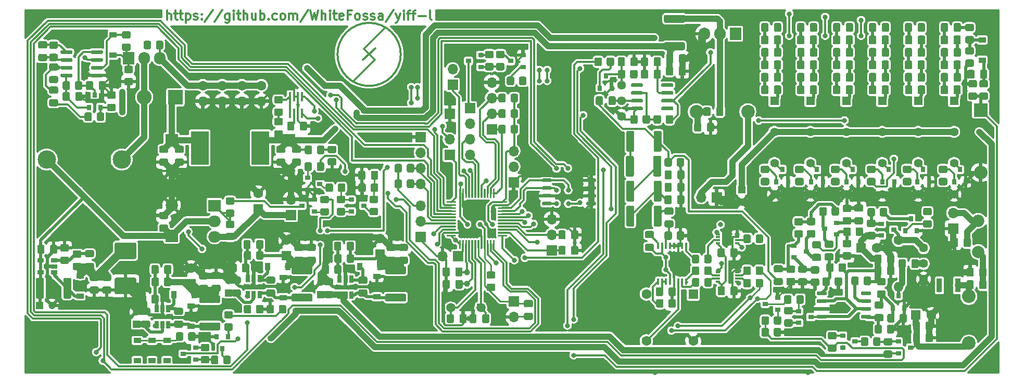
<source format=gbr>
%TF.GenerationSoftware,KiCad,Pcbnew,5.1.10-1.fc34*%
%TF.CreationDate,2021-07-01T18:56:45+03:00*%
%TF.ProjectId,Full schematic,46756c6c-2073-4636-9865-6d617469632e,rev?*%
%TF.SameCoordinates,Original*%
%TF.FileFunction,Copper,L1,Top*%
%TF.FilePolarity,Positive*%
%FSLAX46Y46*%
G04 Gerber Fmt 4.6, Leading zero omitted, Abs format (unit mm)*
G04 Created by KiCad (PCBNEW 5.1.10-1.fc34) date 2021-07-01 18:56:45*
%MOMM*%
%LPD*%
G01*
G04 APERTURE LIST*
%TA.AperFunction,NonConductor*%
%ADD10C,0.300000*%
%TD*%
%TA.AperFunction,ComponentPad*%
%ADD11O,1.700000X1.700000*%
%TD*%
%TA.AperFunction,ComponentPad*%
%ADD12R,1.700000X1.700000*%
%TD*%
%TA.AperFunction,ComponentPad*%
%ADD13C,2.200000*%
%TD*%
%TA.AperFunction,ComponentPad*%
%ADD14C,2.000000*%
%TD*%
%TA.AperFunction,ComponentPad*%
%ADD15R,2.000000X2.000000*%
%TD*%
%TA.AperFunction,ComponentPad*%
%ADD16C,1.000000*%
%TD*%
%TA.AperFunction,ComponentPad*%
%ADD17C,1.500000*%
%TD*%
%TA.AperFunction,ComponentPad*%
%ADD18C,1.600000*%
%TD*%
%TA.AperFunction,ComponentPad*%
%ADD19R,1.600000X1.600000*%
%TD*%
%TA.AperFunction,SMDPad,CuDef*%
%ADD20R,0.400000X1.560000*%
%TD*%
%TA.AperFunction,SMDPad,CuDef*%
%ADD21R,0.650000X1.220000*%
%TD*%
%TA.AperFunction,SMDPad,CuDef*%
%ADD22R,1.060000X0.650000*%
%TD*%
%TA.AperFunction,SMDPad,CuDef*%
%ADD23R,0.400000X1.000000*%
%TD*%
%TA.AperFunction,SMDPad,CuDef*%
%ADD24R,0.800000X0.300000*%
%TD*%
%TA.AperFunction,ComponentPad*%
%ADD25C,1.440000*%
%TD*%
%TA.AperFunction,ComponentPad*%
%ADD26O,1.600000X1.600000*%
%TD*%
%TA.AperFunction,SMDPad,CuDef*%
%ADD27R,0.800000X0.900000*%
%TD*%
%TA.AperFunction,SMDPad,CuDef*%
%ADD28C,0.100000*%
%TD*%
%TA.AperFunction,SMDPad,CuDef*%
%ADD29R,0.900000X2.300000*%
%TD*%
%TA.AperFunction,SMDPad,CuDef*%
%ADD30R,0.900000X0.800000*%
%TD*%
%TA.AperFunction,ComponentPad*%
%ADD31O,1.905000X2.000000*%
%TD*%
%TA.AperFunction,ComponentPad*%
%ADD32R,1.905000X2.000000*%
%TD*%
%TA.AperFunction,ComponentPad*%
%ADD33O,2.000000X1.905000*%
%TD*%
%TA.AperFunction,ComponentPad*%
%ADD34R,2.000000X1.905000*%
%TD*%
%TA.AperFunction,ComponentPad*%
%ADD35O,2.000000X2.000000*%
%TD*%
%TA.AperFunction,ComponentPad*%
%ADD36O,2.200000X2.200000*%
%TD*%
%TA.AperFunction,SMDPad,CuDef*%
%ADD37R,2.900000X5.400000*%
%TD*%
%TA.AperFunction,ComponentPad*%
%ADD38C,3.000000*%
%TD*%
%TA.AperFunction,ComponentPad*%
%ADD39R,1.400000X1.400000*%
%TD*%
%TA.AperFunction,ComponentPad*%
%ADD40C,1.400000*%
%TD*%
%TA.AperFunction,ComponentPad*%
%ADD41R,2.200000X2.200000*%
%TD*%
%TA.AperFunction,SMDPad,CuDef*%
%ADD42R,1.200000X0.900000*%
%TD*%
%TA.AperFunction,ComponentPad*%
%ADD43O,2.400000X2.400000*%
%TD*%
%TA.AperFunction,ComponentPad*%
%ADD44R,2.400000X2.400000*%
%TD*%
%TA.AperFunction,SMDPad,CuDef*%
%ADD45R,0.900000X1.200000*%
%TD*%
%TA.AperFunction,ComponentPad*%
%ADD46C,1.200000*%
%TD*%
%TA.AperFunction,ComponentPad*%
%ADD47R,1.200000X1.200000*%
%TD*%
%TA.AperFunction,ViaPad*%
%ADD48C,0.800000*%
%TD*%
%TA.AperFunction,Conductor*%
%ADD49C,1.000000*%
%TD*%
%TA.AperFunction,Conductor*%
%ADD50C,0.300000*%
%TD*%
%TA.AperFunction,Conductor*%
%ADD51C,0.500000*%
%TD*%
%TA.AperFunction,Conductor*%
%ADD52C,0.250000*%
%TD*%
%TA.AperFunction,Conductor*%
%ADD53C,0.100000*%
%TD*%
G04 APERTURE END LIST*
D10*
X93472000Y-131064000D02*
X91440000Y-132969000D01*
X93345000Y-132969000D02*
X89789000Y-136525000D01*
X91567000Y-131191000D02*
X93345000Y-132969000D01*
X94996000Y-127762000D02*
X91567000Y-131191000D01*
X97599108Y-132080000D02*
G75*
G03*
X97599108Y-132080000I-5143108J0D01*
G01*
X59597428Y-126408571D02*
X59597428Y-124908571D01*
X60240285Y-126408571D02*
X60240285Y-125622857D01*
X60168857Y-125480000D01*
X60026000Y-125408571D01*
X59811714Y-125408571D01*
X59668857Y-125480000D01*
X59597428Y-125551428D01*
X60740285Y-125408571D02*
X61311714Y-125408571D01*
X60954571Y-124908571D02*
X60954571Y-126194285D01*
X61026000Y-126337142D01*
X61168857Y-126408571D01*
X61311714Y-126408571D01*
X61597428Y-125408571D02*
X62168857Y-125408571D01*
X61811714Y-124908571D02*
X61811714Y-126194285D01*
X61883142Y-126337142D01*
X62026000Y-126408571D01*
X62168857Y-126408571D01*
X62668857Y-125408571D02*
X62668857Y-126908571D01*
X62668857Y-125480000D02*
X62811714Y-125408571D01*
X63097428Y-125408571D01*
X63240285Y-125480000D01*
X63311714Y-125551428D01*
X63383142Y-125694285D01*
X63383142Y-126122857D01*
X63311714Y-126265714D01*
X63240285Y-126337142D01*
X63097428Y-126408571D01*
X62811714Y-126408571D01*
X62668857Y-126337142D01*
X63954571Y-126337142D02*
X64097428Y-126408571D01*
X64383142Y-126408571D01*
X64526000Y-126337142D01*
X64597428Y-126194285D01*
X64597428Y-126122857D01*
X64526000Y-125980000D01*
X64383142Y-125908571D01*
X64168857Y-125908571D01*
X64026000Y-125837142D01*
X63954571Y-125694285D01*
X63954571Y-125622857D01*
X64026000Y-125480000D01*
X64168857Y-125408571D01*
X64383142Y-125408571D01*
X64526000Y-125480000D01*
X65240285Y-126265714D02*
X65311714Y-126337142D01*
X65240285Y-126408571D01*
X65168857Y-126337142D01*
X65240285Y-126265714D01*
X65240285Y-126408571D01*
X65240285Y-125480000D02*
X65311714Y-125551428D01*
X65240285Y-125622857D01*
X65168857Y-125551428D01*
X65240285Y-125480000D01*
X65240285Y-125622857D01*
X67026000Y-124837142D02*
X65740285Y-126765714D01*
X68597428Y-124837142D02*
X67311714Y-126765714D01*
X69740285Y-125408571D02*
X69740285Y-126622857D01*
X69668857Y-126765714D01*
X69597428Y-126837142D01*
X69454571Y-126908571D01*
X69240285Y-126908571D01*
X69097428Y-126837142D01*
X69740285Y-126337142D02*
X69597428Y-126408571D01*
X69311714Y-126408571D01*
X69168857Y-126337142D01*
X69097428Y-126265714D01*
X69026000Y-126122857D01*
X69026000Y-125694285D01*
X69097428Y-125551428D01*
X69168857Y-125480000D01*
X69311714Y-125408571D01*
X69597428Y-125408571D01*
X69740285Y-125480000D01*
X70454571Y-126408571D02*
X70454571Y-125408571D01*
X70454571Y-124908571D02*
X70383142Y-124980000D01*
X70454571Y-125051428D01*
X70526000Y-124980000D01*
X70454571Y-124908571D01*
X70454571Y-125051428D01*
X70954571Y-125408571D02*
X71526000Y-125408571D01*
X71168857Y-124908571D02*
X71168857Y-126194285D01*
X71240285Y-126337142D01*
X71383142Y-126408571D01*
X71526000Y-126408571D01*
X72026000Y-126408571D02*
X72026000Y-124908571D01*
X72668857Y-126408571D02*
X72668857Y-125622857D01*
X72597428Y-125480000D01*
X72454571Y-125408571D01*
X72240285Y-125408571D01*
X72097428Y-125480000D01*
X72026000Y-125551428D01*
X74026000Y-125408571D02*
X74026000Y-126408571D01*
X73383142Y-125408571D02*
X73383142Y-126194285D01*
X73454571Y-126337142D01*
X73597428Y-126408571D01*
X73811714Y-126408571D01*
X73954571Y-126337142D01*
X74026000Y-126265714D01*
X74740285Y-126408571D02*
X74740285Y-124908571D01*
X74740285Y-125480000D02*
X74883142Y-125408571D01*
X75168857Y-125408571D01*
X75311714Y-125480000D01*
X75383142Y-125551428D01*
X75454571Y-125694285D01*
X75454571Y-126122857D01*
X75383142Y-126265714D01*
X75311714Y-126337142D01*
X75168857Y-126408571D01*
X74883142Y-126408571D01*
X74740285Y-126337142D01*
X76097428Y-126265714D02*
X76168857Y-126337142D01*
X76097428Y-126408571D01*
X76026000Y-126337142D01*
X76097428Y-126265714D01*
X76097428Y-126408571D01*
X77454571Y-126337142D02*
X77311714Y-126408571D01*
X77026000Y-126408571D01*
X76883142Y-126337142D01*
X76811714Y-126265714D01*
X76740285Y-126122857D01*
X76740285Y-125694285D01*
X76811714Y-125551428D01*
X76883142Y-125480000D01*
X77026000Y-125408571D01*
X77311714Y-125408571D01*
X77454571Y-125480000D01*
X78311714Y-126408571D02*
X78168857Y-126337142D01*
X78097428Y-126265714D01*
X78026000Y-126122857D01*
X78026000Y-125694285D01*
X78097428Y-125551428D01*
X78168857Y-125480000D01*
X78311714Y-125408571D01*
X78526000Y-125408571D01*
X78668857Y-125480000D01*
X78740285Y-125551428D01*
X78811714Y-125694285D01*
X78811714Y-126122857D01*
X78740285Y-126265714D01*
X78668857Y-126337142D01*
X78526000Y-126408571D01*
X78311714Y-126408571D01*
X79454571Y-126408571D02*
X79454571Y-125408571D01*
X79454571Y-125551428D02*
X79526000Y-125480000D01*
X79668857Y-125408571D01*
X79883142Y-125408571D01*
X80026000Y-125480000D01*
X80097428Y-125622857D01*
X80097428Y-126408571D01*
X80097428Y-125622857D02*
X80168857Y-125480000D01*
X80311714Y-125408571D01*
X80526000Y-125408571D01*
X80668857Y-125480000D01*
X80740285Y-125622857D01*
X80740285Y-126408571D01*
X82526000Y-124837142D02*
X81240285Y-126765714D01*
X82883142Y-124908571D02*
X83240285Y-126408571D01*
X83526000Y-125337142D01*
X83811714Y-126408571D01*
X84168857Y-124908571D01*
X84740285Y-126408571D02*
X84740285Y-124908571D01*
X85383142Y-126408571D02*
X85383142Y-125622857D01*
X85311714Y-125480000D01*
X85168857Y-125408571D01*
X84954571Y-125408571D01*
X84811714Y-125480000D01*
X84740285Y-125551428D01*
X86097428Y-126408571D02*
X86097428Y-125408571D01*
X86097428Y-124908571D02*
X86026000Y-124980000D01*
X86097428Y-125051428D01*
X86168857Y-124980000D01*
X86097428Y-124908571D01*
X86097428Y-125051428D01*
X86597428Y-125408571D02*
X87168857Y-125408571D01*
X86811714Y-124908571D02*
X86811714Y-126194285D01*
X86883142Y-126337142D01*
X87026000Y-126408571D01*
X87168857Y-126408571D01*
X88240285Y-126337142D02*
X88097428Y-126408571D01*
X87811714Y-126408571D01*
X87668857Y-126337142D01*
X87597428Y-126194285D01*
X87597428Y-125622857D01*
X87668857Y-125480000D01*
X87811714Y-125408571D01*
X88097428Y-125408571D01*
X88240285Y-125480000D01*
X88311714Y-125622857D01*
X88311714Y-125765714D01*
X87597428Y-125908571D01*
X89454571Y-125622857D02*
X88954571Y-125622857D01*
X88954571Y-126408571D02*
X88954571Y-124908571D01*
X89668857Y-124908571D01*
X90454571Y-126408571D02*
X90311714Y-126337142D01*
X90240285Y-126265714D01*
X90168857Y-126122857D01*
X90168857Y-125694285D01*
X90240285Y-125551428D01*
X90311714Y-125480000D01*
X90454571Y-125408571D01*
X90668857Y-125408571D01*
X90811714Y-125480000D01*
X90883142Y-125551428D01*
X90954571Y-125694285D01*
X90954571Y-126122857D01*
X90883142Y-126265714D01*
X90811714Y-126337142D01*
X90668857Y-126408571D01*
X90454571Y-126408571D01*
X91526000Y-126337142D02*
X91668857Y-126408571D01*
X91954571Y-126408571D01*
X92097428Y-126337142D01*
X92168857Y-126194285D01*
X92168857Y-126122857D01*
X92097428Y-125980000D01*
X91954571Y-125908571D01*
X91740285Y-125908571D01*
X91597428Y-125837142D01*
X91526000Y-125694285D01*
X91526000Y-125622857D01*
X91597428Y-125480000D01*
X91740285Y-125408571D01*
X91954571Y-125408571D01*
X92097428Y-125480000D01*
X92740285Y-126337142D02*
X92883142Y-126408571D01*
X93168857Y-126408571D01*
X93311714Y-126337142D01*
X93383142Y-126194285D01*
X93383142Y-126122857D01*
X93311714Y-125980000D01*
X93168857Y-125908571D01*
X92954571Y-125908571D01*
X92811714Y-125837142D01*
X92740285Y-125694285D01*
X92740285Y-125622857D01*
X92811714Y-125480000D01*
X92954571Y-125408571D01*
X93168857Y-125408571D01*
X93311714Y-125480000D01*
X94668857Y-126408571D02*
X94668857Y-125622857D01*
X94597428Y-125480000D01*
X94454571Y-125408571D01*
X94168857Y-125408571D01*
X94026000Y-125480000D01*
X94668857Y-126337142D02*
X94526000Y-126408571D01*
X94168857Y-126408571D01*
X94026000Y-126337142D01*
X93954571Y-126194285D01*
X93954571Y-126051428D01*
X94026000Y-125908571D01*
X94168857Y-125837142D01*
X94526000Y-125837142D01*
X94668857Y-125765714D01*
X96454571Y-124837142D02*
X95168857Y-126765714D01*
X96811714Y-125408571D02*
X97168857Y-126408571D01*
X97526000Y-125408571D02*
X97168857Y-126408571D01*
X97026000Y-126765714D01*
X96954571Y-126837142D01*
X96811714Y-126908571D01*
X98097428Y-126408571D02*
X98097428Y-125408571D01*
X98097428Y-124908571D02*
X98026000Y-124980000D01*
X98097428Y-125051428D01*
X98168857Y-124980000D01*
X98097428Y-124908571D01*
X98097428Y-125051428D01*
X98597428Y-125408571D02*
X99168857Y-125408571D01*
X98811714Y-126408571D02*
X98811714Y-125122857D01*
X98883142Y-124980000D01*
X99026000Y-124908571D01*
X99168857Y-124908571D01*
X99454571Y-125408571D02*
X100026000Y-125408571D01*
X99668857Y-126408571D02*
X99668857Y-125122857D01*
X99740285Y-124980000D01*
X99883142Y-124908571D01*
X100026000Y-124908571D01*
X100526000Y-125837142D02*
X101668857Y-125837142D01*
X102597428Y-126408571D02*
X102454571Y-126337142D01*
X102383142Y-126194285D01*
X102383142Y-124908571D01*
D11*
%TO.P,JP1,3*%
%TO.N,REG_3.3V*%
X100838000Y-156718000D03*
%TO.P,JP1,2*%
%TO.N,BOOT0*%
X100838000Y-159258000D03*
D12*
%TO.P,JP1,1*%
%TO.N,GND*%
X100838000Y-161798000D03*
%TD*%
%TO.P,L11,2*%
%TO.N,Net-(C69-Pad2)*%
%TA.AperFunction,SMDPad,CuDef*%
G36*
G01*
X143563001Y-126946500D02*
X140662999Y-126946500D01*
G75*
G02*
X140413000Y-126696501I0J249999D01*
G01*
X140413000Y-125896499D01*
G75*
G02*
X140662999Y-125646500I249999J0D01*
G01*
X143563001Y-125646500D01*
G75*
G02*
X143813000Y-125896499I0J-249999D01*
G01*
X143813000Y-126696501D01*
G75*
G02*
X143563001Y-126946500I-249999J0D01*
G01*
G37*
%TD.AperFunction*%
%TO.P,L11,1*%
%TO.N,PWR_3.5_OUT*%
%TA.AperFunction,SMDPad,CuDef*%
G36*
G01*
X143563001Y-131396500D02*
X140662999Y-131396500D01*
G75*
G02*
X140413000Y-131146501I0J249999D01*
G01*
X140413000Y-130346499D01*
G75*
G02*
X140662999Y-130096500I249999J0D01*
G01*
X143563001Y-130096500D01*
G75*
G02*
X143813000Y-130346499I0J-249999D01*
G01*
X143813000Y-131146501D01*
G75*
G02*
X143563001Y-131396500I-249999J0D01*
G01*
G37*
%TD.AperFunction*%
%TD*%
D13*
%TO.P,L12,2*%
%TO.N,ANT_3.5*%
X154069000Y-141414500D03*
%TO.P,L12,1*%
%TO.N,Net-(C69-Pad1)*%
X145669000Y-141414500D03*
%TD*%
D14*
%TO.P,C58,2*%
%TO.N,GND*%
X79375000Y-151050000D03*
D15*
%TO.P,C58,1*%
%TO.N,PWR_3.5_OUT*%
X79375000Y-146050000D03*
%TD*%
%TO.P,C57,2*%
%TO.N,GND*%
%TA.AperFunction,SMDPad,CuDef*%
G36*
G01*
X80170000Y-149040000D02*
X81120000Y-149040000D01*
G75*
G02*
X81370000Y-149290000I0J-250000D01*
G01*
X81370000Y-149965000D01*
G75*
G02*
X81120000Y-150215000I-250000J0D01*
G01*
X80170000Y-150215000D01*
G75*
G02*
X79920000Y-149965000I0J250000D01*
G01*
X79920000Y-149290000D01*
G75*
G02*
X80170000Y-149040000I250000J0D01*
G01*
G37*
%TD.AperFunction*%
%TO.P,C57,1*%
%TO.N,PWR_3.5_OUT*%
%TA.AperFunction,SMDPad,CuDef*%
G36*
G01*
X80170000Y-146965000D02*
X81120000Y-146965000D01*
G75*
G02*
X81370000Y-147215000I0J-250000D01*
G01*
X81370000Y-147890000D01*
G75*
G02*
X81120000Y-148140000I-250000J0D01*
G01*
X80170000Y-148140000D01*
G75*
G02*
X79920000Y-147890000I0J250000D01*
G01*
X79920000Y-147215000D01*
G75*
G02*
X80170000Y-146965000I250000J0D01*
G01*
G37*
%TD.AperFunction*%
%TD*%
%TO.P,C55,2*%
%TO.N,GND*%
%TA.AperFunction,SMDPad,CuDef*%
G36*
G01*
X77630000Y-149040000D02*
X78580000Y-149040000D01*
G75*
G02*
X78830000Y-149290000I0J-250000D01*
G01*
X78830000Y-149965000D01*
G75*
G02*
X78580000Y-150215000I-250000J0D01*
G01*
X77630000Y-150215000D01*
G75*
G02*
X77380000Y-149965000I0J250000D01*
G01*
X77380000Y-149290000D01*
G75*
G02*
X77630000Y-149040000I250000J0D01*
G01*
G37*
%TD.AperFunction*%
%TO.P,C55,1*%
%TO.N,PWR_3.5_OUT*%
%TA.AperFunction,SMDPad,CuDef*%
G36*
G01*
X77630000Y-146965000D02*
X78580000Y-146965000D01*
G75*
G02*
X78830000Y-147215000I0J-250000D01*
G01*
X78830000Y-147890000D01*
G75*
G02*
X78580000Y-148140000I-250000J0D01*
G01*
X77630000Y-148140000D01*
G75*
G02*
X77380000Y-147890000I0J250000D01*
G01*
X77380000Y-147215000D01*
G75*
G02*
X77630000Y-146965000I250000J0D01*
G01*
G37*
%TD.AperFunction*%
%TD*%
%TO.P,L5,2*%
%TO.N,REG_3.3V*%
%TA.AperFunction,SMDPad,CuDef*%
G36*
G01*
X98224001Y-167904000D02*
X95323999Y-167904000D01*
G75*
G02*
X95074000Y-167654001I0J249999D01*
G01*
X95074000Y-166853999D01*
G75*
G02*
X95323999Y-166604000I249999J0D01*
G01*
X98224001Y-166604000D01*
G75*
G02*
X98474000Y-166853999I0J-249999D01*
G01*
X98474000Y-167654001D01*
G75*
G02*
X98224001Y-167904000I-249999J0D01*
G01*
G37*
%TD.AperFunction*%
%TO.P,L5,1*%
%TO.N,Net-(C28-Pad1)*%
%TA.AperFunction,SMDPad,CuDef*%
G36*
G01*
X98224001Y-172354000D02*
X95323999Y-172354000D01*
G75*
G02*
X95074000Y-172104001I0J249999D01*
G01*
X95074000Y-171303999D01*
G75*
G02*
X95323999Y-171054000I249999J0D01*
G01*
X98224001Y-171054000D01*
G75*
G02*
X98474000Y-171303999I0J-249999D01*
G01*
X98474000Y-172104001D01*
G75*
G02*
X98224001Y-172354000I-249999J0D01*
G01*
G37*
%TD.AperFunction*%
%TD*%
%TO.P,L4,2*%
%TO.N,DISPLAY_4V*%
%TA.AperFunction,SMDPad,CuDef*%
G36*
G01*
X82984001Y-167904000D02*
X80083999Y-167904000D01*
G75*
G02*
X79834000Y-167654001I0J249999D01*
G01*
X79834000Y-166853999D01*
G75*
G02*
X80083999Y-166604000I249999J0D01*
G01*
X82984001Y-166604000D01*
G75*
G02*
X83234000Y-166853999I0J-249999D01*
G01*
X83234000Y-167654001D01*
G75*
G02*
X82984001Y-167904000I-249999J0D01*
G01*
G37*
%TD.AperFunction*%
%TO.P,L4,1*%
%TO.N,Net-(C27-Pad1)*%
%TA.AperFunction,SMDPad,CuDef*%
G36*
G01*
X82984001Y-172354000D02*
X80083999Y-172354000D01*
G75*
G02*
X79834000Y-172104001I0J249999D01*
G01*
X79834000Y-171303999D01*
G75*
G02*
X80083999Y-171054000I249999J0D01*
G01*
X82984001Y-171054000D01*
G75*
G02*
X83234000Y-171303999I0J-249999D01*
G01*
X83234000Y-172104001D01*
G75*
G02*
X82984001Y-172354000I-249999J0D01*
G01*
G37*
%TD.AperFunction*%
%TD*%
%TO.P,L3,2*%
%TO.N,REG_5V*%
%TA.AperFunction,SMDPad,CuDef*%
G36*
G01*
X67998001Y-172608000D02*
X65097999Y-172608000D01*
G75*
G02*
X64848000Y-172358001I0J249999D01*
G01*
X64848000Y-171557999D01*
G75*
G02*
X65097999Y-171308000I249999J0D01*
G01*
X67998001Y-171308000D01*
G75*
G02*
X68248000Y-171557999I0J-249999D01*
G01*
X68248000Y-172358001D01*
G75*
G02*
X67998001Y-172608000I-249999J0D01*
G01*
G37*
%TD.AperFunction*%
%TO.P,L3,1*%
%TO.N,Net-(C26-Pad1)*%
%TA.AperFunction,SMDPad,CuDef*%
G36*
G01*
X67998001Y-177058000D02*
X65097999Y-177058000D01*
G75*
G02*
X64848000Y-176808001I0J249999D01*
G01*
X64848000Y-176007999D01*
G75*
G02*
X65097999Y-175758000I249999J0D01*
G01*
X67998001Y-175758000D01*
G75*
G02*
X68248000Y-176007999I0J-249999D01*
G01*
X68248000Y-176808001D01*
G75*
G02*
X67998001Y-177058000I-249999J0D01*
G01*
G37*
%TD.AperFunction*%
%TD*%
%TO.P,L1,2*%
%TO.N,Net-(D4-Pad2)*%
%TA.AperFunction,SMDPad,CuDef*%
G36*
G01*
X42723000Y-171630001D02*
X42723000Y-168729999D01*
G75*
G02*
X42972999Y-168480000I249999J0D01*
G01*
X43773001Y-168480000D01*
G75*
G02*
X44023000Y-168729999I0J-249999D01*
G01*
X44023000Y-171630001D01*
G75*
G02*
X43773001Y-171880000I-249999J0D01*
G01*
X42972999Y-171880000D01*
G75*
G02*
X42723000Y-171630001I0J249999D01*
G01*
G37*
%TD.AperFunction*%
%TO.P,L1,1*%
%TO.N,POWERS_3.5*%
%TA.AperFunction,SMDPad,CuDef*%
G36*
G01*
X38273000Y-171630001D02*
X38273000Y-168729999D01*
G75*
G02*
X38522999Y-168480000I249999J0D01*
G01*
X39323001Y-168480000D01*
G75*
G02*
X39573000Y-168729999I0J-249999D01*
G01*
X39573000Y-171630001D01*
G75*
G02*
X39323001Y-171880000I-249999J0D01*
G01*
X38522999Y-171880000D01*
G75*
G02*
X38273000Y-171630001I0J249999D01*
G01*
G37*
%TD.AperFunction*%
%TD*%
%TO.P,C40,2*%
%TO.N,GND*%
%TA.AperFunction,SMDPad,CuDef*%
G36*
G01*
X51331999Y-168446500D02*
X54332001Y-168446500D01*
G75*
G02*
X54582000Y-168696499I0J-249999D01*
G01*
X54582000Y-170921501D01*
G75*
G02*
X54332001Y-171171500I-249999J0D01*
G01*
X51331999Y-171171500D01*
G75*
G02*
X51082000Y-170921501I0J249999D01*
G01*
X51082000Y-168696499D01*
G75*
G02*
X51331999Y-168446500I249999J0D01*
G01*
G37*
%TD.AperFunction*%
%TO.P,C40,1*%
%TO.N,PWR_3.5_12*%
%TA.AperFunction,SMDPad,CuDef*%
G36*
G01*
X51331999Y-162721500D02*
X54332001Y-162721500D01*
G75*
G02*
X54582000Y-162971499I0J-249999D01*
G01*
X54582000Y-165196501D01*
G75*
G02*
X54332001Y-165446500I-249999J0D01*
G01*
X51331999Y-165446500D01*
G75*
G02*
X51082000Y-165196501I0J249999D01*
G01*
X51082000Y-162971499D01*
G75*
G02*
X51331999Y-162721500I249999J0D01*
G01*
G37*
%TD.AperFunction*%
%TD*%
D16*
%TO.P,Y2,2*%
%TO.N,Net-(C82-Pad1)*%
X108366000Y-167579000D03*
%TO.P,Y2,1*%
%TO.N,Net-(C83-Pad1)*%
X108366000Y-169479000D03*
%TD*%
D17*
%TO.P,Y1,2*%
%TO.N,Net-(C79-Pad1)*%
X105737000Y-173355000D03*
%TO.P,Y1,1*%
%TO.N,Net-(C80-Pad1)*%
X110617000Y-173355000D03*
%TD*%
D18*
%TO.P,X1,4*%
%TO.N,GND*%
X145161000Y-178752500D03*
%TO.P,X1,5*%
%TO.N,Net-(U3-Pad6)*%
X137541000Y-178752500D03*
%TO.P,X1,8*%
%TO.N,REG_5V*%
X137541000Y-171132500D03*
D19*
%TO.P,X1,1*%
%TO.N,Net-(X1-Pad1)*%
X145161000Y-171132500D03*
%TD*%
%TO.P,U12,8*%
%TO.N,REG_3.3V*%
%TA.AperFunction,SMDPad,CuDef*%
G36*
G01*
X122168000Y-156250500D02*
X122168000Y-156550500D01*
G75*
G02*
X122018000Y-156700500I-150000J0D01*
G01*
X120718000Y-156700500D01*
G75*
G02*
X120568000Y-156550500I0J150000D01*
G01*
X120568000Y-156250500D01*
G75*
G02*
X120718000Y-156100500I150000J0D01*
G01*
X122018000Y-156100500D01*
G75*
G02*
X122168000Y-156250500I0J-150000D01*
G01*
G37*
%TD.AperFunction*%
%TO.P,U12,7*%
%TO.N,GND*%
%TA.AperFunction,SMDPad,CuDef*%
G36*
G01*
X122168000Y-154980500D02*
X122168000Y-155280500D01*
G75*
G02*
X122018000Y-155430500I-150000J0D01*
G01*
X120718000Y-155430500D01*
G75*
G02*
X120568000Y-155280500I0J150000D01*
G01*
X120568000Y-154980500D01*
G75*
G02*
X120718000Y-154830500I150000J0D01*
G01*
X122018000Y-154830500D01*
G75*
G02*
X122168000Y-154980500I0J-150000D01*
G01*
G37*
%TD.AperFunction*%
%TO.P,U12,6*%
%TO.N,I2C2_SCL*%
%TA.AperFunction,SMDPad,CuDef*%
G36*
G01*
X122168000Y-153710500D02*
X122168000Y-154010500D01*
G75*
G02*
X122018000Y-154160500I-150000J0D01*
G01*
X120718000Y-154160500D01*
G75*
G02*
X120568000Y-154010500I0J150000D01*
G01*
X120568000Y-153710500D01*
G75*
G02*
X120718000Y-153560500I150000J0D01*
G01*
X122018000Y-153560500D01*
G75*
G02*
X122168000Y-153710500I0J-150000D01*
G01*
G37*
%TD.AperFunction*%
%TO.P,U12,5*%
%TO.N,I2C2_SDA*%
%TA.AperFunction,SMDPad,CuDef*%
G36*
G01*
X122168000Y-152440500D02*
X122168000Y-152740500D01*
G75*
G02*
X122018000Y-152890500I-150000J0D01*
G01*
X120718000Y-152890500D01*
G75*
G02*
X120568000Y-152740500I0J150000D01*
G01*
X120568000Y-152440500D01*
G75*
G02*
X120718000Y-152290500I150000J0D01*
G01*
X122018000Y-152290500D01*
G75*
G02*
X122168000Y-152440500I0J-150000D01*
G01*
G37*
%TD.AperFunction*%
%TO.P,U12,4*%
%TO.N,GND*%
%TA.AperFunction,SMDPad,CuDef*%
G36*
G01*
X129368000Y-152440500D02*
X129368000Y-152740500D01*
G75*
G02*
X129218000Y-152890500I-150000J0D01*
G01*
X127918000Y-152890500D01*
G75*
G02*
X127768000Y-152740500I0J150000D01*
G01*
X127768000Y-152440500D01*
G75*
G02*
X127918000Y-152290500I150000J0D01*
G01*
X129218000Y-152290500D01*
G75*
G02*
X129368000Y-152440500I0J-150000D01*
G01*
G37*
%TD.AperFunction*%
%TO.P,U12,3*%
%TA.AperFunction,SMDPad,CuDef*%
G36*
G01*
X129368000Y-153710500D02*
X129368000Y-154010500D01*
G75*
G02*
X129218000Y-154160500I-150000J0D01*
G01*
X127918000Y-154160500D01*
G75*
G02*
X127768000Y-154010500I0J150000D01*
G01*
X127768000Y-153710500D01*
G75*
G02*
X127918000Y-153560500I150000J0D01*
G01*
X129218000Y-153560500D01*
G75*
G02*
X129368000Y-153710500I0J-150000D01*
G01*
G37*
%TD.AperFunction*%
%TO.P,U12,2*%
%TA.AperFunction,SMDPad,CuDef*%
G36*
G01*
X129368000Y-154980500D02*
X129368000Y-155280500D01*
G75*
G02*
X129218000Y-155430500I-150000J0D01*
G01*
X127918000Y-155430500D01*
G75*
G02*
X127768000Y-155280500I0J150000D01*
G01*
X127768000Y-154980500D01*
G75*
G02*
X127918000Y-154830500I150000J0D01*
G01*
X129218000Y-154830500D01*
G75*
G02*
X129368000Y-154980500I0J-150000D01*
G01*
G37*
%TD.AperFunction*%
%TO.P,U12,1*%
%TA.AperFunction,SMDPad,CuDef*%
G36*
G01*
X129368000Y-156250500D02*
X129368000Y-156550500D01*
G75*
G02*
X129218000Y-156700500I-150000J0D01*
G01*
X127918000Y-156700500D01*
G75*
G02*
X127768000Y-156550500I0J150000D01*
G01*
X127768000Y-156250500D01*
G75*
G02*
X127918000Y-156100500I150000J0D01*
G01*
X129218000Y-156100500D01*
G75*
G02*
X129368000Y-156250500I0J-150000D01*
G01*
G37*
%TD.AperFunction*%
%TD*%
%TO.P,U11,48*%
%TO.N,REG_3.3V*%
%TA.AperFunction,SMDPad,CuDef*%
G36*
G01*
X106482000Y-161777000D02*
X105157000Y-161777000D01*
G75*
G02*
X105082000Y-161702000I0J75000D01*
G01*
X105082000Y-161552000D01*
G75*
G02*
X105157000Y-161477000I75000J0D01*
G01*
X106482000Y-161477000D01*
G75*
G02*
X106557000Y-161552000I0J-75000D01*
G01*
X106557000Y-161702000D01*
G75*
G02*
X106482000Y-161777000I-75000J0D01*
G01*
G37*
%TD.AperFunction*%
%TO.P,U11,47*%
%TO.N,GND*%
%TA.AperFunction,SMDPad,CuDef*%
G36*
G01*
X106482000Y-161277000D02*
X105157000Y-161277000D01*
G75*
G02*
X105082000Y-161202000I0J75000D01*
G01*
X105082000Y-161052000D01*
G75*
G02*
X105157000Y-160977000I75000J0D01*
G01*
X106482000Y-160977000D01*
G75*
G02*
X106557000Y-161052000I0J-75000D01*
G01*
X106557000Y-161202000D01*
G75*
G02*
X106482000Y-161277000I-75000J0D01*
G01*
G37*
%TD.AperFunction*%
%TO.P,U11,46*%
%TO.N,ENABLE_BT*%
%TA.AperFunction,SMDPad,CuDef*%
G36*
G01*
X106482000Y-160777000D02*
X105157000Y-160777000D01*
G75*
G02*
X105082000Y-160702000I0J75000D01*
G01*
X105082000Y-160552000D01*
G75*
G02*
X105157000Y-160477000I75000J0D01*
G01*
X106482000Y-160477000D01*
G75*
G02*
X106557000Y-160552000I0J-75000D01*
G01*
X106557000Y-160702000D01*
G75*
G02*
X106482000Y-160777000I-75000J0D01*
G01*
G37*
%TD.AperFunction*%
%TO.P,U11,45*%
%TO.N,ENABLE_UBATT_CHECK*%
%TA.AperFunction,SMDPad,CuDef*%
G36*
G01*
X106482000Y-160277000D02*
X105157000Y-160277000D01*
G75*
G02*
X105082000Y-160202000I0J75000D01*
G01*
X105082000Y-160052000D01*
G75*
G02*
X105157000Y-159977000I75000J0D01*
G01*
X106482000Y-159977000D01*
G75*
G02*
X106557000Y-160052000I0J-75000D01*
G01*
X106557000Y-160202000D01*
G75*
G02*
X106482000Y-160277000I-75000J0D01*
G01*
G37*
%TD.AperFunction*%
%TO.P,U11,44*%
%TO.N,BOOT0*%
%TA.AperFunction,SMDPad,CuDef*%
G36*
G01*
X106482000Y-159777000D02*
X105157000Y-159777000D01*
G75*
G02*
X105082000Y-159702000I0J75000D01*
G01*
X105082000Y-159552000D01*
G75*
G02*
X105157000Y-159477000I75000J0D01*
G01*
X106482000Y-159477000D01*
G75*
G02*
X106557000Y-159552000I0J-75000D01*
G01*
X106557000Y-159702000D01*
G75*
G02*
X106482000Y-159777000I-75000J0D01*
G01*
G37*
%TD.AperFunction*%
%TO.P,U11,43*%
%TO.N,DISPLAY_SDA*%
%TA.AperFunction,SMDPad,CuDef*%
G36*
G01*
X106482000Y-159277000D02*
X105157000Y-159277000D01*
G75*
G02*
X105082000Y-159202000I0J75000D01*
G01*
X105082000Y-159052000D01*
G75*
G02*
X105157000Y-158977000I75000J0D01*
G01*
X106482000Y-158977000D01*
G75*
G02*
X106557000Y-159052000I0J-75000D01*
G01*
X106557000Y-159202000D01*
G75*
G02*
X106482000Y-159277000I-75000J0D01*
G01*
G37*
%TD.AperFunction*%
%TO.P,U11,42*%
%TO.N,DISPLAY_SCL*%
%TA.AperFunction,SMDPad,CuDef*%
G36*
G01*
X106482000Y-158777000D02*
X105157000Y-158777000D01*
G75*
G02*
X105082000Y-158702000I0J75000D01*
G01*
X105082000Y-158552000D01*
G75*
G02*
X105157000Y-158477000I75000J0D01*
G01*
X106482000Y-158477000D01*
G75*
G02*
X106557000Y-158552000I0J-75000D01*
G01*
X106557000Y-158702000D01*
G75*
G02*
X106482000Y-158777000I-75000J0D01*
G01*
G37*
%TD.AperFunction*%
%TO.P,U11,41*%
%TO.N,ACTIVATE_DISPLAY*%
%TA.AperFunction,SMDPad,CuDef*%
G36*
G01*
X106482000Y-158277000D02*
X105157000Y-158277000D01*
G75*
G02*
X105082000Y-158202000I0J75000D01*
G01*
X105082000Y-158052000D01*
G75*
G02*
X105157000Y-157977000I75000J0D01*
G01*
X106482000Y-157977000D01*
G75*
G02*
X106557000Y-158052000I0J-75000D01*
G01*
X106557000Y-158202000D01*
G75*
G02*
X106482000Y-158277000I-75000J0D01*
G01*
G37*
%TD.AperFunction*%
%TO.P,U11,40*%
%TO.N,ACTIVATE_144*%
%TA.AperFunction,SMDPad,CuDef*%
G36*
G01*
X106482000Y-157777000D02*
X105157000Y-157777000D01*
G75*
G02*
X105082000Y-157702000I0J75000D01*
G01*
X105082000Y-157552000D01*
G75*
G02*
X105157000Y-157477000I75000J0D01*
G01*
X106482000Y-157477000D01*
G75*
G02*
X106557000Y-157552000I0J-75000D01*
G01*
X106557000Y-157702000D01*
G75*
G02*
X106482000Y-157777000I-75000J0D01*
G01*
G37*
%TD.AperFunction*%
%TO.P,U11,39*%
%TO.N,ACTIVATE_FOX*%
%TA.AperFunction,SMDPad,CuDef*%
G36*
G01*
X106482000Y-157277000D02*
X105157000Y-157277000D01*
G75*
G02*
X105082000Y-157202000I0J75000D01*
G01*
X105082000Y-157052000D01*
G75*
G02*
X105157000Y-156977000I75000J0D01*
G01*
X106482000Y-156977000D01*
G75*
G02*
X106557000Y-157052000I0J-75000D01*
G01*
X106557000Y-157202000D01*
G75*
G02*
X106482000Y-157277000I-75000J0D01*
G01*
G37*
%TD.AperFunction*%
%TO.P,U11,38*%
%TO.N,MATCH_5*%
%TA.AperFunction,SMDPad,CuDef*%
G36*
G01*
X106482000Y-156777000D02*
X105157000Y-156777000D01*
G75*
G02*
X105082000Y-156702000I0J75000D01*
G01*
X105082000Y-156552000D01*
G75*
G02*
X105157000Y-156477000I75000J0D01*
G01*
X106482000Y-156477000D01*
G75*
G02*
X106557000Y-156552000I0J-75000D01*
G01*
X106557000Y-156702000D01*
G75*
G02*
X106482000Y-156777000I-75000J0D01*
G01*
G37*
%TD.AperFunction*%
%TO.P,U11,37*%
%TO.N,SWCLK*%
%TA.AperFunction,SMDPad,CuDef*%
G36*
G01*
X106482000Y-156277000D02*
X105157000Y-156277000D01*
G75*
G02*
X105082000Y-156202000I0J75000D01*
G01*
X105082000Y-156052000D01*
G75*
G02*
X105157000Y-155977000I75000J0D01*
G01*
X106482000Y-155977000D01*
G75*
G02*
X106557000Y-156052000I0J-75000D01*
G01*
X106557000Y-156202000D01*
G75*
G02*
X106482000Y-156277000I-75000J0D01*
G01*
G37*
%TD.AperFunction*%
%TO.P,U11,36*%
%TO.N,REG_3.3V*%
%TA.AperFunction,SMDPad,CuDef*%
G36*
G01*
X107307000Y-155452000D02*
X107157000Y-155452000D01*
G75*
G02*
X107082000Y-155377000I0J75000D01*
G01*
X107082000Y-154052000D01*
G75*
G02*
X107157000Y-153977000I75000J0D01*
G01*
X107307000Y-153977000D01*
G75*
G02*
X107382000Y-154052000I0J-75000D01*
G01*
X107382000Y-155377000D01*
G75*
G02*
X107307000Y-155452000I-75000J0D01*
G01*
G37*
%TD.AperFunction*%
%TO.P,U11,35*%
%TO.N,GND*%
%TA.AperFunction,SMDPad,CuDef*%
G36*
G01*
X107807000Y-155452000D02*
X107657000Y-155452000D01*
G75*
G02*
X107582000Y-155377000I0J75000D01*
G01*
X107582000Y-154052000D01*
G75*
G02*
X107657000Y-153977000I75000J0D01*
G01*
X107807000Y-153977000D01*
G75*
G02*
X107882000Y-154052000I0J-75000D01*
G01*
X107882000Y-155377000D01*
G75*
G02*
X107807000Y-155452000I-75000J0D01*
G01*
G37*
%TD.AperFunction*%
%TO.P,U11,34*%
%TO.N,SWDIO*%
%TA.AperFunction,SMDPad,CuDef*%
G36*
G01*
X108307000Y-155452000D02*
X108157000Y-155452000D01*
G75*
G02*
X108082000Y-155377000I0J75000D01*
G01*
X108082000Y-154052000D01*
G75*
G02*
X108157000Y-153977000I75000J0D01*
G01*
X108307000Y-153977000D01*
G75*
G02*
X108382000Y-154052000I0J-75000D01*
G01*
X108382000Y-155377000D01*
G75*
G02*
X108307000Y-155452000I-75000J0D01*
G01*
G37*
%TD.AperFunction*%
%TO.P,U11,33*%
%TO.N,MATCH_2*%
%TA.AperFunction,SMDPad,CuDef*%
G36*
G01*
X108807000Y-155452000D02*
X108657000Y-155452000D01*
G75*
G02*
X108582000Y-155377000I0J75000D01*
G01*
X108582000Y-154052000D01*
G75*
G02*
X108657000Y-153977000I75000J0D01*
G01*
X108807000Y-153977000D01*
G75*
G02*
X108882000Y-154052000I0J-75000D01*
G01*
X108882000Y-155377000D01*
G75*
G02*
X108807000Y-155452000I-75000J0D01*
G01*
G37*
%TD.AperFunction*%
%TO.P,U11,32*%
%TO.N,MATCH_1*%
%TA.AperFunction,SMDPad,CuDef*%
G36*
G01*
X109307000Y-155452000D02*
X109157000Y-155452000D01*
G75*
G02*
X109082000Y-155377000I0J75000D01*
G01*
X109082000Y-154052000D01*
G75*
G02*
X109157000Y-153977000I75000J0D01*
G01*
X109307000Y-153977000D01*
G75*
G02*
X109382000Y-154052000I0J-75000D01*
G01*
X109382000Y-155377000D01*
G75*
G02*
X109307000Y-155452000I-75000J0D01*
G01*
G37*
%TD.AperFunction*%
%TO.P,U11,31*%
%TO.N,BT_RX*%
%TA.AperFunction,SMDPad,CuDef*%
G36*
G01*
X109807000Y-155452000D02*
X109657000Y-155452000D01*
G75*
G02*
X109582000Y-155377000I0J75000D01*
G01*
X109582000Y-154052000D01*
G75*
G02*
X109657000Y-153977000I75000J0D01*
G01*
X109807000Y-153977000D01*
G75*
G02*
X109882000Y-154052000I0J-75000D01*
G01*
X109882000Y-155377000D01*
G75*
G02*
X109807000Y-155452000I-75000J0D01*
G01*
G37*
%TD.AperFunction*%
%TO.P,U11,30*%
%TO.N,BT_TX*%
%TA.AperFunction,SMDPad,CuDef*%
G36*
G01*
X110307000Y-155452000D02*
X110157000Y-155452000D01*
G75*
G02*
X110082000Y-155377000I0J75000D01*
G01*
X110082000Y-154052000D01*
G75*
G02*
X110157000Y-153977000I75000J0D01*
G01*
X110307000Y-153977000D01*
G75*
G02*
X110382000Y-154052000I0J-75000D01*
G01*
X110382000Y-155377000D01*
G75*
G02*
X110307000Y-155452000I-75000J0D01*
G01*
G37*
%TD.AperFunction*%
%TO.P,U11,29*%
%TO.N,DDS_FSYNC*%
%TA.AperFunction,SMDPad,CuDef*%
G36*
G01*
X110807000Y-155452000D02*
X110657000Y-155452000D01*
G75*
G02*
X110582000Y-155377000I0J75000D01*
G01*
X110582000Y-154052000D01*
G75*
G02*
X110657000Y-153977000I75000J0D01*
G01*
X110807000Y-153977000D01*
G75*
G02*
X110882000Y-154052000I0J-75000D01*
G01*
X110882000Y-155377000D01*
G75*
G02*
X110807000Y-155452000I-75000J0D01*
G01*
G37*
%TD.AperFunction*%
%TO.P,U11,28*%
%TO.N,Net-(U11-Pad28)*%
%TA.AperFunction,SMDPad,CuDef*%
G36*
G01*
X111307000Y-155452000D02*
X111157000Y-155452000D01*
G75*
G02*
X111082000Y-155377000I0J75000D01*
G01*
X111082000Y-154052000D01*
G75*
G02*
X111157000Y-153977000I75000J0D01*
G01*
X111307000Y-153977000D01*
G75*
G02*
X111382000Y-154052000I0J-75000D01*
G01*
X111382000Y-155377000D01*
G75*
G02*
X111307000Y-155452000I-75000J0D01*
G01*
G37*
%TD.AperFunction*%
%TO.P,U11,27*%
%TO.N,ENCODER_BTN*%
%TA.AperFunction,SMDPad,CuDef*%
G36*
G01*
X111807000Y-155452000D02*
X111657000Y-155452000D01*
G75*
G02*
X111582000Y-155377000I0J75000D01*
G01*
X111582000Y-154052000D01*
G75*
G02*
X111657000Y-153977000I75000J0D01*
G01*
X111807000Y-153977000D01*
G75*
G02*
X111882000Y-154052000I0J-75000D01*
G01*
X111882000Y-155377000D01*
G75*
G02*
X111807000Y-155452000I-75000J0D01*
G01*
G37*
%TD.AperFunction*%
%TO.P,U11,26*%
%TO.N,ENCODER_R*%
%TA.AperFunction,SMDPad,CuDef*%
G36*
G01*
X112307000Y-155452000D02*
X112157000Y-155452000D01*
G75*
G02*
X112082000Y-155377000I0J75000D01*
G01*
X112082000Y-154052000D01*
G75*
G02*
X112157000Y-153977000I75000J0D01*
G01*
X112307000Y-153977000D01*
G75*
G02*
X112382000Y-154052000I0J-75000D01*
G01*
X112382000Y-155377000D01*
G75*
G02*
X112307000Y-155452000I-75000J0D01*
G01*
G37*
%TD.AperFunction*%
%TO.P,U11,25*%
%TO.N,ENCODER_L*%
%TA.AperFunction,SMDPad,CuDef*%
G36*
G01*
X112807000Y-155452000D02*
X112657000Y-155452000D01*
G75*
G02*
X112582000Y-155377000I0J75000D01*
G01*
X112582000Y-154052000D01*
G75*
G02*
X112657000Y-153977000I75000J0D01*
G01*
X112807000Y-153977000D01*
G75*
G02*
X112882000Y-154052000I0J-75000D01*
G01*
X112882000Y-155377000D01*
G75*
G02*
X112807000Y-155452000I-75000J0D01*
G01*
G37*
%TD.AperFunction*%
%TO.P,U11,24*%
%TO.N,REG_3.3V*%
%TA.AperFunction,SMDPad,CuDef*%
G36*
G01*
X114807000Y-156277000D02*
X113482000Y-156277000D01*
G75*
G02*
X113407000Y-156202000I0J75000D01*
G01*
X113407000Y-156052000D01*
G75*
G02*
X113482000Y-155977000I75000J0D01*
G01*
X114807000Y-155977000D01*
G75*
G02*
X114882000Y-156052000I0J-75000D01*
G01*
X114882000Y-156202000D01*
G75*
G02*
X114807000Y-156277000I-75000J0D01*
G01*
G37*
%TD.AperFunction*%
%TO.P,U11,23*%
%TO.N,GND*%
%TA.AperFunction,SMDPad,CuDef*%
G36*
G01*
X114807000Y-156777000D02*
X113482000Y-156777000D01*
G75*
G02*
X113407000Y-156702000I0J75000D01*
G01*
X113407000Y-156552000D01*
G75*
G02*
X113482000Y-156477000I75000J0D01*
G01*
X114807000Y-156477000D01*
G75*
G02*
X114882000Y-156552000I0J-75000D01*
G01*
X114882000Y-156702000D01*
G75*
G02*
X114807000Y-156777000I-75000J0D01*
G01*
G37*
%TD.AperFunction*%
%TO.P,U11,22*%
%TO.N,I2C2_SDA*%
%TA.AperFunction,SMDPad,CuDef*%
G36*
G01*
X114807000Y-157277000D02*
X113482000Y-157277000D01*
G75*
G02*
X113407000Y-157202000I0J75000D01*
G01*
X113407000Y-157052000D01*
G75*
G02*
X113482000Y-156977000I75000J0D01*
G01*
X114807000Y-156977000D01*
G75*
G02*
X114882000Y-157052000I0J-75000D01*
G01*
X114882000Y-157202000D01*
G75*
G02*
X114807000Y-157277000I-75000J0D01*
G01*
G37*
%TD.AperFunction*%
%TO.P,U11,21*%
%TO.N,I2C2_SCL*%
%TA.AperFunction,SMDPad,CuDef*%
G36*
G01*
X114807000Y-157777000D02*
X113482000Y-157777000D01*
G75*
G02*
X113407000Y-157702000I0J75000D01*
G01*
X113407000Y-157552000D01*
G75*
G02*
X113482000Y-157477000I75000J0D01*
G01*
X114807000Y-157477000D01*
G75*
G02*
X114882000Y-157552000I0J-75000D01*
G01*
X114882000Y-157702000D01*
G75*
G02*
X114807000Y-157777000I-75000J0D01*
G01*
G37*
%TD.AperFunction*%
%TO.P,U11,20*%
%TO.N,BOOT1*%
%TA.AperFunction,SMDPad,CuDef*%
G36*
G01*
X114807000Y-158277000D02*
X113482000Y-158277000D01*
G75*
G02*
X113407000Y-158202000I0J75000D01*
G01*
X113407000Y-158052000D01*
G75*
G02*
X113482000Y-157977000I75000J0D01*
G01*
X114807000Y-157977000D01*
G75*
G02*
X114882000Y-158052000I0J-75000D01*
G01*
X114882000Y-158202000D01*
G75*
G02*
X114807000Y-158277000I-75000J0D01*
G01*
G37*
%TD.AperFunction*%
%TO.P,U11,19*%
%TO.N,ACTIVATE_3.5*%
%TA.AperFunction,SMDPad,CuDef*%
G36*
G01*
X114807000Y-158777000D02*
X113482000Y-158777000D01*
G75*
G02*
X113407000Y-158702000I0J75000D01*
G01*
X113407000Y-158552000D01*
G75*
G02*
X113482000Y-158477000I75000J0D01*
G01*
X114807000Y-158477000D01*
G75*
G02*
X114882000Y-158552000I0J-75000D01*
G01*
X114882000Y-158702000D01*
G75*
G02*
X114807000Y-158777000I-75000J0D01*
G01*
G37*
%TD.AperFunction*%
%TO.P,U11,18*%
%TO.N,Manipulation*%
%TA.AperFunction,SMDPad,CuDef*%
G36*
G01*
X114807000Y-159277000D02*
X113482000Y-159277000D01*
G75*
G02*
X113407000Y-159202000I0J75000D01*
G01*
X113407000Y-159052000D01*
G75*
G02*
X113482000Y-158977000I75000J0D01*
G01*
X114807000Y-158977000D01*
G75*
G02*
X114882000Y-159052000I0J-75000D01*
G01*
X114882000Y-159202000D01*
G75*
G02*
X114807000Y-159277000I-75000J0D01*
G01*
G37*
%TD.AperFunction*%
%TO.P,U11,17*%
%TO.N,DDS_SDATA*%
%TA.AperFunction,SMDPad,CuDef*%
G36*
G01*
X114807000Y-159777000D02*
X113482000Y-159777000D01*
G75*
G02*
X113407000Y-159702000I0J75000D01*
G01*
X113407000Y-159552000D01*
G75*
G02*
X113482000Y-159477000I75000J0D01*
G01*
X114807000Y-159477000D01*
G75*
G02*
X114882000Y-159552000I0J-75000D01*
G01*
X114882000Y-159702000D01*
G75*
G02*
X114807000Y-159777000I-75000J0D01*
G01*
G37*
%TD.AperFunction*%
%TO.P,U11,16*%
%TO.N,BTN_RIGHT*%
%TA.AperFunction,SMDPad,CuDef*%
G36*
G01*
X114807000Y-160277000D02*
X113482000Y-160277000D01*
G75*
G02*
X113407000Y-160202000I0J75000D01*
G01*
X113407000Y-160052000D01*
G75*
G02*
X113482000Y-159977000I75000J0D01*
G01*
X114807000Y-159977000D01*
G75*
G02*
X114882000Y-160052000I0J-75000D01*
G01*
X114882000Y-160202000D01*
G75*
G02*
X114807000Y-160277000I-75000J0D01*
G01*
G37*
%TD.AperFunction*%
%TO.P,U11,15*%
%TO.N,DDS_SCLK*%
%TA.AperFunction,SMDPad,CuDef*%
G36*
G01*
X114807000Y-160777000D02*
X113482000Y-160777000D01*
G75*
G02*
X113407000Y-160702000I0J75000D01*
G01*
X113407000Y-160552000D01*
G75*
G02*
X113482000Y-160477000I75000J0D01*
G01*
X114807000Y-160477000D01*
G75*
G02*
X114882000Y-160552000I0J-75000D01*
G01*
X114882000Y-160702000D01*
G75*
G02*
X114807000Y-160777000I-75000J0D01*
G01*
G37*
%TD.AperFunction*%
%TO.P,U11,14*%
%TO.N,BTN_LEFT*%
%TA.AperFunction,SMDPad,CuDef*%
G36*
G01*
X114807000Y-161277000D02*
X113482000Y-161277000D01*
G75*
G02*
X113407000Y-161202000I0J75000D01*
G01*
X113407000Y-161052000D01*
G75*
G02*
X113482000Y-160977000I75000J0D01*
G01*
X114807000Y-160977000D01*
G75*
G02*
X114882000Y-161052000I0J-75000D01*
G01*
X114882000Y-161202000D01*
G75*
G02*
X114807000Y-161277000I-75000J0D01*
G01*
G37*
%TD.AperFunction*%
%TO.P,U11,13*%
%TO.N,MATCH_0*%
%TA.AperFunction,SMDPad,CuDef*%
G36*
G01*
X114807000Y-161777000D02*
X113482000Y-161777000D01*
G75*
G02*
X113407000Y-161702000I0J75000D01*
G01*
X113407000Y-161552000D01*
G75*
G02*
X113482000Y-161477000I75000J0D01*
G01*
X114807000Y-161477000D01*
G75*
G02*
X114882000Y-161552000I0J-75000D01*
G01*
X114882000Y-161702000D01*
G75*
G02*
X114807000Y-161777000I-75000J0D01*
G01*
G37*
%TD.AperFunction*%
%TO.P,U11,12*%
%TO.N,ADC_U3.5_OUT*%
%TA.AperFunction,SMDPad,CuDef*%
G36*
G01*
X112807000Y-163777000D02*
X112657000Y-163777000D01*
G75*
G02*
X112582000Y-163702000I0J75000D01*
G01*
X112582000Y-162377000D01*
G75*
G02*
X112657000Y-162302000I75000J0D01*
G01*
X112807000Y-162302000D01*
G75*
G02*
X112882000Y-162377000I0J-75000D01*
G01*
X112882000Y-163702000D01*
G75*
G02*
X112807000Y-163777000I-75000J0D01*
G01*
G37*
%TD.AperFunction*%
%TO.P,U11,11*%
%TO.N,ADC_UBATT*%
%TA.AperFunction,SMDPad,CuDef*%
G36*
G01*
X112307000Y-163777000D02*
X112157000Y-163777000D01*
G75*
G02*
X112082000Y-163702000I0J75000D01*
G01*
X112082000Y-162377000D01*
G75*
G02*
X112157000Y-162302000I75000J0D01*
G01*
X112307000Y-162302000D01*
G75*
G02*
X112382000Y-162377000I0J-75000D01*
G01*
X112382000Y-163702000D01*
G75*
G02*
X112307000Y-163777000I-75000J0D01*
G01*
G37*
%TD.AperFunction*%
%TO.P,U11,10*%
%TO.N,ADC_UANT*%
%TA.AperFunction,SMDPad,CuDef*%
G36*
G01*
X111807000Y-163777000D02*
X111657000Y-163777000D01*
G75*
G02*
X111582000Y-163702000I0J75000D01*
G01*
X111582000Y-162377000D01*
G75*
G02*
X111657000Y-162302000I75000J0D01*
G01*
X111807000Y-162302000D01*
G75*
G02*
X111882000Y-162377000I0J-75000D01*
G01*
X111882000Y-163702000D01*
G75*
G02*
X111807000Y-163777000I-75000J0D01*
G01*
G37*
%TD.AperFunction*%
%TO.P,U11,9*%
%TO.N,REG_3.3V*%
%TA.AperFunction,SMDPad,CuDef*%
G36*
G01*
X111307000Y-163777000D02*
X111157000Y-163777000D01*
G75*
G02*
X111082000Y-163702000I0J75000D01*
G01*
X111082000Y-162377000D01*
G75*
G02*
X111157000Y-162302000I75000J0D01*
G01*
X111307000Y-162302000D01*
G75*
G02*
X111382000Y-162377000I0J-75000D01*
G01*
X111382000Y-163702000D01*
G75*
G02*
X111307000Y-163777000I-75000J0D01*
G01*
G37*
%TD.AperFunction*%
%TO.P,U11,8*%
%TO.N,GND*%
%TA.AperFunction,SMDPad,CuDef*%
G36*
G01*
X110807000Y-163777000D02*
X110657000Y-163777000D01*
G75*
G02*
X110582000Y-163702000I0J75000D01*
G01*
X110582000Y-162377000D01*
G75*
G02*
X110657000Y-162302000I75000J0D01*
G01*
X110807000Y-162302000D01*
G75*
G02*
X110882000Y-162377000I0J-75000D01*
G01*
X110882000Y-163702000D01*
G75*
G02*
X110807000Y-163777000I-75000J0D01*
G01*
G37*
%TD.AperFunction*%
%TO.P,U11,7*%
%TO.N,RESET*%
%TA.AperFunction,SMDPad,CuDef*%
G36*
G01*
X110307000Y-163777000D02*
X110157000Y-163777000D01*
G75*
G02*
X110082000Y-163702000I0J75000D01*
G01*
X110082000Y-162377000D01*
G75*
G02*
X110157000Y-162302000I75000J0D01*
G01*
X110307000Y-162302000D01*
G75*
G02*
X110382000Y-162377000I0J-75000D01*
G01*
X110382000Y-163702000D01*
G75*
G02*
X110307000Y-163777000I-75000J0D01*
G01*
G37*
%TD.AperFunction*%
%TO.P,U11,6*%
%TO.N,Net-(C80-Pad1)*%
%TA.AperFunction,SMDPad,CuDef*%
G36*
G01*
X109807000Y-163777000D02*
X109657000Y-163777000D01*
G75*
G02*
X109582000Y-163702000I0J75000D01*
G01*
X109582000Y-162377000D01*
G75*
G02*
X109657000Y-162302000I75000J0D01*
G01*
X109807000Y-162302000D01*
G75*
G02*
X109882000Y-162377000I0J-75000D01*
G01*
X109882000Y-163702000D01*
G75*
G02*
X109807000Y-163777000I-75000J0D01*
G01*
G37*
%TD.AperFunction*%
%TO.P,U11,5*%
%TO.N,Net-(C79-Pad1)*%
%TA.AperFunction,SMDPad,CuDef*%
G36*
G01*
X109307000Y-163777000D02*
X109157000Y-163777000D01*
G75*
G02*
X109082000Y-163702000I0J75000D01*
G01*
X109082000Y-162377000D01*
G75*
G02*
X109157000Y-162302000I75000J0D01*
G01*
X109307000Y-162302000D01*
G75*
G02*
X109382000Y-162377000I0J-75000D01*
G01*
X109382000Y-163702000D01*
G75*
G02*
X109307000Y-163777000I-75000J0D01*
G01*
G37*
%TD.AperFunction*%
%TO.P,U11,4*%
%TO.N,Net-(C83-Pad1)*%
%TA.AperFunction,SMDPad,CuDef*%
G36*
G01*
X108807000Y-163777000D02*
X108657000Y-163777000D01*
G75*
G02*
X108582000Y-163702000I0J75000D01*
G01*
X108582000Y-162377000D01*
G75*
G02*
X108657000Y-162302000I75000J0D01*
G01*
X108807000Y-162302000D01*
G75*
G02*
X108882000Y-162377000I0J-75000D01*
G01*
X108882000Y-163702000D01*
G75*
G02*
X108807000Y-163777000I-75000J0D01*
G01*
G37*
%TD.AperFunction*%
%TO.P,U11,3*%
%TO.N,Net-(C82-Pad1)*%
%TA.AperFunction,SMDPad,CuDef*%
G36*
G01*
X108307000Y-163777000D02*
X108157000Y-163777000D01*
G75*
G02*
X108082000Y-163702000I0J75000D01*
G01*
X108082000Y-162377000D01*
G75*
G02*
X108157000Y-162302000I75000J0D01*
G01*
X108307000Y-162302000D01*
G75*
G02*
X108382000Y-162377000I0J-75000D01*
G01*
X108382000Y-163702000D01*
G75*
G02*
X108307000Y-163777000I-75000J0D01*
G01*
G37*
%TD.AperFunction*%
%TO.P,U11,2*%
%TO.N,FAIL_LED*%
%TA.AperFunction,SMDPad,CuDef*%
G36*
G01*
X107807000Y-163777000D02*
X107657000Y-163777000D01*
G75*
G02*
X107582000Y-163702000I0J75000D01*
G01*
X107582000Y-162377000D01*
G75*
G02*
X107657000Y-162302000I75000J0D01*
G01*
X107807000Y-162302000D01*
G75*
G02*
X107882000Y-162377000I0J-75000D01*
G01*
X107882000Y-163702000D01*
G75*
G02*
X107807000Y-163777000I-75000J0D01*
G01*
G37*
%TD.AperFunction*%
%TO.P,U11,1*%
%TO.N,REG_3.3V*%
%TA.AperFunction,SMDPad,CuDef*%
G36*
G01*
X107307000Y-163777000D02*
X107157000Y-163777000D01*
G75*
G02*
X107082000Y-163702000I0J75000D01*
G01*
X107082000Y-162377000D01*
G75*
G02*
X107157000Y-162302000I75000J0D01*
G01*
X107307000Y-162302000D01*
G75*
G02*
X107382000Y-162377000I0J-75000D01*
G01*
X107382000Y-163702000D01*
G75*
G02*
X107307000Y-163777000I-75000J0D01*
G01*
G37*
%TD.AperFunction*%
%TD*%
%TO.P,U10,8*%
%TO.N,Net-(U10-Pad8)*%
%TA.AperFunction,SMDPad,CuDef*%
G36*
G01*
X172472000Y-171155500D02*
X172472000Y-170855500D01*
G75*
G02*
X172622000Y-170705500I150000J0D01*
G01*
X173922000Y-170705500D01*
G75*
G02*
X174072000Y-170855500I0J-150000D01*
G01*
X174072000Y-171155500D01*
G75*
G02*
X173922000Y-171305500I-150000J0D01*
G01*
X172622000Y-171305500D01*
G75*
G02*
X172472000Y-171155500I0J150000D01*
G01*
G37*
%TD.AperFunction*%
%TO.P,U10,7*%
%TO.N,Net-(R70-Pad2)*%
%TA.AperFunction,SMDPad,CuDef*%
G36*
G01*
X172472000Y-172425500D02*
X172472000Y-172125500D01*
G75*
G02*
X172622000Y-171975500I150000J0D01*
G01*
X173922000Y-171975500D01*
G75*
G02*
X174072000Y-172125500I0J-150000D01*
G01*
X174072000Y-172425500D01*
G75*
G02*
X173922000Y-172575500I-150000J0D01*
G01*
X172622000Y-172575500D01*
G75*
G02*
X172472000Y-172425500I0J150000D01*
G01*
G37*
%TD.AperFunction*%
%TO.P,U10,6*%
%TO.N,PWR_144_5*%
%TA.AperFunction,SMDPad,CuDef*%
G36*
G01*
X172472000Y-173695500D02*
X172472000Y-173395500D01*
G75*
G02*
X172622000Y-173245500I150000J0D01*
G01*
X173922000Y-173245500D01*
G75*
G02*
X174072000Y-173395500I0J-150000D01*
G01*
X174072000Y-173695500D01*
G75*
G02*
X173922000Y-173845500I-150000J0D01*
G01*
X172622000Y-173845500D01*
G75*
G02*
X172472000Y-173695500I0J150000D01*
G01*
G37*
%TD.AperFunction*%
%TO.P,U10,5*%
%TO.N,Net-(C77-Pad2)*%
%TA.AperFunction,SMDPad,CuDef*%
G36*
G01*
X172472000Y-174965500D02*
X172472000Y-174665500D01*
G75*
G02*
X172622000Y-174515500I150000J0D01*
G01*
X173922000Y-174515500D01*
G75*
G02*
X174072000Y-174665500I0J-150000D01*
G01*
X174072000Y-174965500D01*
G75*
G02*
X173922000Y-175115500I-150000J0D01*
G01*
X172622000Y-175115500D01*
G75*
G02*
X172472000Y-174965500I0J150000D01*
G01*
G37*
%TD.AperFunction*%
%TO.P,U10,4*%
%TO.N,PWR_144_5*%
%TA.AperFunction,SMDPad,CuDef*%
G36*
G01*
X165272000Y-174965500D02*
X165272000Y-174665500D01*
G75*
G02*
X165422000Y-174515500I150000J0D01*
G01*
X166722000Y-174515500D01*
G75*
G02*
X166872000Y-174665500I0J-150000D01*
G01*
X166872000Y-174965500D01*
G75*
G02*
X166722000Y-175115500I-150000J0D01*
G01*
X165422000Y-175115500D01*
G75*
G02*
X165272000Y-174965500I0J150000D01*
G01*
G37*
%TD.AperFunction*%
%TO.P,U10,3*%
%TO.N,GND*%
%TA.AperFunction,SMDPad,CuDef*%
G36*
G01*
X165272000Y-173695500D02*
X165272000Y-173395500D01*
G75*
G02*
X165422000Y-173245500I150000J0D01*
G01*
X166722000Y-173245500D01*
G75*
G02*
X166872000Y-173395500I0J-150000D01*
G01*
X166872000Y-173695500D01*
G75*
G02*
X166722000Y-173845500I-150000J0D01*
G01*
X165422000Y-173845500D01*
G75*
G02*
X165272000Y-173695500I0J150000D01*
G01*
G37*
%TD.AperFunction*%
%TO.P,U10,2*%
%TO.N,PWR_144_5*%
%TA.AperFunction,SMDPad,CuDef*%
G36*
G01*
X165272000Y-172425500D02*
X165272000Y-172125500D01*
G75*
G02*
X165422000Y-171975500I150000J0D01*
G01*
X166722000Y-171975500D01*
G75*
G02*
X166872000Y-172125500I0J-150000D01*
G01*
X166872000Y-172425500D01*
G75*
G02*
X166722000Y-172575500I-150000J0D01*
G01*
X165422000Y-172575500D01*
G75*
G02*
X165272000Y-172425500I0J150000D01*
G01*
G37*
%TD.AperFunction*%
%TO.P,U10,1*%
%TO.N,Net-(C65-Pad1)*%
%TA.AperFunction,SMDPad,CuDef*%
G36*
G01*
X165272000Y-171155500D02*
X165272000Y-170855500D01*
G75*
G02*
X165422000Y-170705500I150000J0D01*
G01*
X166722000Y-170705500D01*
G75*
G02*
X166872000Y-170855500I0J-150000D01*
G01*
X166872000Y-171155500D01*
G75*
G02*
X166722000Y-171305500I-150000J0D01*
G01*
X165422000Y-171305500D01*
G75*
G02*
X165272000Y-171155500I0J150000D01*
G01*
G37*
%TD.AperFunction*%
%TD*%
D20*
%TO.P,U9,8*%
%TO.N,Net-(R56-Pad2)*%
X79574000Y-138938000D03*
%TO.P,U9,7*%
%TO.N,GND*%
X80224000Y-138938000D03*
%TO.P,U9,6*%
X80884000Y-138938000D03*
%TO.P,U9,5*%
%TO.N,I2C2_SDA*%
X81534000Y-138938000D03*
%TO.P,U9,4*%
%TO.N,I2C2_SCL*%
X81534000Y-141638000D03*
%TO.P,U9,3*%
%TO.N,GND*%
X80884000Y-141638000D03*
%TO.P,U9,2*%
%TO.N,REG_3.3V*%
X80224000Y-141638000D03*
%TO.P,U9,1*%
%TO.N,Net-(R56-Pad2)*%
X79574000Y-141638000D03*
%TD*%
%TO.P,U8,8*%
%TO.N,Net-(C13-Pad1)*%
%TA.AperFunction,SMDPad,CuDef*%
G36*
G01*
X47220000Y-131849000D02*
X47220000Y-131549000D01*
G75*
G02*
X47370000Y-131399000I150000J0D01*
G01*
X49020000Y-131399000D01*
G75*
G02*
X49170000Y-131549000I0J-150000D01*
G01*
X49170000Y-131849000D01*
G75*
G02*
X49020000Y-131999000I-150000J0D01*
G01*
X47370000Y-131999000D01*
G75*
G02*
X47220000Y-131849000I0J150000D01*
G01*
G37*
%TD.AperFunction*%
%TO.P,U8,7*%
%TO.N,PWR_3.5_12*%
%TA.AperFunction,SMDPad,CuDef*%
G36*
G01*
X47220000Y-133119000D02*
X47220000Y-132819000D01*
G75*
G02*
X47370000Y-132669000I150000J0D01*
G01*
X49020000Y-132669000D01*
G75*
G02*
X49170000Y-132819000I0J-150000D01*
G01*
X49170000Y-133119000D01*
G75*
G02*
X49020000Y-133269000I-150000J0D01*
G01*
X47370000Y-133269000D01*
G75*
G02*
X47220000Y-133119000I0J150000D01*
G01*
G37*
%TD.AperFunction*%
%TO.P,U8,6*%
%TO.N,Net-(D11-Pad1)*%
%TA.AperFunction,SMDPad,CuDef*%
G36*
G01*
X47220000Y-134389000D02*
X47220000Y-134089000D01*
G75*
G02*
X47370000Y-133939000I150000J0D01*
G01*
X49020000Y-133939000D01*
G75*
G02*
X49170000Y-134089000I0J-150000D01*
G01*
X49170000Y-134389000D01*
G75*
G02*
X49020000Y-134539000I-150000J0D01*
G01*
X47370000Y-134539000D01*
G75*
G02*
X47220000Y-134389000I0J150000D01*
G01*
G37*
%TD.AperFunction*%
%TO.P,U8,5*%
%TO.N,GND*%
%TA.AperFunction,SMDPad,CuDef*%
G36*
G01*
X47220000Y-135659000D02*
X47220000Y-135359000D01*
G75*
G02*
X47370000Y-135209000I150000J0D01*
G01*
X49020000Y-135209000D01*
G75*
G02*
X49170000Y-135359000I0J-150000D01*
G01*
X49170000Y-135659000D01*
G75*
G02*
X49020000Y-135809000I-150000J0D01*
G01*
X47370000Y-135809000D01*
G75*
G02*
X47220000Y-135659000I0J150000D01*
G01*
G37*
%TD.AperFunction*%
%TO.P,U8,4*%
%TO.N,Net-(C20-Pad1)*%
%TA.AperFunction,SMDPad,CuDef*%
G36*
G01*
X42270000Y-135659000D02*
X42270000Y-135359000D01*
G75*
G02*
X42420000Y-135209000I150000J0D01*
G01*
X44070000Y-135209000D01*
G75*
G02*
X44220000Y-135359000I0J-150000D01*
G01*
X44220000Y-135659000D01*
G75*
G02*
X44070000Y-135809000I-150000J0D01*
G01*
X42420000Y-135809000D01*
G75*
G02*
X42270000Y-135659000I0J150000D01*
G01*
G37*
%TD.AperFunction*%
%TO.P,U8,3*%
%TO.N,Net-(C32-Pad1)*%
%TA.AperFunction,SMDPad,CuDef*%
G36*
G01*
X42270000Y-134389000D02*
X42270000Y-134089000D01*
G75*
G02*
X42420000Y-133939000I150000J0D01*
G01*
X44070000Y-133939000D01*
G75*
G02*
X44220000Y-134089000I0J-150000D01*
G01*
X44220000Y-134389000D01*
G75*
G02*
X44070000Y-134539000I-150000J0D01*
G01*
X42420000Y-134539000D01*
G75*
G02*
X42270000Y-134389000I0J150000D01*
G01*
G37*
%TD.AperFunction*%
%TO.P,U8,2*%
%TO.N,Net-(C19-Pad2)*%
%TA.AperFunction,SMDPad,CuDef*%
G36*
G01*
X42270000Y-133119000D02*
X42270000Y-132819000D01*
G75*
G02*
X42420000Y-132669000I150000J0D01*
G01*
X44070000Y-132669000D01*
G75*
G02*
X44220000Y-132819000I0J-150000D01*
G01*
X44220000Y-133119000D01*
G75*
G02*
X44070000Y-133269000I-150000J0D01*
G01*
X42420000Y-133269000D01*
G75*
G02*
X42270000Y-133119000I0J150000D01*
G01*
G37*
%TD.AperFunction*%
%TO.P,U8,1*%
%TO.N,Net-(C19-Pad1)*%
%TA.AperFunction,SMDPad,CuDef*%
G36*
G01*
X42270000Y-131849000D02*
X42270000Y-131549000D01*
G75*
G02*
X42420000Y-131399000I150000J0D01*
G01*
X44070000Y-131399000D01*
G75*
G02*
X44220000Y-131549000I0J-150000D01*
G01*
X44220000Y-131849000D01*
G75*
G02*
X44070000Y-131999000I-150000J0D01*
G01*
X42420000Y-131999000D01*
G75*
G02*
X42270000Y-131849000I0J150000D01*
G01*
G37*
%TD.AperFunction*%
%TD*%
D21*
%TO.P,U7,6*%
%TO.N,Net-(C28-Pad1)*%
X89556000Y-171302000D03*
%TO.P,U7,5*%
%TO.N,BATT_7.4V*%
X88606000Y-171302000D03*
%TO.P,U7,4*%
X87656000Y-171302000D03*
%TO.P,U7,3*%
%TO.N,Net-(C39-Pad2)*%
X87656000Y-168682000D03*
%TO.P,U7,2*%
%TO.N,GND*%
X88606000Y-168682000D03*
%TO.P,U7,1*%
%TO.N,Net-(C28-Pad2)*%
X89556000Y-168682000D03*
%TD*%
%TO.P,U6,6*%
%TO.N,Net-(C27-Pad1)*%
X74650000Y-171236000D03*
%TO.P,U6,5*%
%TO.N,BATT_7.4V*%
X73700000Y-171236000D03*
%TO.P,U6,4*%
%TO.N,ACTIVATE_DISPLAY*%
X72750000Y-171236000D03*
%TO.P,U6,3*%
%TO.N,Net-(C38-Pad2)*%
X72750000Y-168616000D03*
%TO.P,U6,2*%
%TO.N,GND*%
X73700000Y-168616000D03*
%TO.P,U6,1*%
%TO.N,Net-(C27-Pad2)*%
X74650000Y-168616000D03*
%TD*%
%TO.P,U5,6*%
%TO.N,Net-(C26-Pad1)*%
X59812000Y-176102000D03*
%TO.P,U5,5*%
%TO.N,BATT_7.4V*%
X58862000Y-176102000D03*
%TO.P,U5,4*%
%TO.N,COMM_5V_ENABLE*%
X57912000Y-176102000D03*
%TO.P,U5,3*%
%TO.N,Net-(C37-Pad2)*%
X57912000Y-173482000D03*
%TO.P,U5,2*%
%TO.N,GND*%
X58862000Y-173482000D03*
%TO.P,U5,1*%
%TO.N,Net-(C26-Pad2)*%
X59812000Y-173482000D03*
%TD*%
D22*
%TO.P,U4,5*%
%TO.N,POWERS_3.5*%
X39032000Y-167574000D03*
%TO.P,U4,4*%
X39032000Y-165674000D03*
%TO.P,U4,3*%
%TO.N,Net-(C25-Pad2)*%
X41232000Y-165674000D03*
%TO.P,U4,2*%
%TO.N,GND*%
X41232000Y-166624000D03*
%TO.P,U4,1*%
%TO.N,Net-(D4-Pad2)*%
X41232000Y-167574000D03*
%TD*%
D23*
%TO.P,U3,16*%
%TO.N,Net-(C21-Pad2)*%
X139457000Y-163279500D03*
%TO.P,U3,15*%
%TO.N,REG_5V*%
X140107000Y-163279500D03*
%TO.P,U3,14*%
%TO.N,Net-(C24-Pad2)*%
X140757000Y-163279500D03*
%TO.P,U3,13*%
%TO.N,GND*%
X141407000Y-163279500D03*
%TO.P,U3,12*%
X142057000Y-163279500D03*
%TO.P,U3,11*%
X142707000Y-163279500D03*
%TO.P,U3,10*%
X143357000Y-163279500D03*
%TO.P,U3,9*%
%TO.N,Net-(R26-Pad1)*%
X144007000Y-163279500D03*
%TO.P,U3,8*%
%TO.N,Net-(R25-Pad1)*%
X144007000Y-169079500D03*
%TO.P,U3,7*%
%TO.N,Net-(R27-Pad1)*%
X143357000Y-169079500D03*
%TO.P,U3,6*%
%TO.N,Net-(U3-Pad6)*%
X142707000Y-169079500D03*
%TO.P,U3,5*%
%TO.N,GND*%
X142057000Y-169079500D03*
%TO.P,U3,4*%
%TO.N,REG_5V*%
X141407000Y-169079500D03*
%TO.P,U3,3*%
%TO.N,Net-(C22-Pad1)*%
X140757000Y-169079500D03*
%TO.P,U3,2*%
X140107000Y-169079500D03*
%TO.P,U3,1*%
%TO.N,Net-(R33-Pad2)*%
X139457000Y-169079500D03*
%TD*%
D24*
%TO.P,U2,8*%
%TO.N,REG_5V*%
X149199000Y-162865500D03*
%TO.P,U2,7*%
%TO.N,Net-(R26-Pad2)*%
X149199000Y-162365500D03*
%TO.P,U2,6*%
%TO.N,Net-(U2-Pad6)*%
X149199000Y-161865500D03*
%TO.P,U2,5*%
%TO.N,REG_3.3V*%
X149199000Y-161365500D03*
%TO.P,U2,4*%
%TO.N,GND*%
X152299000Y-161365500D03*
%TO.P,U2,3*%
X152299000Y-161865500D03*
%TO.P,U2,2*%
%TO.N,Net-(R3-Pad1)*%
X152299000Y-162365500D03*
%TO.P,U2,1*%
%TO.N,REG_3.3V*%
X152299000Y-162865500D03*
%TD*%
%TO.P,U1,8*%
%TO.N,REG_5V*%
X149199000Y-169088500D03*
%TO.P,U1,7*%
%TO.N,Net-(R27-Pad2)*%
X149199000Y-168588500D03*
%TO.P,U1,6*%
%TO.N,Net-(R25-Pad2)*%
X149199000Y-168088500D03*
%TO.P,U1,5*%
%TO.N,REG_3.3V*%
X149199000Y-167588500D03*
%TO.P,U1,4*%
%TO.N,GND*%
X152299000Y-167588500D03*
%TO.P,U1,3*%
%TO.N,Net-(R2-Pad1)*%
X152299000Y-168088500D03*
%TO.P,U1,2*%
%TO.N,Net-(R1-Pad1)*%
X152299000Y-168588500D03*
%TO.P,U1,1*%
%TO.N,REG_3.3V*%
X152299000Y-169088500D03*
%TD*%
D25*
%TO.P,RV2,1*%
%TO.N,MANIP_144*%
X182626000Y-163639500D03*
%TO.P,RV2,2*%
%TO.N,Net-(C84-Pad1)*%
X182626000Y-166179500D03*
%TO.P,RV2,3*%
%TO.N,GND*%
X182626000Y-168719500D03*
%TD*%
%TO.P,RV1,1*%
%TO.N,GND*%
X133477000Y-142176500D03*
%TO.P,RV1,2*%
%TO.N,Net-(C56-Pad1)*%
X133477000Y-139636500D03*
%TO.P,RV1,3*%
%TO.N,Net-(C63-Pad1)*%
X133477000Y-137096500D03*
%TD*%
%TO.P,R97,2*%
%TO.N,MATCH_0*%
%TA.AperFunction,SMDPad,CuDef*%
G36*
G01*
X185350999Y-152212500D02*
X186251001Y-152212500D01*
G75*
G02*
X186501000Y-152462499I0J-249999D01*
G01*
X186501000Y-153162501D01*
G75*
G02*
X186251001Y-153412500I-249999J0D01*
G01*
X185350999Y-153412500D01*
G75*
G02*
X185101000Y-153162501I0J249999D01*
G01*
X185101000Y-152462499D01*
G75*
G02*
X185350999Y-152212500I249999J0D01*
G01*
G37*
%TD.AperFunction*%
%TO.P,R97,1*%
%TO.N,Net-(Q28-Pad1)*%
%TA.AperFunction,SMDPad,CuDef*%
G36*
G01*
X185350999Y-150212500D02*
X186251001Y-150212500D01*
G75*
G02*
X186501000Y-150462499I0J-249999D01*
G01*
X186501000Y-151162501D01*
G75*
G02*
X186251001Y-151412500I-249999J0D01*
G01*
X185350999Y-151412500D01*
G75*
G02*
X185101000Y-151162501I0J249999D01*
G01*
X185101000Y-150462499D01*
G75*
G02*
X185350999Y-150212500I249999J0D01*
G01*
G37*
%TD.AperFunction*%
%TD*%
%TO.P,R96,2*%
%TO.N,MATCH_1*%
%TA.AperFunction,SMDPad,CuDef*%
G36*
G01*
X179508999Y-152212500D02*
X180409001Y-152212500D01*
G75*
G02*
X180659000Y-152462499I0J-249999D01*
G01*
X180659000Y-153162501D01*
G75*
G02*
X180409001Y-153412500I-249999J0D01*
G01*
X179508999Y-153412500D01*
G75*
G02*
X179259000Y-153162501I0J249999D01*
G01*
X179259000Y-152462499D01*
G75*
G02*
X179508999Y-152212500I249999J0D01*
G01*
G37*
%TD.AperFunction*%
%TO.P,R96,1*%
%TO.N,Net-(Q27-Pad1)*%
%TA.AperFunction,SMDPad,CuDef*%
G36*
G01*
X179508999Y-150212500D02*
X180409001Y-150212500D01*
G75*
G02*
X180659000Y-150462499I0J-249999D01*
G01*
X180659000Y-151162501D01*
G75*
G02*
X180409001Y-151412500I-249999J0D01*
G01*
X179508999Y-151412500D01*
G75*
G02*
X179259000Y-151162501I0J249999D01*
G01*
X179259000Y-150462499D01*
G75*
G02*
X179508999Y-150212500I249999J0D01*
G01*
G37*
%TD.AperFunction*%
%TD*%
%TO.P,R95,2*%
%TO.N,MATCH_2*%
%TA.AperFunction,SMDPad,CuDef*%
G36*
G01*
X173666999Y-152212500D02*
X174567001Y-152212500D01*
G75*
G02*
X174817000Y-152462499I0J-249999D01*
G01*
X174817000Y-153162501D01*
G75*
G02*
X174567001Y-153412500I-249999J0D01*
G01*
X173666999Y-153412500D01*
G75*
G02*
X173417000Y-153162501I0J249999D01*
G01*
X173417000Y-152462499D01*
G75*
G02*
X173666999Y-152212500I249999J0D01*
G01*
G37*
%TD.AperFunction*%
%TO.P,R95,1*%
%TO.N,Net-(Q26-Pad1)*%
%TA.AperFunction,SMDPad,CuDef*%
G36*
G01*
X173666999Y-150212500D02*
X174567001Y-150212500D01*
G75*
G02*
X174817000Y-150462499I0J-249999D01*
G01*
X174817000Y-151162501D01*
G75*
G02*
X174567001Y-151412500I-249999J0D01*
G01*
X173666999Y-151412500D01*
G75*
G02*
X173417000Y-151162501I0J249999D01*
G01*
X173417000Y-150462499D01*
G75*
G02*
X173666999Y-150212500I249999J0D01*
G01*
G37*
%TD.AperFunction*%
%TD*%
%TO.P,R94,2*%
%TO.N,MATCH_3*%
%TA.AperFunction,SMDPad,CuDef*%
G36*
G01*
X167824999Y-152212500D02*
X168725001Y-152212500D01*
G75*
G02*
X168975000Y-152462499I0J-249999D01*
G01*
X168975000Y-153162501D01*
G75*
G02*
X168725001Y-153412500I-249999J0D01*
G01*
X167824999Y-153412500D01*
G75*
G02*
X167575000Y-153162501I0J249999D01*
G01*
X167575000Y-152462499D01*
G75*
G02*
X167824999Y-152212500I249999J0D01*
G01*
G37*
%TD.AperFunction*%
%TO.P,R94,1*%
%TO.N,Net-(Q25-Pad1)*%
%TA.AperFunction,SMDPad,CuDef*%
G36*
G01*
X167824999Y-150212500D02*
X168725001Y-150212500D01*
G75*
G02*
X168975000Y-150462499I0J-249999D01*
G01*
X168975000Y-151162501D01*
G75*
G02*
X168725001Y-151412500I-249999J0D01*
G01*
X167824999Y-151412500D01*
G75*
G02*
X167575000Y-151162501I0J249999D01*
G01*
X167575000Y-150462499D01*
G75*
G02*
X167824999Y-150212500I249999J0D01*
G01*
G37*
%TD.AperFunction*%
%TD*%
%TO.P,R93,2*%
%TO.N,MATCH_4*%
%TA.AperFunction,SMDPad,CuDef*%
G36*
G01*
X161982999Y-152212500D02*
X162883001Y-152212500D01*
G75*
G02*
X163133000Y-152462499I0J-249999D01*
G01*
X163133000Y-153162501D01*
G75*
G02*
X162883001Y-153412500I-249999J0D01*
G01*
X161982999Y-153412500D01*
G75*
G02*
X161733000Y-153162501I0J249999D01*
G01*
X161733000Y-152462499D01*
G75*
G02*
X161982999Y-152212500I249999J0D01*
G01*
G37*
%TD.AperFunction*%
%TO.P,R93,1*%
%TO.N,Net-(Q24-Pad1)*%
%TA.AperFunction,SMDPad,CuDef*%
G36*
G01*
X161982999Y-150212500D02*
X162883001Y-150212500D01*
G75*
G02*
X163133000Y-150462499I0J-249999D01*
G01*
X163133000Y-151162501D01*
G75*
G02*
X162883001Y-151412500I-249999J0D01*
G01*
X161982999Y-151412500D01*
G75*
G02*
X161733000Y-151162501I0J249999D01*
G01*
X161733000Y-150462499D01*
G75*
G02*
X161982999Y-150212500I249999J0D01*
G01*
G37*
%TD.AperFunction*%
%TD*%
%TO.P,R89,2*%
%TO.N,MATCH_5*%
%TA.AperFunction,SMDPad,CuDef*%
G36*
G01*
X156394999Y-152212500D02*
X157295001Y-152212500D01*
G75*
G02*
X157545000Y-152462499I0J-249999D01*
G01*
X157545000Y-153162501D01*
G75*
G02*
X157295001Y-153412500I-249999J0D01*
G01*
X156394999Y-153412500D01*
G75*
G02*
X156145000Y-153162501I0J249999D01*
G01*
X156145000Y-152462499D01*
G75*
G02*
X156394999Y-152212500I249999J0D01*
G01*
G37*
%TD.AperFunction*%
%TO.P,R89,1*%
%TO.N,Net-(Q23-Pad1)*%
%TA.AperFunction,SMDPad,CuDef*%
G36*
G01*
X156394999Y-150212500D02*
X157295001Y-150212500D01*
G75*
G02*
X157545000Y-150462499I0J-249999D01*
G01*
X157545000Y-151162501D01*
G75*
G02*
X157295001Y-151412500I-249999J0D01*
G01*
X156394999Y-151412500D01*
G75*
G02*
X156145000Y-151162501I0J249999D01*
G01*
X156145000Y-150462499D01*
G75*
G02*
X156394999Y-150212500I249999J0D01*
G01*
G37*
%TD.AperFunction*%
%TD*%
%TO.P,R87,2*%
%TO.N,DISPLAY_SDA*%
%TA.AperFunction,SMDPad,CuDef*%
G36*
G01*
X98587000Y-153612001D02*
X98587000Y-152711999D01*
G75*
G02*
X98836999Y-152462000I249999J0D01*
G01*
X99537001Y-152462000D01*
G75*
G02*
X99787000Y-152711999I0J-249999D01*
G01*
X99787000Y-153612001D01*
G75*
G02*
X99537001Y-153862000I-249999J0D01*
G01*
X98836999Y-153862000D01*
G75*
G02*
X98587000Y-153612001I0J249999D01*
G01*
G37*
%TD.AperFunction*%
%TO.P,R87,1*%
%TO.N,REG_3.3V*%
%TA.AperFunction,SMDPad,CuDef*%
G36*
G01*
X96587000Y-153612001D02*
X96587000Y-152711999D01*
G75*
G02*
X96836999Y-152462000I249999J0D01*
G01*
X97537001Y-152462000D01*
G75*
G02*
X97787000Y-152711999I0J-249999D01*
G01*
X97787000Y-153612001D01*
G75*
G02*
X97537001Y-153862000I-249999J0D01*
G01*
X96836999Y-153862000D01*
G75*
G02*
X96587000Y-153612001I0J249999D01*
G01*
G37*
%TD.AperFunction*%
%TD*%
%TO.P,R86,2*%
%TO.N,DISPLAY_SCL*%
%TA.AperFunction,SMDPad,CuDef*%
G36*
G01*
X98587000Y-151072001D02*
X98587000Y-150171999D01*
G75*
G02*
X98836999Y-149922000I249999J0D01*
G01*
X99537001Y-149922000D01*
G75*
G02*
X99787000Y-150171999I0J-249999D01*
G01*
X99787000Y-151072001D01*
G75*
G02*
X99537001Y-151322000I-249999J0D01*
G01*
X98836999Y-151322000D01*
G75*
G02*
X98587000Y-151072001I0J249999D01*
G01*
G37*
%TD.AperFunction*%
%TO.P,R86,1*%
%TO.N,REG_3.3V*%
%TA.AperFunction,SMDPad,CuDef*%
G36*
G01*
X96587000Y-151072001D02*
X96587000Y-150171999D01*
G75*
G02*
X96836999Y-149922000I249999J0D01*
G01*
X97537001Y-149922000D01*
G75*
G02*
X97787000Y-150171999I0J-249999D01*
G01*
X97787000Y-151072001D01*
G75*
G02*
X97537001Y-151322000I-249999J0D01*
G01*
X96836999Y-151322000D01*
G75*
G02*
X96587000Y-151072001I0J249999D01*
G01*
G37*
%TD.AperFunction*%
%TD*%
%TO.P,R85,2*%
%TO.N,Net-(Q19-Pad3)*%
%TA.AperFunction,SMDPad,CuDef*%
G36*
G01*
X175517000Y-158247501D02*
X175517000Y-157347499D01*
G75*
G02*
X175766999Y-157097500I249999J0D01*
G01*
X176467001Y-157097500D01*
G75*
G02*
X176717000Y-157347499I0J-249999D01*
G01*
X176717000Y-158247501D01*
G75*
G02*
X176467001Y-158497500I-249999J0D01*
G01*
X175766999Y-158497500D01*
G75*
G02*
X175517000Y-158247501I0J249999D01*
G01*
G37*
%TD.AperFunction*%
%TO.P,R85,1*%
%TO.N,Net-(Q21-Pad1)*%
%TA.AperFunction,SMDPad,CuDef*%
G36*
G01*
X173517000Y-158247501D02*
X173517000Y-157347499D01*
G75*
G02*
X173766999Y-157097500I249999J0D01*
G01*
X174467001Y-157097500D01*
G75*
G02*
X174717000Y-157347499I0J-249999D01*
G01*
X174717000Y-158247501D01*
G75*
G02*
X174467001Y-158497500I-249999J0D01*
G01*
X173766999Y-158497500D01*
G75*
G02*
X173517000Y-158247501I0J249999D01*
G01*
G37*
%TD.AperFunction*%
%TD*%
%TO.P,R84,2*%
%TO.N,ENCODER_L*%
%TA.AperFunction,SMDPad,CuDef*%
G36*
G01*
X114678000Y-143821999D02*
X114678000Y-144722001D01*
G75*
G02*
X114428001Y-144972000I-249999J0D01*
G01*
X113727999Y-144972000D01*
G75*
G02*
X113478000Y-144722001I0J249999D01*
G01*
X113478000Y-143821999D01*
G75*
G02*
X113727999Y-143572000I249999J0D01*
G01*
X114428001Y-143572000D01*
G75*
G02*
X114678000Y-143821999I0J-249999D01*
G01*
G37*
%TD.AperFunction*%
%TO.P,R84,1*%
%TO.N,REG_3.3V*%
%TA.AperFunction,SMDPad,CuDef*%
G36*
G01*
X116678000Y-143821999D02*
X116678000Y-144722001D01*
G75*
G02*
X116428001Y-144972000I-249999J0D01*
G01*
X115727999Y-144972000D01*
G75*
G02*
X115478000Y-144722001I0J249999D01*
G01*
X115478000Y-143821999D01*
G75*
G02*
X115727999Y-143572000I249999J0D01*
G01*
X116428001Y-143572000D01*
G75*
G02*
X116678000Y-143821999I0J-249999D01*
G01*
G37*
%TD.AperFunction*%
%TD*%
%TO.P,R83,2*%
%TO.N,GND*%
%TA.AperFunction,SMDPad,CuDef*%
G36*
G01*
X178724000Y-175519501D02*
X178724000Y-174619499D01*
G75*
G02*
X178973999Y-174369500I249999J0D01*
G01*
X179674001Y-174369500D01*
G75*
G02*
X179924000Y-174619499I0J-249999D01*
G01*
X179924000Y-175519501D01*
G75*
G02*
X179674001Y-175769500I-249999J0D01*
G01*
X178973999Y-175769500D01*
G75*
G02*
X178724000Y-175519501I0J249999D01*
G01*
G37*
%TD.AperFunction*%
%TO.P,R83,1*%
%TO.N,Net-(C77-Pad1)*%
%TA.AperFunction,SMDPad,CuDef*%
G36*
G01*
X176724000Y-175519501D02*
X176724000Y-174619499D01*
G75*
G02*
X176973999Y-174369500I249999J0D01*
G01*
X177674001Y-174369500D01*
G75*
G02*
X177924000Y-174619499I0J-249999D01*
G01*
X177924000Y-175519501D01*
G75*
G02*
X177674001Y-175769500I-249999J0D01*
G01*
X176973999Y-175769500D01*
G75*
G02*
X176724000Y-175519501I0J249999D01*
G01*
G37*
%TD.AperFunction*%
%TD*%
%TO.P,R82,2*%
%TO.N,Net-(C77-Pad1)*%
%TA.AperFunction,SMDPad,CuDef*%
G36*
G01*
X175317999Y-170532500D02*
X176218001Y-170532500D01*
G75*
G02*
X176468000Y-170782499I0J-249999D01*
G01*
X176468000Y-171482501D01*
G75*
G02*
X176218001Y-171732500I-249999J0D01*
G01*
X175317999Y-171732500D01*
G75*
G02*
X175068000Y-171482501I0J249999D01*
G01*
X175068000Y-170782499D01*
G75*
G02*
X175317999Y-170532500I249999J0D01*
G01*
G37*
%TD.AperFunction*%
%TO.P,R82,1*%
%TO.N,PWR_144_5*%
%TA.AperFunction,SMDPad,CuDef*%
G36*
G01*
X175317999Y-168532500D02*
X176218001Y-168532500D01*
G75*
G02*
X176468000Y-168782499I0J-249999D01*
G01*
X176468000Y-169482501D01*
G75*
G02*
X176218001Y-169732500I-249999J0D01*
G01*
X175317999Y-169732500D01*
G75*
G02*
X175068000Y-169482501I0J249999D01*
G01*
X175068000Y-168782499D01*
G75*
G02*
X175317999Y-168532500I249999J0D01*
G01*
G37*
%TD.AperFunction*%
%TD*%
%TO.P,R81,2*%
%TO.N,Net-(Q21-Pad1)*%
%TA.AperFunction,SMDPad,CuDef*%
G36*
G01*
X174567001Y-160207500D02*
X173666999Y-160207500D01*
G75*
G02*
X173417000Y-159957501I0J249999D01*
G01*
X173417000Y-159257499D01*
G75*
G02*
X173666999Y-159007500I249999J0D01*
G01*
X174567001Y-159007500D01*
G75*
G02*
X174817000Y-159257499I0J-249999D01*
G01*
X174817000Y-159957501D01*
G75*
G02*
X174567001Y-160207500I-249999J0D01*
G01*
G37*
%TD.AperFunction*%
%TO.P,R81,1*%
%TO.N,PWR_144_5*%
%TA.AperFunction,SMDPad,CuDef*%
G36*
G01*
X174567001Y-162207500D02*
X173666999Y-162207500D01*
G75*
G02*
X173417000Y-161957501I0J249999D01*
G01*
X173417000Y-161257499D01*
G75*
G02*
X173666999Y-161007500I249999J0D01*
G01*
X174567001Y-161007500D01*
G75*
G02*
X174817000Y-161257499I0J-249999D01*
G01*
X174817000Y-161957501D01*
G75*
G02*
X174567001Y-162207500I-249999J0D01*
G01*
G37*
%TD.AperFunction*%
%TD*%
%TO.P,R80,2*%
%TO.N,ENCODER_R*%
%TA.AperFunction,SMDPad,CuDef*%
G36*
G01*
X114678000Y-141281999D02*
X114678000Y-142182001D01*
G75*
G02*
X114428001Y-142432000I-249999J0D01*
G01*
X113727999Y-142432000D01*
G75*
G02*
X113478000Y-142182001I0J249999D01*
G01*
X113478000Y-141281999D01*
G75*
G02*
X113727999Y-141032000I249999J0D01*
G01*
X114428001Y-141032000D01*
G75*
G02*
X114678000Y-141281999I0J-249999D01*
G01*
G37*
%TD.AperFunction*%
%TO.P,R80,1*%
%TO.N,REG_3.3V*%
%TA.AperFunction,SMDPad,CuDef*%
G36*
G01*
X116678000Y-141281999D02*
X116678000Y-142182001D01*
G75*
G02*
X116428001Y-142432000I-249999J0D01*
G01*
X115727999Y-142432000D01*
G75*
G02*
X115478000Y-142182001I0J249999D01*
G01*
X115478000Y-141281999D01*
G75*
G02*
X115727999Y-141032000I249999J0D01*
G01*
X116428001Y-141032000D01*
G75*
G02*
X116678000Y-141281999I0J-249999D01*
G01*
G37*
%TD.AperFunction*%
%TD*%
%TO.P,R79,2*%
%TO.N,Manipulation*%
%TA.AperFunction,SMDPad,CuDef*%
G36*
G01*
X183711001Y-158302500D02*
X182810999Y-158302500D01*
G75*
G02*
X182561000Y-158052501I0J249999D01*
G01*
X182561000Y-157352499D01*
G75*
G02*
X182810999Y-157102500I249999J0D01*
G01*
X183711001Y-157102500D01*
G75*
G02*
X183961000Y-157352499I0J-249999D01*
G01*
X183961000Y-158052501D01*
G75*
G02*
X183711001Y-158302500I-249999J0D01*
G01*
G37*
%TD.AperFunction*%
%TO.P,R79,1*%
%TO.N,Net-(Q19-Pad1)*%
%TA.AperFunction,SMDPad,CuDef*%
G36*
G01*
X183711001Y-160302500D02*
X182810999Y-160302500D01*
G75*
G02*
X182561000Y-160052501I0J249999D01*
G01*
X182561000Y-159352499D01*
G75*
G02*
X182810999Y-159102500I249999J0D01*
G01*
X183711001Y-159102500D01*
G75*
G02*
X183961000Y-159352499I0J-249999D01*
G01*
X183961000Y-160052501D01*
G75*
G02*
X183711001Y-160302500I-249999J0D01*
G01*
G37*
%TD.AperFunction*%
%TD*%
%TO.P,R78,2*%
%TO.N,ENCODER_BTN*%
%TA.AperFunction,SMDPad,CuDef*%
G36*
G01*
X114678000Y-138741999D02*
X114678000Y-139642001D01*
G75*
G02*
X114428001Y-139892000I-249999J0D01*
G01*
X113727999Y-139892000D01*
G75*
G02*
X113478000Y-139642001I0J249999D01*
G01*
X113478000Y-138741999D01*
G75*
G02*
X113727999Y-138492000I249999J0D01*
G01*
X114428001Y-138492000D01*
G75*
G02*
X114678000Y-138741999I0J-249999D01*
G01*
G37*
%TD.AperFunction*%
%TO.P,R78,1*%
%TO.N,REG_3.3V*%
%TA.AperFunction,SMDPad,CuDef*%
G36*
G01*
X116678000Y-138741999D02*
X116678000Y-139642001D01*
G75*
G02*
X116428001Y-139892000I-249999J0D01*
G01*
X115727999Y-139892000D01*
G75*
G02*
X115478000Y-139642001I0J249999D01*
G01*
X115478000Y-138741999D01*
G75*
G02*
X115727999Y-138492000I249999J0D01*
G01*
X116428001Y-138492000D01*
G75*
G02*
X116678000Y-138741999I0J-249999D01*
G01*
G37*
%TD.AperFunction*%
%TD*%
%TO.P,R77,2*%
%TO.N,GND*%
%TA.AperFunction,SMDPad,CuDef*%
G36*
G01*
X191077001Y-137474500D02*
X190176999Y-137474500D01*
G75*
G02*
X189927000Y-137224501I0J249999D01*
G01*
X189927000Y-136524499D01*
G75*
G02*
X190176999Y-136274500I249999J0D01*
G01*
X191077001Y-136274500D01*
G75*
G02*
X191327000Y-136524499I0J-249999D01*
G01*
X191327000Y-137224501D01*
G75*
G02*
X191077001Y-137474500I-249999J0D01*
G01*
G37*
%TD.AperFunction*%
%TO.P,R77,1*%
%TO.N,ADC_UANT*%
%TA.AperFunction,SMDPad,CuDef*%
G36*
G01*
X191077001Y-139474500D02*
X190176999Y-139474500D01*
G75*
G02*
X189927000Y-139224501I0J249999D01*
G01*
X189927000Y-138524499D01*
G75*
G02*
X190176999Y-138274500I249999J0D01*
G01*
X191077001Y-138274500D01*
G75*
G02*
X191327000Y-138524499I0J-249999D01*
G01*
X191327000Y-139224501D01*
G75*
G02*
X191077001Y-139474500I-249999J0D01*
G01*
G37*
%TD.AperFunction*%
%TD*%
%TO.P,R76,2*%
%TO.N,GND*%
%TA.AperFunction,SMDPad,CuDef*%
G36*
G01*
X176660000Y-177297501D02*
X176660000Y-176397499D01*
G75*
G02*
X176909999Y-176147500I249999J0D01*
G01*
X177610001Y-176147500D01*
G75*
G02*
X177860000Y-176397499I0J-249999D01*
G01*
X177860000Y-177297501D01*
G75*
G02*
X177610001Y-177547500I-249999J0D01*
G01*
X176909999Y-177547500D01*
G75*
G02*
X176660000Y-177297501I0J249999D01*
G01*
G37*
%TD.AperFunction*%
%TO.P,R76,1*%
%TO.N,Net-(C77-Pad2)*%
%TA.AperFunction,SMDPad,CuDef*%
G36*
G01*
X174660000Y-177297501D02*
X174660000Y-176397499D01*
G75*
G02*
X174909999Y-176147500I249999J0D01*
G01*
X175610001Y-176147500D01*
G75*
G02*
X175860000Y-176397499I0J-249999D01*
G01*
X175860000Y-177297501D01*
G75*
G02*
X175610001Y-177547500I-249999J0D01*
G01*
X174909999Y-177547500D01*
G75*
G02*
X174660000Y-177297501I0J249999D01*
G01*
G37*
%TD.AperFunction*%
%TD*%
%TO.P,R75,2*%
%TO.N,Net-(C73-Pad1)*%
%TA.AperFunction,SMDPad,CuDef*%
G36*
G01*
X192855001Y-137474500D02*
X191954999Y-137474500D01*
G75*
G02*
X191705000Y-137224501I0J249999D01*
G01*
X191705000Y-136524499D01*
G75*
G02*
X191954999Y-136274500I249999J0D01*
G01*
X192855001Y-136274500D01*
G75*
G02*
X193105000Y-136524499I0J-249999D01*
G01*
X193105000Y-137224501D01*
G75*
G02*
X192855001Y-137474500I-249999J0D01*
G01*
G37*
%TD.AperFunction*%
%TO.P,R75,1*%
%TO.N,ADC_UANT*%
%TA.AperFunction,SMDPad,CuDef*%
G36*
G01*
X192855001Y-139474500D02*
X191954999Y-139474500D01*
G75*
G02*
X191705000Y-139224501I0J249999D01*
G01*
X191705000Y-138524499D01*
G75*
G02*
X191954999Y-138274500I249999J0D01*
G01*
X192855001Y-138274500D01*
G75*
G02*
X193105000Y-138524499I0J-249999D01*
G01*
X193105000Y-139224501D01*
G75*
G02*
X192855001Y-139474500I-249999J0D01*
G01*
G37*
%TD.AperFunction*%
%TD*%
%TO.P,R74,2*%
%TO.N,Net-(Q17-Pad3)*%
%TA.AperFunction,SMDPad,CuDef*%
G36*
G01*
X114242001Y-132696000D02*
X113341999Y-132696000D01*
G75*
G02*
X113092000Y-132446001I0J249999D01*
G01*
X113092000Y-131745999D01*
G75*
G02*
X113341999Y-131496000I249999J0D01*
G01*
X114242001Y-131496000D01*
G75*
G02*
X114492000Y-131745999I0J-249999D01*
G01*
X114492000Y-132446001D01*
G75*
G02*
X114242001Y-132696000I-249999J0D01*
G01*
G37*
%TD.AperFunction*%
%TO.P,R74,1*%
%TO.N,Net-(Q18-Pad1)*%
%TA.AperFunction,SMDPad,CuDef*%
G36*
G01*
X114242001Y-134696000D02*
X113341999Y-134696000D01*
G75*
G02*
X113092000Y-134446001I0J249999D01*
G01*
X113092000Y-133745999D01*
G75*
G02*
X113341999Y-133496000I249999J0D01*
G01*
X114242001Y-133496000D01*
G75*
G02*
X114492000Y-133745999I0J-249999D01*
G01*
X114492000Y-134446001D01*
G75*
G02*
X114242001Y-134696000I-249999J0D01*
G01*
G37*
%TD.AperFunction*%
%TD*%
%TO.P,R73,2*%
%TO.N,RESET*%
%TA.AperFunction,SMDPad,CuDef*%
G36*
G01*
X111817999Y-169437000D02*
X112718001Y-169437000D01*
G75*
G02*
X112968000Y-169686999I0J-249999D01*
G01*
X112968000Y-170387001D01*
G75*
G02*
X112718001Y-170637000I-249999J0D01*
G01*
X111817999Y-170637000D01*
G75*
G02*
X111568000Y-170387001I0J249999D01*
G01*
X111568000Y-169686999D01*
G75*
G02*
X111817999Y-169437000I249999J0D01*
G01*
G37*
%TD.AperFunction*%
%TO.P,R73,1*%
%TO.N,REG_3.3V*%
%TA.AperFunction,SMDPad,CuDef*%
G36*
G01*
X111817999Y-167437000D02*
X112718001Y-167437000D01*
G75*
G02*
X112968000Y-167686999I0J-249999D01*
G01*
X112968000Y-168387001D01*
G75*
G02*
X112718001Y-168637000I-249999J0D01*
G01*
X111817999Y-168637000D01*
G75*
G02*
X111568000Y-168387001I0J249999D01*
G01*
X111568000Y-167686999D01*
G75*
G02*
X111817999Y-167437000I249999J0D01*
G01*
G37*
%TD.AperFunction*%
%TD*%
%TO.P,R72,2*%
%TO.N,GND*%
%TA.AperFunction,SMDPad,CuDef*%
G36*
G01*
X189668999Y-132908500D02*
X190569001Y-132908500D01*
G75*
G02*
X190819000Y-133158499I0J-249999D01*
G01*
X190819000Y-133858501D01*
G75*
G02*
X190569001Y-134108500I-249999J0D01*
G01*
X189668999Y-134108500D01*
G75*
G02*
X189419000Y-133858501I0J249999D01*
G01*
X189419000Y-133158499D01*
G75*
G02*
X189668999Y-132908500I249999J0D01*
G01*
G37*
%TD.AperFunction*%
%TO.P,R72,1*%
%TO.N,Net-(D13-Pad2)*%
%TA.AperFunction,SMDPad,CuDef*%
G36*
G01*
X189668999Y-130908500D02*
X190569001Y-130908500D01*
G75*
G02*
X190819000Y-131158499I0J-249999D01*
G01*
X190819000Y-131858501D01*
G75*
G02*
X190569001Y-132108500I-249999J0D01*
G01*
X189668999Y-132108500D01*
G75*
G02*
X189419000Y-131858501I0J249999D01*
G01*
X189419000Y-131158499D01*
G75*
G02*
X189668999Y-130908500I249999J0D01*
G01*
G37*
%TD.AperFunction*%
%TD*%
%TO.P,R71,2*%
%TO.N,Net-(D13-Pad2)*%
%TA.AperFunction,SMDPad,CuDef*%
G36*
G01*
X189668999Y-129098500D02*
X190569001Y-129098500D01*
G75*
G02*
X190819000Y-129348499I0J-249999D01*
G01*
X190819000Y-130048501D01*
G75*
G02*
X190569001Y-130298500I-249999J0D01*
G01*
X189668999Y-130298500D01*
G75*
G02*
X189419000Y-130048501I0J249999D01*
G01*
X189419000Y-129348499D01*
G75*
G02*
X189668999Y-129098500I249999J0D01*
G01*
G37*
%TD.AperFunction*%
%TO.P,R71,1*%
%TO.N,ANT_3.5*%
%TA.AperFunction,SMDPad,CuDef*%
G36*
G01*
X189668999Y-127098500D02*
X190569001Y-127098500D01*
G75*
G02*
X190819000Y-127348499I0J-249999D01*
G01*
X190819000Y-128048501D01*
G75*
G02*
X190569001Y-128298500I-249999J0D01*
G01*
X189668999Y-128298500D01*
G75*
G02*
X189419000Y-128048501I0J249999D01*
G01*
X189419000Y-127348499D01*
G75*
G02*
X189668999Y-127098500I249999J0D01*
G01*
G37*
%TD.AperFunction*%
%TD*%
%TO.P,R70,2*%
%TO.N,Net-(R70-Pad2)*%
%TA.AperFunction,SMDPad,CuDef*%
G36*
G01*
X172082000Y-168523499D02*
X172082000Y-169423501D01*
G75*
G02*
X171832001Y-169673500I-249999J0D01*
G01*
X171131999Y-169673500D01*
G75*
G02*
X170882000Y-169423501I0J249999D01*
G01*
X170882000Y-168523499D01*
G75*
G02*
X171131999Y-168273500I249999J0D01*
G01*
X171832001Y-168273500D01*
G75*
G02*
X172082000Y-168523499I0J-249999D01*
G01*
G37*
%TD.AperFunction*%
%TO.P,R70,1*%
%TO.N,PWR_144_5*%
%TA.AperFunction,SMDPad,CuDef*%
G36*
G01*
X174082000Y-168523499D02*
X174082000Y-169423501D01*
G75*
G02*
X173832001Y-169673500I-249999J0D01*
G01*
X173131999Y-169673500D01*
G75*
G02*
X172882000Y-169423501I0J249999D01*
G01*
X172882000Y-168523499D01*
G75*
G02*
X173131999Y-168273500I249999J0D01*
G01*
X173832001Y-168273500D01*
G75*
G02*
X174082000Y-168523499I0J-249999D01*
G01*
G37*
%TD.AperFunction*%
%TD*%
%TO.P,R69,2*%
%TO.N,Net-(Q18-Pad1)*%
%TA.AperFunction,SMDPad,CuDef*%
G36*
G01*
X111563999Y-133496000D02*
X112464001Y-133496000D01*
G75*
G02*
X112714000Y-133745999I0J-249999D01*
G01*
X112714000Y-134446001D01*
G75*
G02*
X112464001Y-134696000I-249999J0D01*
G01*
X111563999Y-134696000D01*
G75*
G02*
X111314000Y-134446001I0J249999D01*
G01*
X111314000Y-133745999D01*
G75*
G02*
X111563999Y-133496000I249999J0D01*
G01*
G37*
%TD.AperFunction*%
%TO.P,R69,1*%
%TO.N,REG_5V*%
%TA.AperFunction,SMDPad,CuDef*%
G36*
G01*
X111563999Y-131496000D02*
X112464001Y-131496000D01*
G75*
G02*
X112714000Y-131745999I0J-249999D01*
G01*
X112714000Y-132446001D01*
G75*
G02*
X112464001Y-132696000I-249999J0D01*
G01*
X111563999Y-132696000D01*
G75*
G02*
X111314000Y-132446001I0J249999D01*
G01*
X111314000Y-131745999D01*
G75*
G02*
X111563999Y-131496000I249999J0D01*
G01*
G37*
%TD.AperFunction*%
%TD*%
%TO.P,R68,2*%
%TO.N,ENABLE_BT*%
%TA.AperFunction,SMDPad,CuDef*%
G36*
G01*
X116843000Y-136848001D02*
X116843000Y-135947999D01*
G75*
G02*
X117092999Y-135698000I249999J0D01*
G01*
X117793001Y-135698000D01*
G75*
G02*
X118043000Y-135947999I0J-249999D01*
G01*
X118043000Y-136848001D01*
G75*
G02*
X117793001Y-137098000I-249999J0D01*
G01*
X117092999Y-137098000D01*
G75*
G02*
X116843000Y-136848001I0J249999D01*
G01*
G37*
%TD.AperFunction*%
%TO.P,R68,1*%
%TO.N,Net-(Q17-Pad1)*%
%TA.AperFunction,SMDPad,CuDef*%
G36*
G01*
X114843000Y-136848001D02*
X114843000Y-135947999D01*
G75*
G02*
X115092999Y-135698000I249999J0D01*
G01*
X115793001Y-135698000D01*
G75*
G02*
X116043000Y-135947999I0J-249999D01*
G01*
X116043000Y-136848001D01*
G75*
G02*
X115793001Y-137098000I-249999J0D01*
G01*
X115092999Y-137098000D01*
G75*
G02*
X114843000Y-136848001I0J249999D01*
G01*
G37*
%TD.AperFunction*%
%TD*%
%TO.P,R67,2*%
%TO.N,GND*%
%TA.AperFunction,SMDPad,CuDef*%
G36*
G01*
X85973499Y-148974000D02*
X86873501Y-148974000D01*
G75*
G02*
X87123500Y-149223999I0J-249999D01*
G01*
X87123500Y-149924001D01*
G75*
G02*
X86873501Y-150174000I-249999J0D01*
G01*
X85973499Y-150174000D01*
G75*
G02*
X85723500Y-149924001I0J249999D01*
G01*
X85723500Y-149223999D01*
G75*
G02*
X85973499Y-148974000I249999J0D01*
G01*
G37*
%TD.AperFunction*%
%TO.P,R67,1*%
%TO.N,ADC_U3.5_OUT*%
%TA.AperFunction,SMDPad,CuDef*%
G36*
G01*
X85973499Y-146974000D02*
X86873501Y-146974000D01*
G75*
G02*
X87123500Y-147223999I0J-249999D01*
G01*
X87123500Y-147924001D01*
G75*
G02*
X86873501Y-148174000I-249999J0D01*
G01*
X85973499Y-148174000D01*
G75*
G02*
X85723500Y-147924001I0J249999D01*
G01*
X85723500Y-147223999D01*
G75*
G02*
X85973499Y-146974000I249999J0D01*
G01*
G37*
%TD.AperFunction*%
%TD*%
%TO.P,R66,2*%
%TO.N,ADC_U3.5_OUT*%
%TA.AperFunction,SMDPad,CuDef*%
G36*
G01*
X83982000Y-148087501D02*
X83982000Y-147187499D01*
G75*
G02*
X84231999Y-146937500I249999J0D01*
G01*
X84932001Y-146937500D01*
G75*
G02*
X85182000Y-147187499I0J-249999D01*
G01*
X85182000Y-148087501D01*
G75*
G02*
X84932001Y-148337500I-249999J0D01*
G01*
X84231999Y-148337500D01*
G75*
G02*
X83982000Y-148087501I0J249999D01*
G01*
G37*
%TD.AperFunction*%
%TO.P,R66,1*%
%TO.N,PWR_3.5_OUT*%
%TA.AperFunction,SMDPad,CuDef*%
G36*
G01*
X81982000Y-148087501D02*
X81982000Y-147187499D01*
G75*
G02*
X82231999Y-146937500I249999J0D01*
G01*
X82932001Y-146937500D01*
G75*
G02*
X83182000Y-147187499I0J-249999D01*
G01*
X83182000Y-148087501D01*
G75*
G02*
X82932001Y-148337500I-249999J0D01*
G01*
X82231999Y-148337500D01*
G75*
G02*
X81982000Y-148087501I0J249999D01*
G01*
G37*
%TD.AperFunction*%
%TD*%
%TO.P,R65,2*%
%TO.N,GND*%
%TA.AperFunction,SMDPad,CuDef*%
G36*
G01*
X168183000Y-169550501D02*
X168183000Y-168650499D01*
G75*
G02*
X168432999Y-168400500I249999J0D01*
G01*
X169133001Y-168400500D01*
G75*
G02*
X169383000Y-168650499I0J-249999D01*
G01*
X169383000Y-169550501D01*
G75*
G02*
X169133001Y-169800500I-249999J0D01*
G01*
X168432999Y-169800500D01*
G75*
G02*
X168183000Y-169550501I0J249999D01*
G01*
G37*
%TD.AperFunction*%
%TO.P,R65,1*%
%TO.N,Net-(C65-Pad1)*%
%TA.AperFunction,SMDPad,CuDef*%
G36*
G01*
X166183000Y-169550501D02*
X166183000Y-168650499D01*
G75*
G02*
X166432999Y-168400500I249999J0D01*
G01*
X167133001Y-168400500D01*
G75*
G02*
X167383000Y-168650499I0J-249999D01*
G01*
X167383000Y-169550501D01*
G75*
G02*
X167133001Y-169800500I-249999J0D01*
G01*
X166432999Y-169800500D01*
G75*
G02*
X166183000Y-169550501I0J249999D01*
G01*
G37*
%TD.AperFunction*%
%TD*%
%TO.P,R64,2*%
%TO.N,Net-(C65-Pad1)*%
%TA.AperFunction,SMDPad,CuDef*%
G36*
G01*
X168018000Y-166364499D02*
X168018000Y-167264501D01*
G75*
G02*
X167768001Y-167514500I-249999J0D01*
G01*
X167067999Y-167514500D01*
G75*
G02*
X166818000Y-167264501I0J249999D01*
G01*
X166818000Y-166364499D01*
G75*
G02*
X167067999Y-166114500I249999J0D01*
G01*
X167768001Y-166114500D01*
G75*
G02*
X168018000Y-166364499I0J-249999D01*
G01*
G37*
%TD.AperFunction*%
%TO.P,R64,1*%
%TO.N,PWR_144_5*%
%TA.AperFunction,SMDPad,CuDef*%
G36*
G01*
X170018000Y-166364499D02*
X170018000Y-167264501D01*
G75*
G02*
X169768001Y-167514500I-249999J0D01*
G01*
X169067999Y-167514500D01*
G75*
G02*
X168818000Y-167264501I0J249999D01*
G01*
X168818000Y-166364499D01*
G75*
G02*
X169067999Y-166114500I249999J0D01*
G01*
X169768001Y-166114500D01*
G75*
G02*
X170018000Y-166364499I0J-249999D01*
G01*
G37*
%TD.AperFunction*%
%TD*%
%TO.P,R63,2*%
%TO.N,GND*%
%TA.AperFunction,SMDPad,CuDef*%
G36*
G01*
X136141000Y-142234499D02*
X136141000Y-143134501D01*
G75*
G02*
X135891001Y-143384500I-249999J0D01*
G01*
X135190999Y-143384500D01*
G75*
G02*
X134941000Y-143134501I0J249999D01*
G01*
X134941000Y-142234499D01*
G75*
G02*
X135190999Y-141984500I249999J0D01*
G01*
X135891001Y-141984500D01*
G75*
G02*
X136141000Y-142234499I0J-249999D01*
G01*
G37*
%TD.AperFunction*%
%TO.P,R63,1*%
%TO.N,Net-(DA1-Pad2)*%
%TA.AperFunction,SMDPad,CuDef*%
G36*
G01*
X138141000Y-142234499D02*
X138141000Y-143134501D01*
G75*
G02*
X137891001Y-143384500I-249999J0D01*
G01*
X137190999Y-143384500D01*
G75*
G02*
X136941000Y-143134501I0J249999D01*
G01*
X136941000Y-142234499D01*
G75*
G02*
X137190999Y-141984500I249999J0D01*
G01*
X137891001Y-141984500D01*
G75*
G02*
X138141000Y-142234499I0J-249999D01*
G01*
G37*
%TD.AperFunction*%
%TD*%
%TO.P,R62,2*%
%TO.N,Net-(DA1-Pad2)*%
%TA.AperFunction,SMDPad,CuDef*%
G36*
G01*
X139919000Y-142234499D02*
X139919000Y-143134501D01*
G75*
G02*
X139669001Y-143384500I-249999J0D01*
G01*
X138968999Y-143384500D01*
G75*
G02*
X138719000Y-143134501I0J249999D01*
G01*
X138719000Y-142234499D01*
G75*
G02*
X138968999Y-141984500I249999J0D01*
G01*
X139669001Y-141984500D01*
G75*
G02*
X139919000Y-142234499I0J-249999D01*
G01*
G37*
%TD.AperFunction*%
%TO.P,R62,1*%
%TO.N,Net-(DA1-Pad6)*%
%TA.AperFunction,SMDPad,CuDef*%
G36*
G01*
X141919000Y-142234499D02*
X141919000Y-143134501D01*
G75*
G02*
X141669001Y-143384500I-249999J0D01*
G01*
X140968999Y-143384500D01*
G75*
G02*
X140719000Y-143134501I0J249999D01*
G01*
X140719000Y-142234499D01*
G75*
G02*
X140968999Y-141984500I249999J0D01*
G01*
X141669001Y-141984500D01*
G75*
G02*
X141919000Y-142234499I0J-249999D01*
G01*
G37*
%TD.AperFunction*%
%TD*%
%TO.P,R61,2*%
%TO.N,GND*%
%TA.AperFunction,SMDPad,CuDef*%
G36*
G01*
X170630001Y-157794500D02*
X169729999Y-157794500D01*
G75*
G02*
X169480000Y-157544501I0J249999D01*
G01*
X169480000Y-156844499D01*
G75*
G02*
X169729999Y-156594500I249999J0D01*
G01*
X170630001Y-156594500D01*
G75*
G02*
X170880000Y-156844499I0J-249999D01*
G01*
X170880000Y-157544501D01*
G75*
G02*
X170630001Y-157794500I-249999J0D01*
G01*
G37*
%TD.AperFunction*%
%TO.P,R61,1*%
%TO.N,Net-(C66-Pad1)*%
%TA.AperFunction,SMDPad,CuDef*%
G36*
G01*
X170630001Y-159794500D02*
X169729999Y-159794500D01*
G75*
G02*
X169480000Y-159544501I0J249999D01*
G01*
X169480000Y-158844499D01*
G75*
G02*
X169729999Y-158594500I249999J0D01*
G01*
X170630001Y-158594500D01*
G75*
G02*
X170880000Y-158844499I0J-249999D01*
G01*
X170880000Y-159544501D01*
G75*
G02*
X170630001Y-159794500I-249999J0D01*
G01*
G37*
%TD.AperFunction*%
%TD*%
%TO.P,R60,2*%
%TO.N,Net-(C65-Pad2)*%
%TA.AperFunction,SMDPad,CuDef*%
G36*
G01*
X166875000Y-157220499D02*
X166875000Y-158120501D01*
G75*
G02*
X166625001Y-158370500I-249999J0D01*
G01*
X165924999Y-158370500D01*
G75*
G02*
X165675000Y-158120501I0J249999D01*
G01*
X165675000Y-157220499D01*
G75*
G02*
X165924999Y-156970500I249999J0D01*
G01*
X166625001Y-156970500D01*
G75*
G02*
X166875000Y-157220499I0J-249999D01*
G01*
G37*
%TD.AperFunction*%
%TO.P,R60,1*%
%TO.N,PWR_144_5*%
%TA.AperFunction,SMDPad,CuDef*%
G36*
G01*
X168875000Y-157220499D02*
X168875000Y-158120501D01*
G75*
G02*
X168625001Y-158370500I-249999J0D01*
G01*
X167924999Y-158370500D01*
G75*
G02*
X167675000Y-158120501I0J249999D01*
G01*
X167675000Y-157220499D01*
G75*
G02*
X167924999Y-156970500I249999J0D01*
G01*
X168625001Y-156970500D01*
G75*
G02*
X168875000Y-157220499I0J-249999D01*
G01*
G37*
%TD.AperFunction*%
%TD*%
%TO.P,R59,2*%
%TO.N,GND*%
%TA.AperFunction,SMDPad,CuDef*%
G36*
G01*
X169729999Y-164309500D02*
X170630001Y-164309500D01*
G75*
G02*
X170880000Y-164559499I0J-249999D01*
G01*
X170880000Y-165259501D01*
G75*
G02*
X170630001Y-165509500I-249999J0D01*
G01*
X169729999Y-165509500D01*
G75*
G02*
X169480000Y-165259501I0J249999D01*
G01*
X169480000Y-164559499D01*
G75*
G02*
X169729999Y-164309500I249999J0D01*
G01*
G37*
%TD.AperFunction*%
%TO.P,R59,1*%
%TO.N,Net-(C61-Pad1)*%
%TA.AperFunction,SMDPad,CuDef*%
G36*
G01*
X169729999Y-162309500D02*
X170630001Y-162309500D01*
G75*
G02*
X170880000Y-162559499I0J-249999D01*
G01*
X170880000Y-163259501D01*
G75*
G02*
X170630001Y-163509500I-249999J0D01*
G01*
X169729999Y-163509500D01*
G75*
G02*
X169480000Y-163259501I0J249999D01*
G01*
X169480000Y-162559499D01*
G75*
G02*
X169729999Y-162309500I249999J0D01*
G01*
G37*
%TD.AperFunction*%
%TD*%
%TO.P,R58,2*%
%TO.N,Net-(C61-Pad1)*%
%TA.AperFunction,SMDPad,CuDef*%
G36*
G01*
X170780000Y-160522499D02*
X170780000Y-161422501D01*
G75*
G02*
X170530001Y-161672500I-249999J0D01*
G01*
X169829999Y-161672500D01*
G75*
G02*
X169580000Y-161422501I0J249999D01*
G01*
X169580000Y-160522499D01*
G75*
G02*
X169829999Y-160272500I249999J0D01*
G01*
X170530001Y-160272500D01*
G75*
G02*
X170780000Y-160522499I0J-249999D01*
G01*
G37*
%TD.AperFunction*%
%TO.P,R58,1*%
%TO.N,PWR_144_5*%
%TA.AperFunction,SMDPad,CuDef*%
G36*
G01*
X172780000Y-160522499D02*
X172780000Y-161422501D01*
G75*
G02*
X172530001Y-161672500I-249999J0D01*
G01*
X171829999Y-161672500D01*
G75*
G02*
X171580000Y-161422501I0J249999D01*
G01*
X171580000Y-160522499D01*
G75*
G02*
X171829999Y-160272500I249999J0D01*
G01*
X172530001Y-160272500D01*
G75*
G02*
X172780000Y-160522499I0J-249999D01*
G01*
G37*
%TD.AperFunction*%
%TD*%
%TO.P,R57,2*%
%TO.N,Net-(C63-Pad1)*%
%TA.AperFunction,SMDPad,CuDef*%
G36*
G01*
X134109000Y-134868499D02*
X134109000Y-135768501D01*
G75*
G02*
X133859001Y-136018500I-249999J0D01*
G01*
X133158999Y-136018500D01*
G75*
G02*
X132909000Y-135768501I0J249999D01*
G01*
X132909000Y-134868499D01*
G75*
G02*
X133158999Y-134618500I249999J0D01*
G01*
X133859001Y-134618500D01*
G75*
G02*
X134109000Y-134868499I0J-249999D01*
G01*
G37*
%TD.AperFunction*%
%TO.P,R57,1*%
%TO.N,PWR_3.5_12*%
%TA.AperFunction,SMDPad,CuDef*%
G36*
G01*
X136109000Y-134868499D02*
X136109000Y-135768501D01*
G75*
G02*
X135859001Y-136018500I-249999J0D01*
G01*
X135158999Y-136018500D01*
G75*
G02*
X134909000Y-135768501I0J249999D01*
G01*
X134909000Y-134868499D01*
G75*
G02*
X135158999Y-134618500I249999J0D01*
G01*
X135859001Y-134618500D01*
G75*
G02*
X136109000Y-134868499I0J-249999D01*
G01*
G37*
%TD.AperFunction*%
%TD*%
%TO.P,R56,2*%
%TO.N,Net-(R56-Pad2)*%
%TA.AperFunction,SMDPad,CuDef*%
G36*
G01*
X78174001Y-140078000D02*
X77273999Y-140078000D01*
G75*
G02*
X77024000Y-139828001I0J249999D01*
G01*
X77024000Y-139127999D01*
G75*
G02*
X77273999Y-138878000I249999J0D01*
G01*
X78174001Y-138878000D01*
G75*
G02*
X78424000Y-139127999I0J-249999D01*
G01*
X78424000Y-139828001D01*
G75*
G02*
X78174001Y-140078000I-249999J0D01*
G01*
G37*
%TD.AperFunction*%
%TO.P,R56,1*%
%TO.N,Net-(C19-Pad2)*%
%TA.AperFunction,SMDPad,CuDef*%
G36*
G01*
X78174001Y-142078000D02*
X77273999Y-142078000D01*
G75*
G02*
X77024000Y-141828001I0J249999D01*
G01*
X77024000Y-141127999D01*
G75*
G02*
X77273999Y-140878000I249999J0D01*
G01*
X78174001Y-140878000D01*
G75*
G02*
X78424000Y-141127999I0J-249999D01*
G01*
X78424000Y-141828001D01*
G75*
G02*
X78174001Y-142078000I-249999J0D01*
G01*
G37*
%TD.AperFunction*%
%TD*%
%TO.P,R55,2*%
%TO.N,Net-(C19-Pad2)*%
%TA.AperFunction,SMDPad,CuDef*%
G36*
G01*
X78174001Y-143634000D02*
X77273999Y-143634000D01*
G75*
G02*
X77024000Y-143384001I0J249999D01*
G01*
X77024000Y-142683999D01*
G75*
G02*
X77273999Y-142434000I249999J0D01*
G01*
X78174001Y-142434000D01*
G75*
G02*
X78424000Y-142683999I0J-249999D01*
G01*
X78424000Y-143384001D01*
G75*
G02*
X78174001Y-143634000I-249999J0D01*
G01*
G37*
%TD.AperFunction*%
%TO.P,R55,1*%
%TO.N,PWR_3.5_OUT*%
%TA.AperFunction,SMDPad,CuDef*%
G36*
G01*
X78174001Y-145634000D02*
X77273999Y-145634000D01*
G75*
G02*
X77024000Y-145384001I0J249999D01*
G01*
X77024000Y-144683999D01*
G75*
G02*
X77273999Y-144434000I249999J0D01*
G01*
X78174001Y-144434000D01*
G75*
G02*
X78424000Y-144683999I0J-249999D01*
G01*
X78424000Y-145384001D01*
G75*
G02*
X78174001Y-145634000I-249999J0D01*
G01*
G37*
%TD.AperFunction*%
%TD*%
%TO.P,R54,2*%
%TO.N,GND*%
%TA.AperFunction,SMDPad,CuDef*%
G36*
G01*
X164522999Y-168595500D02*
X165423001Y-168595500D01*
G75*
G02*
X165673000Y-168845499I0J-249999D01*
G01*
X165673000Y-169545501D01*
G75*
G02*
X165423001Y-169795500I-249999J0D01*
G01*
X164522999Y-169795500D01*
G75*
G02*
X164273000Y-169545501I0J249999D01*
G01*
X164273000Y-168845499D01*
G75*
G02*
X164522999Y-168595500I249999J0D01*
G01*
G37*
%TD.AperFunction*%
%TO.P,R54,1*%
%TO.N,Net-(C62-Pad1)*%
%TA.AperFunction,SMDPad,CuDef*%
G36*
G01*
X164522999Y-166595500D02*
X165423001Y-166595500D01*
G75*
G02*
X165673000Y-166845499I0J-249999D01*
G01*
X165673000Y-167545501D01*
G75*
G02*
X165423001Y-167795500I-249999J0D01*
G01*
X164522999Y-167795500D01*
G75*
G02*
X164273000Y-167545501I0J249999D01*
G01*
X164273000Y-166845499D01*
G75*
G02*
X164522999Y-166595500I249999J0D01*
G01*
G37*
%TD.AperFunction*%
%TD*%
%TO.P,R53,2*%
%TO.N,Net-(C61-Pad2)*%
%TA.AperFunction,SMDPad,CuDef*%
G36*
G01*
X163887999Y-160721500D02*
X164788001Y-160721500D01*
G75*
G02*
X165038000Y-160971499I0J-249999D01*
G01*
X165038000Y-161671501D01*
G75*
G02*
X164788001Y-161921500I-249999J0D01*
G01*
X163887999Y-161921500D01*
G75*
G02*
X163638000Y-161671501I0J249999D01*
G01*
X163638000Y-160971499D01*
G75*
G02*
X163887999Y-160721500I249999J0D01*
G01*
G37*
%TD.AperFunction*%
%TO.P,R53,1*%
%TO.N,PWR_144_5*%
%TA.AperFunction,SMDPad,CuDef*%
G36*
G01*
X163887999Y-158721500D02*
X164788001Y-158721500D01*
G75*
G02*
X165038000Y-158971499I0J-249999D01*
G01*
X165038000Y-159671501D01*
G75*
G02*
X164788001Y-159921500I-249999J0D01*
G01*
X163887999Y-159921500D01*
G75*
G02*
X163638000Y-159671501I0J249999D01*
G01*
X163638000Y-158971499D01*
G75*
G02*
X163887999Y-158721500I249999J0D01*
G01*
G37*
%TD.AperFunction*%
%TD*%
%TO.P,R52,2*%
%TO.N,Manipulation*%
%TA.AperFunction,SMDPad,CuDef*%
G36*
G01*
X130299000Y-132836499D02*
X130299000Y-133736501D01*
G75*
G02*
X130049001Y-133986500I-249999J0D01*
G01*
X129348999Y-133986500D01*
G75*
G02*
X129099000Y-133736501I0J249999D01*
G01*
X129099000Y-132836499D01*
G75*
G02*
X129348999Y-132586500I249999J0D01*
G01*
X130049001Y-132586500D01*
G75*
G02*
X130299000Y-132836499I0J-249999D01*
G01*
G37*
%TD.AperFunction*%
%TO.P,R52,1*%
%TO.N,Net-(Q14-Pad1)*%
%TA.AperFunction,SMDPad,CuDef*%
G36*
G01*
X132299000Y-132836499D02*
X132299000Y-133736501D01*
G75*
G02*
X132049001Y-133986500I-249999J0D01*
G01*
X131348999Y-133986500D01*
G75*
G02*
X131099000Y-133736501I0J249999D01*
G01*
X131099000Y-132836499D01*
G75*
G02*
X131348999Y-132586500I249999J0D01*
G01*
X132049001Y-132586500D01*
G75*
G02*
X132299000Y-132836499I0J-249999D01*
G01*
G37*
%TD.AperFunction*%
%TD*%
%TO.P,R51,2*%
%TO.N,GND*%
%TA.AperFunction,SMDPad,CuDef*%
G36*
G01*
X160585999Y-168500500D02*
X161486001Y-168500500D01*
G75*
G02*
X161736000Y-168750499I0J-249999D01*
G01*
X161736000Y-169450501D01*
G75*
G02*
X161486001Y-169700500I-249999J0D01*
G01*
X160585999Y-169700500D01*
G75*
G02*
X160336000Y-169450501I0J249999D01*
G01*
X160336000Y-168750499D01*
G75*
G02*
X160585999Y-168500500I249999J0D01*
G01*
G37*
%TD.AperFunction*%
%TO.P,R51,1*%
%TO.N,Net-(C54-Pad2)*%
%TA.AperFunction,SMDPad,CuDef*%
G36*
G01*
X160585999Y-166500500D02*
X161486001Y-166500500D01*
G75*
G02*
X161736000Y-166750499I0J-249999D01*
G01*
X161736000Y-167450501D01*
G75*
G02*
X161486001Y-167700500I-249999J0D01*
G01*
X160585999Y-167700500D01*
G75*
G02*
X160336000Y-167450501I0J249999D01*
G01*
X160336000Y-166750499D01*
G75*
G02*
X160585999Y-166500500I249999J0D01*
G01*
G37*
%TD.AperFunction*%
%TD*%
%TO.P,R50,2*%
%TO.N,Net-(C54-Pad2)*%
%TA.AperFunction,SMDPad,CuDef*%
G36*
G01*
X161855999Y-160737500D02*
X162756001Y-160737500D01*
G75*
G02*
X163006000Y-160987499I0J-249999D01*
G01*
X163006000Y-161687501D01*
G75*
G02*
X162756001Y-161937500I-249999J0D01*
G01*
X161855999Y-161937500D01*
G75*
G02*
X161606000Y-161687501I0J249999D01*
G01*
X161606000Y-160987499D01*
G75*
G02*
X161855999Y-160737500I249999J0D01*
G01*
G37*
%TD.AperFunction*%
%TO.P,R50,1*%
%TO.N,PWR_144_5*%
%TA.AperFunction,SMDPad,CuDef*%
G36*
G01*
X161855999Y-158737500D02*
X162756001Y-158737500D01*
G75*
G02*
X163006000Y-158987499I0J-249999D01*
G01*
X163006000Y-159687501D01*
G75*
G02*
X162756001Y-159937500I-249999J0D01*
G01*
X161855999Y-159937500D01*
G75*
G02*
X161606000Y-159687501I0J249999D01*
G01*
X161606000Y-158987499D01*
G75*
G02*
X161855999Y-158737500I249999J0D01*
G01*
G37*
%TD.AperFunction*%
%TD*%
D26*
%TO.P,R49,2*%
%TO.N,GND*%
X68580000Y-139700000D03*
D18*
%TO.P,R49,1*%
%TO.N,Net-(Q12-Pad3)*%
X68580000Y-137160000D03*
%TD*%
%TO.P,R48,2*%
%TO.N,GND*%
%TA.AperFunction,SMDPad,CuDef*%
G36*
G01*
X142497000Y-150119501D02*
X142497000Y-149219499D01*
G75*
G02*
X142746999Y-148969500I249999J0D01*
G01*
X143447001Y-148969500D01*
G75*
G02*
X143697000Y-149219499I0J-249999D01*
G01*
X143697000Y-150119501D01*
G75*
G02*
X143447001Y-150369500I-249999J0D01*
G01*
X142746999Y-150369500D01*
G75*
G02*
X142497000Y-150119501I0J249999D01*
G01*
G37*
%TD.AperFunction*%
%TO.P,R48,1*%
%TO.N,Net-(C54-Pad1)*%
%TA.AperFunction,SMDPad,CuDef*%
G36*
G01*
X140497000Y-150119501D02*
X140497000Y-149219499D01*
G75*
G02*
X140746999Y-148969500I249999J0D01*
G01*
X141447001Y-148969500D01*
G75*
G02*
X141697000Y-149219499I0J-249999D01*
G01*
X141697000Y-150119501D01*
G75*
G02*
X141447001Y-150369500I-249999J0D01*
G01*
X140746999Y-150369500D01*
G75*
G02*
X140497000Y-150119501I0J249999D01*
G01*
G37*
%TD.AperFunction*%
%TD*%
D26*
%TO.P,R47,2*%
%TO.N,GND*%
X74930000Y-139700000D03*
D18*
%TO.P,R47,1*%
%TO.N,Net-(Q12-Pad3)*%
X74930000Y-137160000D03*
%TD*%
D26*
%TO.P,R46,2*%
%TO.N,GND*%
X71755000Y-139700000D03*
D18*
%TO.P,R46,1*%
%TO.N,Net-(Q12-Pad3)*%
X71755000Y-137160000D03*
%TD*%
D26*
%TO.P,R45,2*%
%TO.N,GND*%
X65405000Y-139700000D03*
D18*
%TO.P,R45,1*%
%TO.N,Net-(Q12-Pad3)*%
X65405000Y-137160000D03*
%TD*%
%TO.P,R44,2*%
%TO.N,Net-(C32-Pad1)*%
%TA.AperFunction,SMDPad,CuDef*%
G36*
G01*
X56988000Y-130105999D02*
X56988000Y-131006001D01*
G75*
G02*
X56738001Y-131256000I-249999J0D01*
G01*
X56037999Y-131256000D01*
G75*
G02*
X55788000Y-131006001I0J249999D01*
G01*
X55788000Y-130105999D01*
G75*
G02*
X56037999Y-129856000I249999J0D01*
G01*
X56738001Y-129856000D01*
G75*
G02*
X56988000Y-130105999I0J-249999D01*
G01*
G37*
%TD.AperFunction*%
%TO.P,R44,1*%
%TO.N,Net-(Q12-Pad3)*%
%TA.AperFunction,SMDPad,CuDef*%
G36*
G01*
X58988000Y-130105999D02*
X58988000Y-131006001D01*
G75*
G02*
X58738001Y-131256000I-249999J0D01*
G01*
X58037999Y-131256000D01*
G75*
G02*
X57788000Y-131006001I0J249999D01*
G01*
X57788000Y-130105999D01*
G75*
G02*
X58037999Y-129856000I249999J0D01*
G01*
X58738001Y-129856000D01*
G75*
G02*
X58988000Y-130105999I0J-249999D01*
G01*
G37*
%TD.AperFunction*%
%TD*%
%TO.P,R43,2*%
%TO.N,GND*%
%TA.AperFunction,SMDPad,CuDef*%
G36*
G01*
X52889999Y-135925000D02*
X53790001Y-135925000D01*
G75*
G02*
X54040000Y-136174999I0J-249999D01*
G01*
X54040000Y-136875001D01*
G75*
G02*
X53790001Y-137125000I-249999J0D01*
G01*
X52889999Y-137125000D01*
G75*
G02*
X52640000Y-136875001I0J249999D01*
G01*
X52640000Y-136174999D01*
G75*
G02*
X52889999Y-135925000I249999J0D01*
G01*
G37*
%TD.AperFunction*%
%TO.P,R43,1*%
%TO.N,Net-(D11-Pad2)*%
%TA.AperFunction,SMDPad,CuDef*%
G36*
G01*
X52889999Y-133925000D02*
X53790001Y-133925000D01*
G75*
G02*
X54040000Y-134174999I0J-249999D01*
G01*
X54040000Y-134875001D01*
G75*
G02*
X53790001Y-135125000I-249999J0D01*
G01*
X52889999Y-135125000D01*
G75*
G02*
X52640000Y-134875001I0J249999D01*
G01*
X52640000Y-134174999D01*
G75*
G02*
X52889999Y-133925000I249999J0D01*
G01*
G37*
%TD.AperFunction*%
%TD*%
%TO.P,R42,2*%
%TO.N,Net-(D11-Pad1)*%
%TA.AperFunction,SMDPad,CuDef*%
G36*
G01*
X53425001Y-129505000D02*
X52524999Y-129505000D01*
G75*
G02*
X52275000Y-129255001I0J249999D01*
G01*
X52275000Y-128554999D01*
G75*
G02*
X52524999Y-128305000I249999J0D01*
G01*
X53425001Y-128305000D01*
G75*
G02*
X53675000Y-128554999I0J-249999D01*
G01*
X53675000Y-129255001D01*
G75*
G02*
X53425001Y-129505000I-249999J0D01*
G01*
G37*
%TD.AperFunction*%
%TO.P,R42,1*%
%TO.N,Net-(D11-Pad2)*%
%TA.AperFunction,SMDPad,CuDef*%
G36*
G01*
X53425001Y-131505000D02*
X52524999Y-131505000D01*
G75*
G02*
X52275000Y-131255001I0J249999D01*
G01*
X52275000Y-130554999D01*
G75*
G02*
X52524999Y-130305000I249999J0D01*
G01*
X53425001Y-130305000D01*
G75*
G02*
X53675000Y-130554999I0J-249999D01*
G01*
X53675000Y-131255001D01*
G75*
G02*
X53425001Y-131505000I-249999J0D01*
G01*
G37*
%TD.AperFunction*%
%TD*%
%TO.P,R41,2*%
%TO.N,GND*%
%TA.AperFunction,SMDPad,CuDef*%
G36*
G01*
X85976000Y-166681999D02*
X85976000Y-167582001D01*
G75*
G02*
X85726001Y-167832000I-249999J0D01*
G01*
X85025999Y-167832000D01*
G75*
G02*
X84776000Y-167582001I0J249999D01*
G01*
X84776000Y-166681999D01*
G75*
G02*
X85025999Y-166432000I249999J0D01*
G01*
X85726001Y-166432000D01*
G75*
G02*
X85976000Y-166681999I0J-249999D01*
G01*
G37*
%TD.AperFunction*%
%TO.P,R41,1*%
%TO.N,Net-(C39-Pad2)*%
%TA.AperFunction,SMDPad,CuDef*%
G36*
G01*
X87976000Y-166681999D02*
X87976000Y-167582001D01*
G75*
G02*
X87726001Y-167832000I-249999J0D01*
G01*
X87025999Y-167832000D01*
G75*
G02*
X86776000Y-167582001I0J249999D01*
G01*
X86776000Y-166681999D01*
G75*
G02*
X87025999Y-166432000I249999J0D01*
G01*
X87726001Y-166432000D01*
G75*
G02*
X87976000Y-166681999I0J-249999D01*
G01*
G37*
%TD.AperFunction*%
%TD*%
%TO.P,R40,2*%
%TO.N,Net-(C39-Pad2)*%
%TA.AperFunction,SMDPad,CuDef*%
G36*
G01*
X88008000Y-164903999D02*
X88008000Y-165804001D01*
G75*
G02*
X87758001Y-166054000I-249999J0D01*
G01*
X87057999Y-166054000D01*
G75*
G02*
X86808000Y-165804001I0J249999D01*
G01*
X86808000Y-164903999D01*
G75*
G02*
X87057999Y-164654000I249999J0D01*
G01*
X87758001Y-164654000D01*
G75*
G02*
X88008000Y-164903999I0J-249999D01*
G01*
G37*
%TD.AperFunction*%
%TO.P,R40,1*%
%TO.N,REG_3.3V*%
%TA.AperFunction,SMDPad,CuDef*%
G36*
G01*
X90008000Y-164903999D02*
X90008000Y-165804001D01*
G75*
G02*
X89758001Y-166054000I-249999J0D01*
G01*
X89057999Y-166054000D01*
G75*
G02*
X88808000Y-165804001I0J249999D01*
G01*
X88808000Y-164903999D01*
G75*
G02*
X89057999Y-164654000I249999J0D01*
G01*
X89758001Y-164654000D01*
G75*
G02*
X90008000Y-164903999I0J-249999D01*
G01*
G37*
%TD.AperFunction*%
%TD*%
%TO.P,R39,2*%
%TO.N,GND*%
%TA.AperFunction,SMDPad,CuDef*%
G36*
G01*
X70958000Y-166427999D02*
X70958000Y-167328001D01*
G75*
G02*
X70708001Y-167578000I-249999J0D01*
G01*
X70007999Y-167578000D01*
G75*
G02*
X69758000Y-167328001I0J249999D01*
G01*
X69758000Y-166427999D01*
G75*
G02*
X70007999Y-166178000I249999J0D01*
G01*
X70708001Y-166178000D01*
G75*
G02*
X70958000Y-166427999I0J-249999D01*
G01*
G37*
%TD.AperFunction*%
%TO.P,R39,1*%
%TO.N,Net-(C38-Pad2)*%
%TA.AperFunction,SMDPad,CuDef*%
G36*
G01*
X72958000Y-166427999D02*
X72958000Y-167328001D01*
G75*
G02*
X72708001Y-167578000I-249999J0D01*
G01*
X72007999Y-167578000D01*
G75*
G02*
X71758000Y-167328001I0J249999D01*
G01*
X71758000Y-166427999D01*
G75*
G02*
X72007999Y-166178000I249999J0D01*
G01*
X72708001Y-166178000D01*
G75*
G02*
X72958000Y-166427999I0J-249999D01*
G01*
G37*
%TD.AperFunction*%
%TD*%
%TO.P,R38,2*%
%TO.N,Net-(C38-Pad2)*%
%TA.AperFunction,SMDPad,CuDef*%
G36*
G01*
X73276000Y-164395999D02*
X73276000Y-165296001D01*
G75*
G02*
X73026001Y-165546000I-249999J0D01*
G01*
X72325999Y-165546000D01*
G75*
G02*
X72076000Y-165296001I0J249999D01*
G01*
X72076000Y-164395999D01*
G75*
G02*
X72325999Y-164146000I249999J0D01*
G01*
X73026001Y-164146000D01*
G75*
G02*
X73276000Y-164395999I0J-249999D01*
G01*
G37*
%TD.AperFunction*%
%TO.P,R38,1*%
%TO.N,DISPLAY_4V*%
%TA.AperFunction,SMDPad,CuDef*%
G36*
G01*
X75276000Y-164395999D02*
X75276000Y-165296001D01*
G75*
G02*
X75026001Y-165546000I-249999J0D01*
G01*
X74325999Y-165546000D01*
G75*
G02*
X74076000Y-165296001I0J249999D01*
G01*
X74076000Y-164395999D01*
G75*
G02*
X74325999Y-164146000I249999J0D01*
G01*
X75026001Y-164146000D01*
G75*
G02*
X75276000Y-164395999I0J-249999D01*
G01*
G37*
%TD.AperFunction*%
%TD*%
%TO.P,R37,2*%
%TO.N,GND*%
%TA.AperFunction,SMDPad,CuDef*%
G36*
G01*
X56226000Y-171507999D02*
X56226000Y-172408001D01*
G75*
G02*
X55976001Y-172658000I-249999J0D01*
G01*
X55275999Y-172658000D01*
G75*
G02*
X55026000Y-172408001I0J249999D01*
G01*
X55026000Y-171507999D01*
G75*
G02*
X55275999Y-171258000I249999J0D01*
G01*
X55976001Y-171258000D01*
G75*
G02*
X56226000Y-171507999I0J-249999D01*
G01*
G37*
%TD.AperFunction*%
%TO.P,R37,1*%
%TO.N,Net-(C37-Pad2)*%
%TA.AperFunction,SMDPad,CuDef*%
G36*
G01*
X58226000Y-171507999D02*
X58226000Y-172408001D01*
G75*
G02*
X57976001Y-172658000I-249999J0D01*
G01*
X57275999Y-172658000D01*
G75*
G02*
X57026000Y-172408001I0J249999D01*
G01*
X57026000Y-171507999D01*
G75*
G02*
X57275999Y-171258000I249999J0D01*
G01*
X57976001Y-171258000D01*
G75*
G02*
X58226000Y-171507999I0J-249999D01*
G01*
G37*
%TD.AperFunction*%
%TD*%
%TO.P,R36,2*%
%TO.N,Net-(C37-Pad2)*%
%TA.AperFunction,SMDPad,CuDef*%
G36*
G01*
X58274000Y-168713999D02*
X58274000Y-169614001D01*
G75*
G02*
X58024001Y-169864000I-249999J0D01*
G01*
X57323999Y-169864000D01*
G75*
G02*
X57074000Y-169614001I0J249999D01*
G01*
X57074000Y-168713999D01*
G75*
G02*
X57323999Y-168464000I249999J0D01*
G01*
X58024001Y-168464000D01*
G75*
G02*
X58274000Y-168713999I0J-249999D01*
G01*
G37*
%TD.AperFunction*%
%TO.P,R36,1*%
%TO.N,REG_5V*%
%TA.AperFunction,SMDPad,CuDef*%
G36*
G01*
X60274000Y-168713999D02*
X60274000Y-169614001D01*
G75*
G02*
X60024001Y-169864000I-249999J0D01*
G01*
X59323999Y-169864000D01*
G75*
G02*
X59074000Y-169614001I0J249999D01*
G01*
X59074000Y-168713999D01*
G75*
G02*
X59323999Y-168464000I249999J0D01*
G01*
X60024001Y-168464000D01*
G75*
G02*
X60274000Y-168713999I0J-249999D01*
G01*
G37*
%TD.AperFunction*%
%TD*%
%TO.P,R35,2*%
%TO.N,Net-(Q11-Pad2)*%
%TA.AperFunction,SMDPad,CuDef*%
G36*
G01*
X48168000Y-142690001D02*
X48168000Y-141789999D01*
G75*
G02*
X48417999Y-141540000I249999J0D01*
G01*
X49118001Y-141540000D01*
G75*
G02*
X49368000Y-141789999I0J-249999D01*
G01*
X49368000Y-142690001D01*
G75*
G02*
X49118001Y-142940000I-249999J0D01*
G01*
X48417999Y-142940000D01*
G75*
G02*
X48168000Y-142690001I0J249999D01*
G01*
G37*
%TD.AperFunction*%
%TO.P,R35,1*%
%TO.N,Net-(C32-Pad2)*%
%TA.AperFunction,SMDPad,CuDef*%
G36*
G01*
X46168000Y-142690001D02*
X46168000Y-141789999D01*
G75*
G02*
X46417999Y-141540000I249999J0D01*
G01*
X47118001Y-141540000D01*
G75*
G02*
X47368000Y-141789999I0J-249999D01*
G01*
X47368000Y-142690001D01*
G75*
G02*
X47118001Y-142940000I-249999J0D01*
G01*
X46417999Y-142940000D01*
G75*
G02*
X46168000Y-142690001I0J249999D01*
G01*
G37*
%TD.AperFunction*%
%TD*%
%TO.P,R34,2*%
%TO.N,Net-(C25-Pad2)*%
%TA.AperFunction,SMDPad,CuDef*%
G36*
G01*
X45408001Y-165224000D02*
X44507999Y-165224000D01*
G75*
G02*
X44258000Y-164974001I0J249999D01*
G01*
X44258000Y-164273999D01*
G75*
G02*
X44507999Y-164024000I249999J0D01*
G01*
X45408001Y-164024000D01*
G75*
G02*
X45658000Y-164273999I0J-249999D01*
G01*
X45658000Y-164974001D01*
G75*
G02*
X45408001Y-165224000I-249999J0D01*
G01*
G37*
%TD.AperFunction*%
%TO.P,R34,1*%
%TO.N,PWR_3.5_12*%
%TA.AperFunction,SMDPad,CuDef*%
G36*
G01*
X45408001Y-167224000D02*
X44507999Y-167224000D01*
G75*
G02*
X44258000Y-166974001I0J249999D01*
G01*
X44258000Y-166273999D01*
G75*
G02*
X44507999Y-166024000I249999J0D01*
G01*
X45408001Y-166024000D01*
G75*
G02*
X45658000Y-166273999I0J-249999D01*
G01*
X45658000Y-166974001D01*
G75*
G02*
X45408001Y-167224000I-249999J0D01*
G01*
G37*
%TD.AperFunction*%
%TD*%
%TO.P,R33,2*%
%TO.N,Net-(R33-Pad2)*%
%TA.AperFunction,SMDPad,CuDef*%
G36*
G01*
X140332000Y-172206499D02*
X140332000Y-173106501D01*
G75*
G02*
X140082001Y-173356500I-249999J0D01*
G01*
X139381999Y-173356500D01*
G75*
G02*
X139132000Y-173106501I0J249999D01*
G01*
X139132000Y-172206499D01*
G75*
G02*
X139381999Y-171956500I249999J0D01*
G01*
X140082001Y-171956500D01*
G75*
G02*
X140332000Y-172206499I0J-249999D01*
G01*
G37*
%TD.AperFunction*%
%TO.P,R33,1*%
%TO.N,GND*%
%TA.AperFunction,SMDPad,CuDef*%
G36*
G01*
X142332000Y-172206499D02*
X142332000Y-173106501D01*
G75*
G02*
X142082001Y-173356500I-249999J0D01*
G01*
X141381999Y-173356500D01*
G75*
G02*
X141132000Y-173106501I0J249999D01*
G01*
X141132000Y-172206499D01*
G75*
G02*
X141381999Y-171956500I249999J0D01*
G01*
X142082001Y-171956500D01*
G75*
G02*
X142332000Y-172206499I0J-249999D01*
G01*
G37*
%TD.AperFunction*%
%TD*%
%TO.P,R32,2*%
%TO.N,GND*%
%TA.AperFunction,SMDPad,CuDef*%
G36*
G01*
X43376001Y-164208000D02*
X42475999Y-164208000D01*
G75*
G02*
X42226000Y-163958001I0J249999D01*
G01*
X42226000Y-163257999D01*
G75*
G02*
X42475999Y-163008000I249999J0D01*
G01*
X43376001Y-163008000D01*
G75*
G02*
X43626000Y-163257999I0J-249999D01*
G01*
X43626000Y-163958001D01*
G75*
G02*
X43376001Y-164208000I-249999J0D01*
G01*
G37*
%TD.AperFunction*%
%TO.P,R32,1*%
%TO.N,Net-(C25-Pad2)*%
%TA.AperFunction,SMDPad,CuDef*%
G36*
G01*
X43376001Y-166208000D02*
X42475999Y-166208000D01*
G75*
G02*
X42226000Y-165958001I0J249999D01*
G01*
X42226000Y-165257999D01*
G75*
G02*
X42475999Y-165008000I249999J0D01*
G01*
X43376001Y-165008000D01*
G75*
G02*
X43626000Y-165257999I0J-249999D01*
G01*
X43626000Y-165958001D01*
G75*
G02*
X43376001Y-166208000I-249999J0D01*
G01*
G37*
%TD.AperFunction*%
%TD*%
%TO.P,R31,2*%
%TO.N,GND*%
%TA.AperFunction,SMDPad,CuDef*%
G36*
G01*
X142497000Y-162057501D02*
X142497000Y-161157499D01*
G75*
G02*
X142746999Y-160907500I249999J0D01*
G01*
X143447001Y-160907500D01*
G75*
G02*
X143697000Y-161157499I0J-249999D01*
G01*
X143697000Y-162057501D01*
G75*
G02*
X143447001Y-162307500I-249999J0D01*
G01*
X142746999Y-162307500D01*
G75*
G02*
X142497000Y-162057501I0J249999D01*
G01*
G37*
%TD.AperFunction*%
%TO.P,R31,1*%
%TO.N,Net-(C24-Pad2)*%
%TA.AperFunction,SMDPad,CuDef*%
G36*
G01*
X140497000Y-162057501D02*
X140497000Y-161157499D01*
G75*
G02*
X140746999Y-160907500I249999J0D01*
G01*
X141447001Y-160907500D01*
G75*
G02*
X141697000Y-161157499I0J-249999D01*
G01*
X141697000Y-162057501D01*
G75*
G02*
X141447001Y-162307500I-249999J0D01*
G01*
X140746999Y-162307500D01*
G75*
G02*
X140497000Y-162057501I0J249999D01*
G01*
G37*
%TD.AperFunction*%
%TD*%
%TO.P,R30,2*%
%TO.N,Net-(C20-Pad1)*%
%TA.AperFunction,SMDPad,CuDef*%
G36*
G01*
X43812000Y-136709999D02*
X43812000Y-137610001D01*
G75*
G02*
X43562001Y-137860000I-249999J0D01*
G01*
X42861999Y-137860000D01*
G75*
G02*
X42612000Y-137610001I0J249999D01*
G01*
X42612000Y-136709999D01*
G75*
G02*
X42861999Y-136460000I249999J0D01*
G01*
X43562001Y-136460000D01*
G75*
G02*
X43812000Y-136709999I0J-249999D01*
G01*
G37*
%TD.AperFunction*%
%TO.P,R30,1*%
%TO.N,Net-(C13-Pad1)*%
%TA.AperFunction,SMDPad,CuDef*%
G36*
G01*
X45812000Y-136709999D02*
X45812000Y-137610001D01*
G75*
G02*
X45562001Y-137860000I-249999J0D01*
G01*
X44861999Y-137860000D01*
G75*
G02*
X44612000Y-137610001I0J249999D01*
G01*
X44612000Y-136709999D01*
G75*
G02*
X44861999Y-136460000I249999J0D01*
G01*
X45562001Y-136460000D01*
G75*
G02*
X45812000Y-136709999I0J-249999D01*
G01*
G37*
%TD.AperFunction*%
%TD*%
%TO.P,R29,2*%
%TO.N,Net-(C19-Pad2)*%
%TA.AperFunction,SMDPad,CuDef*%
G36*
G01*
X40681999Y-131972000D02*
X41582001Y-131972000D01*
G75*
G02*
X41832000Y-132221999I0J-249999D01*
G01*
X41832000Y-132922001D01*
G75*
G02*
X41582001Y-133172000I-249999J0D01*
G01*
X40681999Y-133172000D01*
G75*
G02*
X40432000Y-132922001I0J249999D01*
G01*
X40432000Y-132221999D01*
G75*
G02*
X40681999Y-131972000I249999J0D01*
G01*
G37*
%TD.AperFunction*%
%TO.P,R29,1*%
%TO.N,Net-(C19-Pad1)*%
%TA.AperFunction,SMDPad,CuDef*%
G36*
G01*
X40681999Y-129972000D02*
X41582001Y-129972000D01*
G75*
G02*
X41832000Y-130221999I0J-249999D01*
G01*
X41832000Y-130922001D01*
G75*
G02*
X41582001Y-131172000I-249999J0D01*
G01*
X40681999Y-131172000D01*
G75*
G02*
X40432000Y-130922001I0J249999D01*
G01*
X40432000Y-130221999D01*
G75*
G02*
X40681999Y-129972000I249999J0D01*
G01*
G37*
%TD.AperFunction*%
%TD*%
%TO.P,R28,2*%
%TO.N,GND*%
%TA.AperFunction,SMDPad,CuDef*%
G36*
G01*
X50996001Y-139316000D02*
X50095999Y-139316000D01*
G75*
G02*
X49846000Y-139066001I0J249999D01*
G01*
X49846000Y-138365999D01*
G75*
G02*
X50095999Y-138116000I249999J0D01*
G01*
X50996001Y-138116000D01*
G75*
G02*
X51246000Y-138365999I0J-249999D01*
G01*
X51246000Y-139066001D01*
G75*
G02*
X50996001Y-139316000I-249999J0D01*
G01*
G37*
%TD.AperFunction*%
%TO.P,R28,1*%
%TO.N,Net-(Q11-Pad2)*%
%TA.AperFunction,SMDPad,CuDef*%
G36*
G01*
X50996001Y-141316000D02*
X50095999Y-141316000D01*
G75*
G02*
X49846000Y-141066001I0J249999D01*
G01*
X49846000Y-140365999D01*
G75*
G02*
X50095999Y-140116000I249999J0D01*
G01*
X50996001Y-140116000D01*
G75*
G02*
X51246000Y-140365999I0J-249999D01*
G01*
X51246000Y-141066001D01*
G75*
G02*
X50996001Y-141316000I-249999J0D01*
G01*
G37*
%TD.AperFunction*%
%TD*%
%TO.P,R27,2*%
%TO.N,Net-(R27-Pad2)*%
%TA.AperFunction,SMDPad,CuDef*%
G36*
G01*
X146974000Y-169677501D02*
X146974000Y-168777499D01*
G75*
G02*
X147223999Y-168527500I249999J0D01*
G01*
X147924001Y-168527500D01*
G75*
G02*
X148174000Y-168777499I0J-249999D01*
G01*
X148174000Y-169677501D01*
G75*
G02*
X147924001Y-169927500I-249999J0D01*
G01*
X147223999Y-169927500D01*
G75*
G02*
X146974000Y-169677501I0J249999D01*
G01*
G37*
%TD.AperFunction*%
%TO.P,R27,1*%
%TO.N,Net-(R27-Pad1)*%
%TA.AperFunction,SMDPad,CuDef*%
G36*
G01*
X144974000Y-169677501D02*
X144974000Y-168777499D01*
G75*
G02*
X145223999Y-168527500I249999J0D01*
G01*
X145924001Y-168527500D01*
G75*
G02*
X146174000Y-168777499I0J-249999D01*
G01*
X146174000Y-169677501D01*
G75*
G02*
X145924001Y-169927500I-249999J0D01*
G01*
X145223999Y-169927500D01*
G75*
G02*
X144974000Y-169677501I0J249999D01*
G01*
G37*
%TD.AperFunction*%
%TD*%
%TO.P,R26,2*%
%TO.N,Net-(R26-Pad2)*%
%TA.AperFunction,SMDPad,CuDef*%
G36*
G01*
X146942000Y-165867501D02*
X146942000Y-164967499D01*
G75*
G02*
X147191999Y-164717500I249999J0D01*
G01*
X147892001Y-164717500D01*
G75*
G02*
X148142000Y-164967499I0J-249999D01*
G01*
X148142000Y-165867501D01*
G75*
G02*
X147892001Y-166117500I-249999J0D01*
G01*
X147191999Y-166117500D01*
G75*
G02*
X146942000Y-165867501I0J249999D01*
G01*
G37*
%TD.AperFunction*%
%TO.P,R26,1*%
%TO.N,Net-(R26-Pad1)*%
%TA.AperFunction,SMDPad,CuDef*%
G36*
G01*
X144942000Y-165867501D02*
X144942000Y-164967499D01*
G75*
G02*
X145191999Y-164717500I249999J0D01*
G01*
X145892001Y-164717500D01*
G75*
G02*
X146142000Y-164967499I0J-249999D01*
G01*
X146142000Y-165867501D01*
G75*
G02*
X145892001Y-166117500I-249999J0D01*
G01*
X145191999Y-166117500D01*
G75*
G02*
X144942000Y-165867501I0J249999D01*
G01*
G37*
%TD.AperFunction*%
%TD*%
%TO.P,R25,2*%
%TO.N,Net-(R25-Pad2)*%
%TA.AperFunction,SMDPad,CuDef*%
G36*
G01*
X146958000Y-167772501D02*
X146958000Y-166872499D01*
G75*
G02*
X147207999Y-166622500I249999J0D01*
G01*
X147908001Y-166622500D01*
G75*
G02*
X148158000Y-166872499I0J-249999D01*
G01*
X148158000Y-167772501D01*
G75*
G02*
X147908001Y-168022500I-249999J0D01*
G01*
X147207999Y-168022500D01*
G75*
G02*
X146958000Y-167772501I0J249999D01*
G01*
G37*
%TD.AperFunction*%
%TO.P,R25,1*%
%TO.N,Net-(R25-Pad1)*%
%TA.AperFunction,SMDPad,CuDef*%
G36*
G01*
X144958000Y-167772501D02*
X144958000Y-166872499D01*
G75*
G02*
X145207999Y-166622500I249999J0D01*
G01*
X145908001Y-166622500D01*
G75*
G02*
X146158000Y-166872499I0J-249999D01*
G01*
X146158000Y-167772501D01*
G75*
G02*
X145908001Y-168022500I-249999J0D01*
G01*
X145207999Y-168022500D01*
G75*
G02*
X144958000Y-167772501I0J249999D01*
G01*
G37*
%TD.AperFunction*%
%TD*%
%TO.P,R24,2*%
%TO.N,GND*%
%TA.AperFunction,SMDPad,CuDef*%
G36*
G01*
X91913000Y-153346999D02*
X91913000Y-154247001D01*
G75*
G02*
X91663001Y-154497000I-249999J0D01*
G01*
X90962999Y-154497000D01*
G75*
G02*
X90713000Y-154247001I0J249999D01*
G01*
X90713000Y-153346999D01*
G75*
G02*
X90962999Y-153097000I249999J0D01*
G01*
X91663001Y-153097000D01*
G75*
G02*
X91913000Y-153346999I0J-249999D01*
G01*
G37*
%TD.AperFunction*%
%TO.P,R24,1*%
%TO.N,ADC_UBATT*%
%TA.AperFunction,SMDPad,CuDef*%
G36*
G01*
X93913000Y-153346999D02*
X93913000Y-154247001D01*
G75*
G02*
X93663001Y-154497000I-249999J0D01*
G01*
X92962999Y-154497000D01*
G75*
G02*
X92713000Y-154247001I0J249999D01*
G01*
X92713000Y-153346999D01*
G75*
G02*
X92962999Y-153097000I249999J0D01*
G01*
X93663001Y-153097000D01*
G75*
G02*
X93913000Y-153346999I0J-249999D01*
G01*
G37*
%TD.AperFunction*%
%TD*%
%TO.P,R23,2*%
%TO.N,ADC_UBATT*%
%TA.AperFunction,SMDPad,CuDef*%
G36*
G01*
X93668001Y-156302000D02*
X92767999Y-156302000D01*
G75*
G02*
X92518000Y-156052001I0J249999D01*
G01*
X92518000Y-155351999D01*
G75*
G02*
X92767999Y-155102000I249999J0D01*
G01*
X93668001Y-155102000D01*
G75*
G02*
X93918000Y-155351999I0J-249999D01*
G01*
X93918000Y-156052001D01*
G75*
G02*
X93668001Y-156302000I-249999J0D01*
G01*
G37*
%TD.AperFunction*%
%TO.P,R23,1*%
%TO.N,Net-(Q6-Pad3)*%
%TA.AperFunction,SMDPad,CuDef*%
G36*
G01*
X93668001Y-158302000D02*
X92767999Y-158302000D01*
G75*
G02*
X92518000Y-158052001I0J249999D01*
G01*
X92518000Y-157351999D01*
G75*
G02*
X92767999Y-157102000I249999J0D01*
G01*
X93668001Y-157102000D01*
G75*
G02*
X93918000Y-157351999I0J-249999D01*
G01*
X93918000Y-158052001D01*
G75*
G02*
X93668001Y-158302000I-249999J0D01*
G01*
G37*
%TD.AperFunction*%
%TD*%
%TO.P,R22,2*%
%TO.N,Net-(Q5-Pad3)*%
%TA.AperFunction,SMDPad,CuDef*%
G36*
G01*
X161144000Y-171571499D02*
X161144000Y-172471501D01*
G75*
G02*
X160894001Y-172721500I-249999J0D01*
G01*
X160193999Y-172721500D01*
G75*
G02*
X159944000Y-172471501I0J249999D01*
G01*
X159944000Y-171571499D01*
G75*
G02*
X160193999Y-171321500I249999J0D01*
G01*
X160894001Y-171321500D01*
G75*
G02*
X161144000Y-171571499I0J-249999D01*
G01*
G37*
%TD.AperFunction*%
%TO.P,R22,1*%
%TO.N,Net-(Q10-Pad1)*%
%TA.AperFunction,SMDPad,CuDef*%
G36*
G01*
X163144000Y-171571499D02*
X163144000Y-172471501D01*
G75*
G02*
X162894001Y-172721500I-249999J0D01*
G01*
X162193999Y-172721500D01*
G75*
G02*
X161944000Y-172471501I0J249999D01*
G01*
X161944000Y-171571499D01*
G75*
G02*
X162193999Y-171321500I249999J0D01*
G01*
X162894001Y-171321500D01*
G75*
G02*
X163144000Y-171571499I0J-249999D01*
G01*
G37*
%TD.AperFunction*%
%TD*%
%TO.P,R21,2*%
%TO.N,Net-(Q4-Pad3)*%
%TA.AperFunction,SMDPad,CuDef*%
G36*
G01*
X173637500Y-178429499D02*
X173637500Y-179329501D01*
G75*
G02*
X173387501Y-179579500I-249999J0D01*
G01*
X172687499Y-179579500D01*
G75*
G02*
X172437500Y-179329501I0J249999D01*
G01*
X172437500Y-178429499D01*
G75*
G02*
X172687499Y-178179500I249999J0D01*
G01*
X173387501Y-178179500D01*
G75*
G02*
X173637500Y-178429499I0J-249999D01*
G01*
G37*
%TD.AperFunction*%
%TO.P,R21,1*%
%TO.N,Net-(Q9-Pad1)*%
%TA.AperFunction,SMDPad,CuDef*%
G36*
G01*
X175637500Y-178429499D02*
X175637500Y-179329501D01*
G75*
G02*
X175387501Y-179579500I-249999J0D01*
G01*
X174687499Y-179579500D01*
G75*
G02*
X174437500Y-179329501I0J249999D01*
G01*
X174437500Y-178429499D01*
G75*
G02*
X174687499Y-178179500I249999J0D01*
G01*
X175387501Y-178179500D01*
G75*
G02*
X175637500Y-178429499I0J-249999D01*
G01*
G37*
%TD.AperFunction*%
%TD*%
%TO.P,R20,2*%
%TO.N,Net-(Q3-Pad3)*%
%TA.AperFunction,SMDPad,CuDef*%
G36*
G01*
X68742000Y-182314001D02*
X68742000Y-181413999D01*
G75*
G02*
X68991999Y-181164000I249999J0D01*
G01*
X69692001Y-181164000D01*
G75*
G02*
X69942000Y-181413999I0J-249999D01*
G01*
X69942000Y-182314001D01*
G75*
G02*
X69692001Y-182564000I-249999J0D01*
G01*
X68991999Y-182564000D01*
G75*
G02*
X68742000Y-182314001I0J249999D01*
G01*
G37*
%TD.AperFunction*%
%TO.P,R20,1*%
%TO.N,Net-(Q8-Pad1)*%
%TA.AperFunction,SMDPad,CuDef*%
G36*
G01*
X66742000Y-182314001D02*
X66742000Y-181413999D01*
G75*
G02*
X66991999Y-181164000I249999J0D01*
G01*
X67692001Y-181164000D01*
G75*
G02*
X67942000Y-181413999I0J-249999D01*
G01*
X67942000Y-182314001D01*
G75*
G02*
X67692001Y-182564000I-249999J0D01*
G01*
X66991999Y-182564000D01*
G75*
G02*
X66742000Y-182314001I0J249999D01*
G01*
G37*
%TD.AperFunction*%
%TD*%
%TO.P,R19,2*%
%TO.N,Net-(Q2-Pad3)*%
%TA.AperFunction,SMDPad,CuDef*%
G36*
G01*
X70300001Y-156572000D02*
X69399999Y-156572000D01*
G75*
G02*
X69150000Y-156322001I0J249999D01*
G01*
X69150000Y-155621999D01*
G75*
G02*
X69399999Y-155372000I249999J0D01*
G01*
X70300001Y-155372000D01*
G75*
G02*
X70550000Y-155621999I0J-249999D01*
G01*
X70550000Y-156322001D01*
G75*
G02*
X70300001Y-156572000I-249999J0D01*
G01*
G37*
%TD.AperFunction*%
%TO.P,R19,1*%
%TO.N,Net-(Q7-Pad1)*%
%TA.AperFunction,SMDPad,CuDef*%
G36*
G01*
X70300001Y-158572000D02*
X69399999Y-158572000D01*
G75*
G02*
X69150000Y-158322001I0J249999D01*
G01*
X69150000Y-157621999D01*
G75*
G02*
X69399999Y-157372000I249999J0D01*
G01*
X70300001Y-157372000D01*
G75*
G02*
X70550000Y-157621999I0J-249999D01*
G01*
X70550000Y-158322001D01*
G75*
G02*
X70300001Y-158572000I-249999J0D01*
G01*
G37*
%TD.AperFunction*%
%TD*%
%TO.P,R18,2*%
%TO.N,Net-(Q1-Pad3)*%
%TA.AperFunction,SMDPad,CuDef*%
G36*
G01*
X86579000Y-153346999D02*
X86579000Y-154247001D01*
G75*
G02*
X86329001Y-154497000I-249999J0D01*
G01*
X85628999Y-154497000D01*
G75*
G02*
X85379000Y-154247001I0J249999D01*
G01*
X85379000Y-153346999D01*
G75*
G02*
X85628999Y-153097000I249999J0D01*
G01*
X86329001Y-153097000D01*
G75*
G02*
X86579000Y-153346999I0J-249999D01*
G01*
G37*
%TD.AperFunction*%
%TO.P,R18,1*%
%TO.N,Net-(Q6-Pad1)*%
%TA.AperFunction,SMDPad,CuDef*%
G36*
G01*
X88579000Y-153346999D02*
X88579000Y-154247001D01*
G75*
G02*
X88329001Y-154497000I-249999J0D01*
G01*
X87628999Y-154497000D01*
G75*
G02*
X87379000Y-154247001I0J249999D01*
G01*
X87379000Y-153346999D01*
G75*
G02*
X87628999Y-153097000I249999J0D01*
G01*
X88329001Y-153097000D01*
G75*
G02*
X88579000Y-153346999I0J-249999D01*
G01*
G37*
%TD.AperFunction*%
%TD*%
%TO.P,R17,2*%
%TO.N,GND*%
%TA.AperFunction,SMDPad,CuDef*%
G36*
G01*
X74076000Y-174059001D02*
X74076000Y-173158999D01*
G75*
G02*
X74325999Y-172909000I249999J0D01*
G01*
X75026001Y-172909000D01*
G75*
G02*
X75276000Y-173158999I0J-249999D01*
G01*
X75276000Y-174059001D01*
G75*
G02*
X75026001Y-174309000I-249999J0D01*
G01*
X74325999Y-174309000D01*
G75*
G02*
X74076000Y-174059001I0J249999D01*
G01*
G37*
%TD.AperFunction*%
%TO.P,R17,1*%
%TO.N,ACTIVATE_DISPLAY*%
%TA.AperFunction,SMDPad,CuDef*%
G36*
G01*
X72076000Y-174059001D02*
X72076000Y-173158999D01*
G75*
G02*
X72325999Y-172909000I249999J0D01*
G01*
X73026001Y-172909000D01*
G75*
G02*
X73276000Y-173158999I0J-249999D01*
G01*
X73276000Y-174059001D01*
G75*
G02*
X73026001Y-174309000I-249999J0D01*
G01*
X72325999Y-174309000D01*
G75*
G02*
X72076000Y-174059001I0J249999D01*
G01*
G37*
%TD.AperFunction*%
%TD*%
%TO.P,R16,2*%
%TO.N,Net-(Q10-Pad1)*%
%TA.AperFunction,SMDPad,CuDef*%
G36*
G01*
X161105001Y-174431500D02*
X160204999Y-174431500D01*
G75*
G02*
X159955000Y-174181501I0J249999D01*
G01*
X159955000Y-173481499D01*
G75*
G02*
X160204999Y-173231500I249999J0D01*
G01*
X161105001Y-173231500D01*
G75*
G02*
X161355000Y-173481499I0J-249999D01*
G01*
X161355000Y-174181501D01*
G75*
G02*
X161105001Y-174431500I-249999J0D01*
G01*
G37*
%TD.AperFunction*%
%TO.P,R16,1*%
%TO.N,REG_5V*%
%TA.AperFunction,SMDPad,CuDef*%
G36*
G01*
X161105001Y-176431500D02*
X160204999Y-176431500D01*
G75*
G02*
X159955000Y-176181501I0J249999D01*
G01*
X159955000Y-175481499D01*
G75*
G02*
X160204999Y-175231500I249999J0D01*
G01*
X161105001Y-175231500D01*
G75*
G02*
X161355000Y-175481499I0J-249999D01*
G01*
X161355000Y-176181501D01*
G75*
G02*
X161105001Y-176431500I-249999J0D01*
G01*
G37*
%TD.AperFunction*%
%TD*%
%TO.P,R15,2*%
%TO.N,Net-(Q9-Pad1)*%
%TA.AperFunction,SMDPad,CuDef*%
G36*
G01*
X177297501Y-179511500D02*
X176397499Y-179511500D01*
G75*
G02*
X176147500Y-179261501I0J249999D01*
G01*
X176147500Y-178561499D01*
G75*
G02*
X176397499Y-178311500I249999J0D01*
G01*
X177297501Y-178311500D01*
G75*
G02*
X177547500Y-178561499I0J-249999D01*
G01*
X177547500Y-179261501D01*
G75*
G02*
X177297501Y-179511500I-249999J0D01*
G01*
G37*
%TD.AperFunction*%
%TO.P,R15,1*%
%TO.N,BATT_7.4V*%
%TA.AperFunction,SMDPad,CuDef*%
G36*
G01*
X177297501Y-181511500D02*
X176397499Y-181511500D01*
G75*
G02*
X176147500Y-181261501I0J249999D01*
G01*
X176147500Y-180561499D01*
G75*
G02*
X176397499Y-180311500I249999J0D01*
G01*
X177297501Y-180311500D01*
G75*
G02*
X177547500Y-180561499I0J-249999D01*
G01*
X177547500Y-181261501D01*
G75*
G02*
X177297501Y-181511500I-249999J0D01*
G01*
G37*
%TD.AperFunction*%
%TD*%
%TO.P,R14,2*%
%TO.N,Net-(Q8-Pad1)*%
%TA.AperFunction,SMDPad,CuDef*%
G36*
G01*
X65335999Y-181232000D02*
X66236001Y-181232000D01*
G75*
G02*
X66486000Y-181481999I0J-249999D01*
G01*
X66486000Y-182182001D01*
G75*
G02*
X66236001Y-182432000I-249999J0D01*
G01*
X65335999Y-182432000D01*
G75*
G02*
X65086000Y-182182001I0J249999D01*
G01*
X65086000Y-181481999D01*
G75*
G02*
X65335999Y-181232000I249999J0D01*
G01*
G37*
%TD.AperFunction*%
%TO.P,R14,1*%
%TO.N,REG_5V*%
%TA.AperFunction,SMDPad,CuDef*%
G36*
G01*
X65335999Y-179232000D02*
X66236001Y-179232000D01*
G75*
G02*
X66486000Y-179481999I0J-249999D01*
G01*
X66486000Y-180182001D01*
G75*
G02*
X66236001Y-180432000I-249999J0D01*
G01*
X65335999Y-180432000D01*
G75*
G02*
X65086000Y-180182001I0J249999D01*
G01*
X65086000Y-179481999D01*
G75*
G02*
X65335999Y-179232000I249999J0D01*
G01*
G37*
%TD.AperFunction*%
%TD*%
%TO.P,R13,2*%
%TO.N,Net-(Q7-Pad1)*%
%TA.AperFunction,SMDPad,CuDef*%
G36*
G01*
X70300001Y-160366000D02*
X69399999Y-160366000D01*
G75*
G02*
X69150000Y-160116001I0J249999D01*
G01*
X69150000Y-159415999D01*
G75*
G02*
X69399999Y-159166000I249999J0D01*
G01*
X70300001Y-159166000D01*
G75*
G02*
X70550000Y-159415999I0J-249999D01*
G01*
X70550000Y-160116001D01*
G75*
G02*
X70300001Y-160366000I-249999J0D01*
G01*
G37*
%TD.AperFunction*%
%TO.P,R13,1*%
%TO.N,BATT_7.4V*%
%TA.AperFunction,SMDPad,CuDef*%
G36*
G01*
X70300001Y-162366000D02*
X69399999Y-162366000D01*
G75*
G02*
X69150000Y-162116001I0J249999D01*
G01*
X69150000Y-161415999D01*
G75*
G02*
X69399999Y-161166000I249999J0D01*
G01*
X70300001Y-161166000D01*
G75*
G02*
X70550000Y-161415999I0J-249999D01*
G01*
X70550000Y-162116001D01*
G75*
G02*
X70300001Y-162366000I-249999J0D01*
G01*
G37*
%TD.AperFunction*%
%TD*%
%TO.P,R12,2*%
%TO.N,Net-(Q6-Pad1)*%
%TA.AperFunction,SMDPad,CuDef*%
G36*
G01*
X88334001Y-156318000D02*
X87433999Y-156318000D01*
G75*
G02*
X87184000Y-156068001I0J249999D01*
G01*
X87184000Y-155367999D01*
G75*
G02*
X87433999Y-155118000I249999J0D01*
G01*
X88334001Y-155118000D01*
G75*
G02*
X88584000Y-155367999I0J-249999D01*
G01*
X88584000Y-156068001D01*
G75*
G02*
X88334001Y-156318000I-249999J0D01*
G01*
G37*
%TD.AperFunction*%
%TO.P,R12,1*%
%TO.N,BATT_7.4V*%
%TA.AperFunction,SMDPad,CuDef*%
G36*
G01*
X88334001Y-158318000D02*
X87433999Y-158318000D01*
G75*
G02*
X87184000Y-158068001I0J249999D01*
G01*
X87184000Y-157367999D01*
G75*
G02*
X87433999Y-157118000I249999J0D01*
G01*
X88334001Y-157118000D01*
G75*
G02*
X88584000Y-157367999I0J-249999D01*
G01*
X88584000Y-158068001D01*
G75*
G02*
X88334001Y-158318000I-249999J0D01*
G01*
G37*
%TD.AperFunction*%
%TD*%
%TO.P,R11,2*%
%TO.N,GND*%
%TA.AperFunction,SMDPad,CuDef*%
G36*
G01*
X158261000Y-177805501D02*
X158261000Y-176905499D01*
G75*
G02*
X158510999Y-176655500I249999J0D01*
G01*
X159211001Y-176655500D01*
G75*
G02*
X159461000Y-176905499I0J-249999D01*
G01*
X159461000Y-177805501D01*
G75*
G02*
X159211001Y-178055500I-249999J0D01*
G01*
X158510999Y-178055500D01*
G75*
G02*
X158261000Y-177805501I0J249999D01*
G01*
G37*
%TD.AperFunction*%
%TO.P,R11,1*%
%TO.N,ACTIVATE_144*%
%TA.AperFunction,SMDPad,CuDef*%
G36*
G01*
X156261000Y-177805501D02*
X156261000Y-176905499D01*
G75*
G02*
X156510999Y-176655500I249999J0D01*
G01*
X157211001Y-176655500D01*
G75*
G02*
X157461000Y-176905499I0J-249999D01*
G01*
X157461000Y-177805501D01*
G75*
G02*
X157211001Y-178055500I-249999J0D01*
G01*
X156510999Y-178055500D01*
G75*
G02*
X156261000Y-177805501I0J249999D01*
G01*
G37*
%TD.AperFunction*%
%TD*%
%TO.P,R10,2*%
%TO.N,ACTIVATE_144*%
%TA.AperFunction,SMDPad,CuDef*%
G36*
G01*
X157477000Y-175000499D02*
X157477000Y-175900501D01*
G75*
G02*
X157227001Y-176150500I-249999J0D01*
G01*
X156526999Y-176150500D01*
G75*
G02*
X156277000Y-175900501I0J249999D01*
G01*
X156277000Y-175000499D01*
G75*
G02*
X156526999Y-174750500I249999J0D01*
G01*
X157227001Y-174750500D01*
G75*
G02*
X157477000Y-175000499I0J-249999D01*
G01*
G37*
%TD.AperFunction*%
%TO.P,R10,1*%
%TO.N,Net-(Q5-Pad1)*%
%TA.AperFunction,SMDPad,CuDef*%
G36*
G01*
X159477000Y-175000499D02*
X159477000Y-175900501D01*
G75*
G02*
X159227001Y-176150500I-249999J0D01*
G01*
X158526999Y-176150500D01*
G75*
G02*
X158277000Y-175900501I0J249999D01*
G01*
X158277000Y-175000499D01*
G75*
G02*
X158526999Y-174750500I249999J0D01*
G01*
X159227001Y-174750500D01*
G75*
G02*
X159477000Y-175000499I0J-249999D01*
G01*
G37*
%TD.AperFunction*%
%TD*%
%TO.P,R9,2*%
%TO.N,ACTIVATE_144*%
%TA.AperFunction,SMDPad,CuDef*%
G36*
G01*
X167316999Y-179327000D02*
X168217001Y-179327000D01*
G75*
G02*
X168467000Y-179576999I0J-249999D01*
G01*
X168467000Y-180277001D01*
G75*
G02*
X168217001Y-180527000I-249999J0D01*
G01*
X167316999Y-180527000D01*
G75*
G02*
X167067000Y-180277001I0J249999D01*
G01*
X167067000Y-179576999D01*
G75*
G02*
X167316999Y-179327000I249999J0D01*
G01*
G37*
%TD.AperFunction*%
%TO.P,R9,1*%
%TO.N,Net-(Q4-Pad1)*%
%TA.AperFunction,SMDPad,CuDef*%
G36*
G01*
X167316999Y-177327000D02*
X168217001Y-177327000D01*
G75*
G02*
X168467000Y-177576999I0J-249999D01*
G01*
X168467000Y-178277001D01*
G75*
G02*
X168217001Y-178527000I-249999J0D01*
G01*
X167316999Y-178527000D01*
G75*
G02*
X167067000Y-178277001I0J249999D01*
G01*
X167067000Y-177576999D01*
G75*
G02*
X167316999Y-177327000I249999J0D01*
G01*
G37*
%TD.AperFunction*%
%TD*%
%TO.P,R8,2*%
%TO.N,ACTIVATE_3.5*%
%TA.AperFunction,SMDPad,CuDef*%
G36*
G01*
X70046001Y-175114000D02*
X69145999Y-175114000D01*
G75*
G02*
X68896000Y-174864001I0J249999D01*
G01*
X68896000Y-174163999D01*
G75*
G02*
X69145999Y-173914000I249999J0D01*
G01*
X70046001Y-173914000D01*
G75*
G02*
X70296000Y-174163999I0J-249999D01*
G01*
X70296000Y-174864001D01*
G75*
G02*
X70046001Y-175114000I-249999J0D01*
G01*
G37*
%TD.AperFunction*%
%TO.P,R8,1*%
%TO.N,Net-(Q3-Pad1)*%
%TA.AperFunction,SMDPad,CuDef*%
G36*
G01*
X70046001Y-177114000D02*
X69145999Y-177114000D01*
G75*
G02*
X68896000Y-176864001I0J249999D01*
G01*
X68896000Y-176163999D01*
G75*
G02*
X69145999Y-175914000I249999J0D01*
G01*
X70046001Y-175914000D01*
G75*
G02*
X70296000Y-176163999I0J-249999D01*
G01*
X70296000Y-176864001D01*
G75*
G02*
X70046001Y-177114000I-249999J0D01*
G01*
G37*
%TD.AperFunction*%
%TD*%
%TO.P,R7,2*%
%TO.N,ACTIVATE_3.5*%
%TA.AperFunction,SMDPad,CuDef*%
G36*
G01*
X85667001Y-156334000D02*
X84766999Y-156334000D01*
G75*
G02*
X84517000Y-156084001I0J249999D01*
G01*
X84517000Y-155383999D01*
G75*
G02*
X84766999Y-155134000I249999J0D01*
G01*
X85667001Y-155134000D01*
G75*
G02*
X85917000Y-155383999I0J-249999D01*
G01*
X85917000Y-156084001D01*
G75*
G02*
X85667001Y-156334000I-249999J0D01*
G01*
G37*
%TD.AperFunction*%
%TO.P,R7,1*%
%TO.N,Net-(Q2-Pad1)*%
%TA.AperFunction,SMDPad,CuDef*%
G36*
G01*
X85667001Y-158334000D02*
X84766999Y-158334000D01*
G75*
G02*
X84517000Y-158084001I0J249999D01*
G01*
X84517000Y-157383999D01*
G75*
G02*
X84766999Y-157134000I249999J0D01*
G01*
X85667001Y-157134000D01*
G75*
G02*
X85917000Y-157383999I0J-249999D01*
G01*
X85917000Y-158084001D01*
G75*
G02*
X85667001Y-158334000I-249999J0D01*
G01*
G37*
%TD.AperFunction*%
%TD*%
%TO.P,R6,2*%
%TO.N,ENABLE_UBATT_CHECK*%
%TA.AperFunction,SMDPad,CuDef*%
G36*
G01*
X83950000Y-150818001D02*
X83950000Y-149917999D01*
G75*
G02*
X84199999Y-149668000I249999J0D01*
G01*
X84900001Y-149668000D01*
G75*
G02*
X85150000Y-149917999I0J-249999D01*
G01*
X85150000Y-150818001D01*
G75*
G02*
X84900001Y-151068000I-249999J0D01*
G01*
X84199999Y-151068000D01*
G75*
G02*
X83950000Y-150818001I0J249999D01*
G01*
G37*
%TD.AperFunction*%
%TO.P,R6,1*%
%TO.N,Net-(Q1-Pad1)*%
%TA.AperFunction,SMDPad,CuDef*%
G36*
G01*
X81950000Y-150818001D02*
X81950000Y-149917999D01*
G75*
G02*
X82199999Y-149668000I249999J0D01*
G01*
X82900001Y-149668000D01*
G75*
G02*
X83150000Y-149917999I0J-249999D01*
G01*
X83150000Y-150818001D01*
G75*
G02*
X82900001Y-151068000I-249999J0D01*
G01*
X82199999Y-151068000D01*
G75*
G02*
X81950000Y-150818001I0J249999D01*
G01*
G37*
%TD.AperFunction*%
%TD*%
%TO.P,R5,2*%
%TO.N,GND*%
%TA.AperFunction,SMDPad,CuDef*%
G36*
G01*
X63027000Y-178504001D02*
X63027000Y-177603999D01*
G75*
G02*
X63276999Y-177354000I249999J0D01*
G01*
X63977001Y-177354000D01*
G75*
G02*
X64227000Y-177603999I0J-249999D01*
G01*
X64227000Y-178504001D01*
G75*
G02*
X63977001Y-178754000I-249999J0D01*
G01*
X63276999Y-178754000D01*
G75*
G02*
X63027000Y-178504001I0J249999D01*
G01*
G37*
%TD.AperFunction*%
%TO.P,R5,1*%
%TO.N,COMM_5V_ENABLE*%
%TA.AperFunction,SMDPad,CuDef*%
G36*
G01*
X61027000Y-178504001D02*
X61027000Y-177603999D01*
G75*
G02*
X61276999Y-177354000I249999J0D01*
G01*
X61977001Y-177354000D01*
G75*
G02*
X62227000Y-177603999I0J-249999D01*
G01*
X62227000Y-178504001D01*
G75*
G02*
X61977001Y-178754000I-249999J0D01*
G01*
X61276999Y-178754000D01*
G75*
G02*
X61027000Y-178504001I0J249999D01*
G01*
G37*
%TD.AperFunction*%
%TD*%
%TO.P,R4,2*%
%TO.N,GND*%
%TA.AperFunction,SMDPad,CuDef*%
G36*
G01*
X76990500Y-173158999D02*
X76990500Y-174059001D01*
G75*
G02*
X76740501Y-174309000I-249999J0D01*
G01*
X76040499Y-174309000D01*
G75*
G02*
X75790500Y-174059001I0J249999D01*
G01*
X75790500Y-173158999D01*
G75*
G02*
X76040499Y-172909000I249999J0D01*
G01*
X76740501Y-172909000D01*
G75*
G02*
X76990500Y-173158999I0J-249999D01*
G01*
G37*
%TD.AperFunction*%
%TO.P,R4,1*%
%TO.N,ACTIVATE_3.5*%
%TA.AperFunction,SMDPad,CuDef*%
G36*
G01*
X78990500Y-173158999D02*
X78990500Y-174059001D01*
G75*
G02*
X78740501Y-174309000I-249999J0D01*
G01*
X78040499Y-174309000D01*
G75*
G02*
X77790500Y-174059001I0J249999D01*
G01*
X77790500Y-173158999D01*
G75*
G02*
X78040499Y-172909000I249999J0D01*
G01*
X78740501Y-172909000D01*
G75*
G02*
X78990500Y-173158999I0J-249999D01*
G01*
G37*
%TD.AperFunction*%
%TD*%
%TO.P,R3,2*%
%TO.N,DDS_FSYNC*%
%TA.AperFunction,SMDPad,CuDef*%
G36*
G01*
X155324000Y-162565501D02*
X155324000Y-161665499D01*
G75*
G02*
X155573999Y-161415500I249999J0D01*
G01*
X156274001Y-161415500D01*
G75*
G02*
X156524000Y-161665499I0J-249999D01*
G01*
X156524000Y-162565501D01*
G75*
G02*
X156274001Y-162815500I-249999J0D01*
G01*
X155573999Y-162815500D01*
G75*
G02*
X155324000Y-162565501I0J249999D01*
G01*
G37*
%TD.AperFunction*%
%TO.P,R3,1*%
%TO.N,Net-(R3-Pad1)*%
%TA.AperFunction,SMDPad,CuDef*%
G36*
G01*
X153324000Y-162565501D02*
X153324000Y-161665499D01*
G75*
G02*
X153573999Y-161415500I249999J0D01*
G01*
X154274001Y-161415500D01*
G75*
G02*
X154524000Y-161665499I0J-249999D01*
G01*
X154524000Y-162565501D01*
G75*
G02*
X154274001Y-162815500I-249999J0D01*
G01*
X153573999Y-162815500D01*
G75*
G02*
X153324000Y-162565501I0J249999D01*
G01*
G37*
%TD.AperFunction*%
%TD*%
%TO.P,R2,2*%
%TO.N,DDS_SDATA*%
%TA.AperFunction,SMDPad,CuDef*%
G36*
G01*
X155324000Y-167772501D02*
X155324000Y-166872499D01*
G75*
G02*
X155573999Y-166622500I249999J0D01*
G01*
X156274001Y-166622500D01*
G75*
G02*
X156524000Y-166872499I0J-249999D01*
G01*
X156524000Y-167772501D01*
G75*
G02*
X156274001Y-168022500I-249999J0D01*
G01*
X155573999Y-168022500D01*
G75*
G02*
X155324000Y-167772501I0J249999D01*
G01*
G37*
%TD.AperFunction*%
%TO.P,R2,1*%
%TO.N,Net-(R2-Pad1)*%
%TA.AperFunction,SMDPad,CuDef*%
G36*
G01*
X153324000Y-167772501D02*
X153324000Y-166872499D01*
G75*
G02*
X153573999Y-166622500I249999J0D01*
G01*
X154274001Y-166622500D01*
G75*
G02*
X154524000Y-166872499I0J-249999D01*
G01*
X154524000Y-167772501D01*
G75*
G02*
X154274001Y-168022500I-249999J0D01*
G01*
X153573999Y-168022500D01*
G75*
G02*
X153324000Y-167772501I0J249999D01*
G01*
G37*
%TD.AperFunction*%
%TD*%
%TO.P,R1,2*%
%TO.N,DDS_SCLK*%
%TA.AperFunction,SMDPad,CuDef*%
G36*
G01*
X155324000Y-169804501D02*
X155324000Y-168904499D01*
G75*
G02*
X155573999Y-168654500I249999J0D01*
G01*
X156274001Y-168654500D01*
G75*
G02*
X156524000Y-168904499I0J-249999D01*
G01*
X156524000Y-169804501D01*
G75*
G02*
X156274001Y-170054500I-249999J0D01*
G01*
X155573999Y-170054500D01*
G75*
G02*
X155324000Y-169804501I0J249999D01*
G01*
G37*
%TD.AperFunction*%
%TO.P,R1,1*%
%TO.N,Net-(R1-Pad1)*%
%TA.AperFunction,SMDPad,CuDef*%
G36*
G01*
X153324000Y-169804501D02*
X153324000Y-168904499D01*
G75*
G02*
X153573999Y-168654500I249999J0D01*
G01*
X154274001Y-168654500D01*
G75*
G02*
X154524000Y-168904499I0J-249999D01*
G01*
X154524000Y-169804501D01*
G75*
G02*
X154274001Y-170054500I-249999J0D01*
G01*
X153573999Y-170054500D01*
G75*
G02*
X153324000Y-169804501I0J249999D01*
G01*
G37*
%TD.AperFunction*%
%TD*%
D27*
%TO.P,Q28,3*%
%TO.N,Net-(K6-Pad5)*%
X188529000Y-150844500D03*
%TO.P,Q28,2*%
%TO.N,GND*%
X189479000Y-152844500D03*
%TO.P,Q28,1*%
%TO.N,Net-(Q28-Pad1)*%
X187579000Y-152844500D03*
%TD*%
%TO.P,Q27,3*%
%TO.N,Net-(K5-Pad5)*%
X182565000Y-150844500D03*
%TO.P,Q27,2*%
%TO.N,GND*%
X183515000Y-152844500D03*
%TO.P,Q27,1*%
%TO.N,Net-(Q27-Pad1)*%
X181615000Y-152844500D03*
%TD*%
%TO.P,Q26,3*%
%TO.N,Net-(K4-Pad5)*%
X176911000Y-150828500D03*
%TO.P,Q26,2*%
%TO.N,GND*%
X177861000Y-152828500D03*
%TO.P,Q26,1*%
%TO.N,Net-(Q26-Pad1)*%
X175961000Y-152828500D03*
%TD*%
%TO.P,Q25,3*%
%TO.N,Net-(K3-Pad5)*%
X171069000Y-150828500D03*
%TO.P,Q25,2*%
%TO.N,GND*%
X172019000Y-152828500D03*
%TO.P,Q25,1*%
%TO.N,Net-(Q25-Pad1)*%
X170119000Y-152828500D03*
%TD*%
%TO.P,Q24,3*%
%TO.N,Net-(K2-Pad5)*%
X165293000Y-150844500D03*
%TO.P,Q24,2*%
%TO.N,GND*%
X166243000Y-152844500D03*
%TO.P,Q24,1*%
%TO.N,Net-(Q24-Pad1)*%
X164343000Y-152844500D03*
%TD*%
%TO.P,Q23,3*%
%TO.N,Net-(K1-Pad5)*%
X159639000Y-150828500D03*
%TO.P,Q23,2*%
%TO.N,GND*%
X160589000Y-152828500D03*
%TO.P,Q23,1*%
%TO.N,Net-(Q23-Pad1)*%
X158689000Y-152828500D03*
%TD*%
%TA.AperFunction,SMDPad,CuDef*%
D28*
%TO.P,Q22,2*%
%TO.N,GND*%
G36*
X187556500Y-164276500D02*
G01*
X187556500Y-168401500D01*
X187140000Y-168401500D01*
X187140000Y-170876500D01*
X186240000Y-170876500D01*
X186240000Y-168401500D01*
X185823500Y-168401500D01*
X185823500Y-164276500D01*
X187556500Y-164276500D01*
G37*
%TD.AperFunction*%
D29*
%TO.P,Q22,3*%
%TO.N,Net-(C97-Pad2)*%
X188190000Y-169726500D03*
%TO.P,Q22,1*%
%TO.N,Net-(C84-Pad1)*%
X185190000Y-169726500D03*
%TD*%
D30*
%TO.P,Q21,3*%
%TO.N,MANIP_144*%
X177768000Y-160657500D03*
%TO.P,Q21,2*%
%TO.N,PWR_144_5*%
X175768000Y-161607500D03*
%TO.P,Q21,1*%
%TO.N,Net-(Q21-Pad1)*%
X175768000Y-159707500D03*
%TD*%
D27*
%TO.P,Q20,3*%
%TO.N,Net-(C84-Pad2)*%
X178562000Y-171386500D03*
%TO.P,Q20,2*%
%TO.N,GND*%
X179512000Y-173386500D03*
%TO.P,Q20,1*%
%TO.N,Net-(C77-Pad1)*%
X177612000Y-173386500D03*
%TD*%
%TO.P,Q19,3*%
%TO.N,Net-(Q19-Pad3)*%
X180594000Y-158829500D03*
%TO.P,Q19,2*%
%TO.N,GND*%
X181544000Y-160829500D03*
%TO.P,Q19,1*%
%TO.N,Net-(Q19-Pad1)*%
X179644000Y-160829500D03*
%TD*%
D30*
%TO.P,Q18,3*%
%TO.N,BT_5V*%
X108617000Y-133157000D03*
%TO.P,Q18,2*%
%TO.N,REG_5V*%
X110617000Y-132207000D03*
%TO.P,Q18,1*%
%TO.N,Net-(Q18-Pad1)*%
X110617000Y-134107000D03*
%TD*%
%TO.P,Q17,3*%
%TO.N,Net-(Q17-Pad3)*%
X115475000Y-133162000D03*
%TO.P,Q17,2*%
%TO.N,GND*%
X117475000Y-132212000D03*
%TO.P,Q17,1*%
%TO.N,Net-(Q17-Pad1)*%
X117475000Y-134112000D03*
%TD*%
D31*
%TO.P,Q16,3*%
%TO.N,GND*%
X146939000Y-128714500D03*
%TO.P,Q16,2*%
%TO.N,Net-(C69-Pad2)*%
X149479000Y-128714500D03*
D32*
%TO.P,Q16,1*%
%TO.N,Net-(DA1-Pad6)*%
X152019000Y-128714500D03*
%TD*%
D30*
%TO.P,Q15,3*%
%TO.N,Net-(C65-Pad2)*%
X166513000Y-160464500D03*
%TO.P,Q15,2*%
%TO.N,Net-(C66-Pad1)*%
X168513000Y-159514500D03*
%TO.P,Q15,1*%
%TO.N,Net-(C61-Pad1)*%
X168513000Y-161414500D03*
%TD*%
D27*
%TO.P,Q14,3*%
%TO.N,Net-(C63-Pad1)*%
X130937000Y-135572500D03*
%TO.P,Q14,2*%
%TO.N,GND*%
X131887000Y-137572500D03*
%TO.P,Q14,1*%
%TO.N,Net-(Q14-Pad1)*%
X129987000Y-137572500D03*
%TD*%
D30*
%TO.P,Q13,3*%
%TO.N,Net-(C61-Pad2)*%
X163544000Y-164213500D03*
%TO.P,Q13,2*%
%TO.N,Net-(C62-Pad1)*%
X161544000Y-165163500D03*
%TO.P,Q13,1*%
%TO.N,Net-(C54-Pad2)*%
X161544000Y-163263500D03*
%TD*%
D31*
%TO.P,Q12,3*%
%TO.N,Net-(Q12-Pad3)*%
X58420000Y-132715000D03*
%TO.P,Q12,2*%
%TO.N,Net-(D12-Pad2)*%
X55880000Y-132715000D03*
D32*
%TO.P,Q12,1*%
%TO.N,Net-(D11-Pad2)*%
X53340000Y-132715000D03*
%TD*%
D27*
%TO.P,Q11,3*%
%TO.N,Net-(C13-Pad1)*%
X47818000Y-138716000D03*
%TO.P,Q11,2*%
%TO.N,Net-(Q11-Pad2)*%
X48768000Y-140716000D03*
%TO.P,Q11,1*%
%TO.N,Net-(C20-Pad1)*%
X46868000Y-140716000D03*
%TD*%
D30*
%TO.P,Q10,3*%
%TO.N,PWR_144_5*%
X164306000Y-174876500D03*
%TO.P,Q10,2*%
%TO.N,REG_5V*%
X162306000Y-175826500D03*
%TO.P,Q10,1*%
%TO.N,Net-(Q10-Pad1)*%
X162306000Y-173926500D03*
%TD*%
%TO.P,Q9,3*%
%TO.N,PWR_144_OUT*%
X180530500Y-179832000D03*
%TO.P,Q9,2*%
%TO.N,BATT_7.4V*%
X178530500Y-180782000D03*
%TO.P,Q9,1*%
%TO.N,Net-(Q9-Pad1)*%
X178530500Y-178882000D03*
%TD*%
%TO.P,Q8,3*%
%TO.N,PWR_3.5_5*%
X62230000Y-180848000D03*
%TO.P,Q8,2*%
%TO.N,REG_5V*%
X64230000Y-179898000D03*
%TO.P,Q8,1*%
%TO.N,Net-(Q8-Pad1)*%
X64230000Y-181798000D03*
%TD*%
D33*
%TO.P,Q7,3*%
%TO.N,BATT_7.4V*%
X67310000Y-161798000D03*
%TO.P,Q7,2*%
%TO.N,POWERS_3.5*%
X67310000Y-159258000D03*
D34*
%TO.P,Q7,1*%
%TO.N,Net-(Q7-Pad1)*%
X67310000Y-156718000D03*
%TD*%
D30*
%TO.P,Q6,3*%
%TO.N,Net-(Q6-Pad3)*%
X91567000Y-156718000D03*
%TO.P,Q6,2*%
%TO.N,BATT_7.4V*%
X89567000Y-157668000D03*
%TO.P,Q6,1*%
%TO.N,Net-(Q6-Pad1)*%
X89567000Y-155768000D03*
%TD*%
%TO.P,Q5,3*%
%TO.N,Net-(Q5-Pad3)*%
X156877000Y-172717500D03*
%TO.P,Q5,2*%
%TO.N,GND*%
X158877000Y-171767500D03*
%TO.P,Q5,1*%
%TO.N,Net-(Q5-Pad1)*%
X158877000Y-173667500D03*
%TD*%
%TO.P,Q4,3*%
%TO.N,Net-(Q4-Pad3)*%
X171481500Y-178877000D03*
%TO.P,Q4,2*%
%TO.N,GND*%
X169481500Y-179827000D03*
%TO.P,Q4,1*%
%TO.N,Net-(Q4-Pad1)*%
X169481500Y-177927000D03*
%TD*%
D27*
%TO.P,Q3,3*%
%TO.N,Net-(Q3-Pad3)*%
X68580000Y-180070000D03*
%TO.P,Q3,2*%
%TO.N,GND*%
X67630000Y-178070000D03*
%TO.P,Q3,1*%
%TO.N,Net-(Q3-Pad1)*%
X69530000Y-178070000D03*
%TD*%
D30*
%TO.P,Q2,3*%
%TO.N,Net-(Q2-Pad3)*%
X81534000Y-156718000D03*
%TO.P,Q2,2*%
%TO.N,GND*%
X83534000Y-155768000D03*
%TO.P,Q2,1*%
%TO.N,Net-(Q2-Pad1)*%
X83534000Y-157668000D03*
%TD*%
%TO.P,Q1,3*%
%TO.N,Net-(Q1-Pad3)*%
X84439000Y-153162000D03*
%TO.P,Q1,2*%
%TO.N,GND*%
X82439000Y-154112000D03*
%TO.P,Q1,1*%
%TO.N,Net-(Q1-Pad1)*%
X82439000Y-152212000D03*
%TD*%
D35*
%TO.P,L15,2*%
%TO.N,Net-(C113-Pad1)*%
X191516000Y-159194500D03*
D14*
%TO.P,L15,1*%
%TO.N,Net-(C101-Pad1)*%
X191516000Y-164274500D03*
%TD*%
D36*
%TO.P,L14,2*%
%TO.N,Net-(C97-Pad2)*%
X189992000Y-171513500D03*
D13*
%TO.P,L14,1*%
%TO.N,PWR_144_OUT*%
X189992000Y-179133500D03*
%TD*%
D26*
%TO.P,L13,2*%
%TO.N,Net-(C84-Pad2)*%
X178562000Y-169989500D03*
D18*
%TO.P,L13,1*%
%TO.N,MANIP_144*%
X178562000Y-162369500D03*
%TD*%
D37*
%TO.P,L10,2*%
%TO.N,PWR_3.5_OUT*%
X74800000Y-147320000D03*
%TO.P,L10,1*%
%TO.N,Net-(C51-Pad1)*%
X64900000Y-147320000D03*
%TD*%
%TO.P,L9,2*%
%TO.N,Net-(C54-Pad1)*%
%TA.AperFunction,SMDPad,CuDef*%
G36*
G01*
X138735000Y-147690501D02*
X138735000Y-144790499D01*
G75*
G02*
X138984999Y-144540500I249999J0D01*
G01*
X139785001Y-144540500D01*
G75*
G02*
X140035000Y-144790499I0J-249999D01*
G01*
X140035000Y-147690501D01*
G75*
G02*
X139785001Y-147940500I-249999J0D01*
G01*
X138984999Y-147940500D01*
G75*
G02*
X138735000Y-147690501I0J249999D01*
G01*
G37*
%TD.AperFunction*%
%TO.P,L9,1*%
%TO.N,Net-(C44-Pad1)*%
%TA.AperFunction,SMDPad,CuDef*%
G36*
G01*
X134285000Y-147690501D02*
X134285000Y-144790499D01*
G75*
G02*
X134534999Y-144540500I249999J0D01*
G01*
X135335001Y-144540500D01*
G75*
G02*
X135585000Y-144790499I0J-249999D01*
G01*
X135585000Y-147690501D01*
G75*
G02*
X135335001Y-147940500I-249999J0D01*
G01*
X134534999Y-147940500D01*
G75*
G02*
X134285000Y-147690501I0J249999D01*
G01*
G37*
%TD.AperFunction*%
%TD*%
D38*
%TO.P,L8,2*%
%TO.N,Net-(D12-Pad2)*%
X52205000Y-149225000D03*
%TO.P,L8,1*%
%TO.N,POWERS_3.5*%
X40005000Y-149225000D03*
%TD*%
%TO.P,L7,2*%
%TO.N,Net-(C44-Pad1)*%
%TA.AperFunction,SMDPad,CuDef*%
G36*
G01*
X135519000Y-148854499D02*
X135519000Y-151754501D01*
G75*
G02*
X135269001Y-152004500I-249999J0D01*
G01*
X134468999Y-152004500D01*
G75*
G02*
X134219000Y-151754501I0J249999D01*
G01*
X134219000Y-148854499D01*
G75*
G02*
X134468999Y-148604500I249999J0D01*
G01*
X135269001Y-148604500D01*
G75*
G02*
X135519000Y-148854499I0J-249999D01*
G01*
G37*
%TD.AperFunction*%
%TO.P,L7,1*%
%TO.N,Net-(C36-Pad1)*%
%TA.AperFunction,SMDPad,CuDef*%
G36*
G01*
X139969000Y-148854499D02*
X139969000Y-151754501D01*
G75*
G02*
X139719001Y-152004500I-249999J0D01*
G01*
X138918999Y-152004500D01*
G75*
G02*
X138669000Y-151754501I0J249999D01*
G01*
X138669000Y-148854499D01*
G75*
G02*
X138918999Y-148604500I249999J0D01*
G01*
X139719001Y-148604500D01*
G75*
G02*
X139969000Y-148854499I0J-249999D01*
G01*
G37*
%TD.AperFunction*%
%TD*%
%TO.P,L6,2*%
%TO.N,Net-(C36-Pad1)*%
%TA.AperFunction,SMDPad,CuDef*%
G36*
G01*
X135585000Y-152918499D02*
X135585000Y-155818501D01*
G75*
G02*
X135335001Y-156068500I-249999J0D01*
G01*
X134534999Y-156068500D01*
G75*
G02*
X134285000Y-155818501I0J249999D01*
G01*
X134285000Y-152918499D01*
G75*
G02*
X134534999Y-152668500I249999J0D01*
G01*
X135335001Y-152668500D01*
G75*
G02*
X135585000Y-152918499I0J-249999D01*
G01*
G37*
%TD.AperFunction*%
%TO.P,L6,1*%
%TO.N,Net-(C31-Pad1)*%
%TA.AperFunction,SMDPad,CuDef*%
G36*
G01*
X140035000Y-152918499D02*
X140035000Y-155818501D01*
G75*
G02*
X139785001Y-156068500I-249999J0D01*
G01*
X138984999Y-156068500D01*
G75*
G02*
X138735000Y-155818501I0J249999D01*
G01*
X138735000Y-152918499D01*
G75*
G02*
X138984999Y-152668500I249999J0D01*
G01*
X139785001Y-152668500D01*
G75*
G02*
X140035000Y-152918499I0J-249999D01*
G01*
G37*
%TD.AperFunction*%
%TD*%
%TO.P,L2,2*%
%TO.N,Net-(C31-Pad1)*%
%TA.AperFunction,SMDPad,CuDef*%
G36*
G01*
X135585000Y-156982499D02*
X135585000Y-159882501D01*
G75*
G02*
X135335001Y-160132500I-249999J0D01*
G01*
X134534999Y-160132500D01*
G75*
G02*
X134285000Y-159882501I0J249999D01*
G01*
X134285000Y-156982499D01*
G75*
G02*
X134534999Y-156732500I249999J0D01*
G01*
X135335001Y-156732500D01*
G75*
G02*
X135585000Y-156982499I0J-249999D01*
G01*
G37*
%TD.AperFunction*%
%TO.P,L2,1*%
%TO.N,Net-(C24-Pad1)*%
%TA.AperFunction,SMDPad,CuDef*%
G36*
G01*
X140035000Y-156982499D02*
X140035000Y-159882501D01*
G75*
G02*
X139785001Y-160132500I-249999J0D01*
G01*
X138984999Y-160132500D01*
G75*
G02*
X138735000Y-159882501I0J249999D01*
G01*
X138735000Y-156982499D01*
G75*
G02*
X138984999Y-156732500I249999J0D01*
G01*
X139785001Y-156732500D01*
G75*
G02*
X140035000Y-156982499I0J-249999D01*
G01*
G37*
%TD.AperFunction*%
%TD*%
D39*
%TO.P,K6,1*%
%TO.N,Net-(C137-Pad2)*%
X187579000Y-139636500D03*
D40*
%TO.P,K6,3*%
%TO.N,PWR_3.5_5*%
X187579000Y-144716500D03*
%TO.P,K6,5*%
%TO.N,Net-(K6-Pad5)*%
X187579000Y-149796500D03*
%TO.P,K6,7*%
%TO.N,GND*%
X187579000Y-154876500D03*
%TD*%
D39*
%TO.P,K5,1*%
%TO.N,Net-(C131-Pad2)*%
X181737000Y-139636500D03*
D40*
%TO.P,K5,3*%
%TO.N,PWR_3.5_5*%
X181737000Y-144716500D03*
%TO.P,K5,5*%
%TO.N,Net-(K5-Pad5)*%
X181737000Y-149796500D03*
%TO.P,K5,7*%
%TO.N,GND*%
X181737000Y-154876500D03*
%TD*%
D39*
%TO.P,K4,1*%
%TO.N,Net-(C125-Pad2)*%
X175895000Y-139636500D03*
D40*
%TO.P,K4,3*%
%TO.N,PWR_3.5_5*%
X175895000Y-144716500D03*
%TO.P,K4,5*%
%TO.N,Net-(K4-Pad5)*%
X175895000Y-149796500D03*
%TO.P,K4,7*%
%TO.N,GND*%
X175895000Y-154876500D03*
%TD*%
D39*
%TO.P,K3,1*%
%TO.N,Net-(C119-Pad2)*%
X170053000Y-139636500D03*
D40*
%TO.P,K3,3*%
%TO.N,PWR_3.5_5*%
X170053000Y-144716500D03*
%TO.P,K3,5*%
%TO.N,Net-(K3-Pad5)*%
X170053000Y-149796500D03*
%TO.P,K3,7*%
%TO.N,GND*%
X170053000Y-154876500D03*
%TD*%
D39*
%TO.P,K2,1*%
%TO.N,Net-(C107-Pad2)*%
X164211000Y-139636500D03*
D40*
%TO.P,K2,3*%
%TO.N,PWR_3.5_5*%
X164211000Y-144716500D03*
%TO.P,K2,5*%
%TO.N,Net-(K2-Pad5)*%
X164211000Y-149796500D03*
%TO.P,K2,7*%
%TO.N,GND*%
X164211000Y-154876500D03*
%TD*%
D39*
%TO.P,K1,1*%
%TO.N,Net-(C92-Pad2)*%
X158369000Y-139636500D03*
D40*
%TO.P,K1,3*%
%TO.N,PWR_3.5_5*%
X158369000Y-144716500D03*
%TO.P,K1,5*%
%TO.N,Net-(K1-Pad5)*%
X158369000Y-149796500D03*
%TO.P,K1,7*%
%TO.N,GND*%
X158369000Y-154876500D03*
%TD*%
D11*
%TO.P,JP4,2*%
%TO.N,MATCH_4*%
X105537000Y-145923000D03*
D12*
%TO.P,JP4,1*%
%TO.N,SWCLK*%
X105537000Y-148463000D03*
%TD*%
D11*
%TO.P,JP3,2*%
%TO.N,MATCH_3*%
X106045000Y-134493000D03*
D12*
%TO.P,JP3,1*%
%TO.N,SWDIO*%
X106045000Y-137033000D03*
%TD*%
D11*
%TO.P,JP2,3*%
%TO.N,REG_3.3V*%
X115951000Y-147828000D03*
%TO.P,JP2,2*%
%TO.N,BOOT1*%
X115951000Y-150368000D03*
D12*
%TO.P,JP2,1*%
%TO.N,GND*%
X115951000Y-152908000D03*
%TD*%
%TO.P,J10,1*%
%TO.N,GND*%
X105600500Y-141732000D03*
%TD*%
D11*
%TO.P,J9,2*%
%TO.N,Net-(C113-Pad1)*%
X187452000Y-157924500D03*
D12*
%TO.P,J9,1*%
%TO.N,GND*%
X187452000Y-160464500D03*
%TD*%
D11*
%TO.P,J8,3*%
%TO.N,GND*%
X122174000Y-158940500D03*
%TO.P,J8,2*%
%TO.N,BTN_RIGHT*%
X122174000Y-161480500D03*
D12*
%TO.P,J8,1*%
%TO.N,BTN_LEFT*%
X122174000Y-164020500D03*
%TD*%
D11*
%TO.P,J7,4*%
%TO.N,DISPLAY_SDA*%
X100838000Y-153162000D03*
%TO.P,J7,3*%
%TO.N,DISPLAY_SCL*%
X100838000Y-150622000D03*
%TO.P,J7,2*%
%TO.N,DISPLAY_4V*%
X100838000Y-148082000D03*
D12*
%TO.P,J7,1*%
%TO.N,GND*%
X100838000Y-145542000D03*
%TD*%
D11*
%TO.P,J6,2*%
%TO.N,ANT_3.5*%
X146431000Y-155384500D03*
D12*
%TO.P,J6,1*%
%TO.N,GND*%
X148971000Y-155384500D03*
%TD*%
D11*
%TO.P,J5,4*%
%TO.N,BT_TX*%
X108839000Y-148463000D03*
%TO.P,J5,3*%
%TO.N,BT_RX*%
X108839000Y-145923000D03*
%TO.P,J5,2*%
%TO.N,GND*%
X108839000Y-143383000D03*
D12*
%TO.P,J5,1*%
%TO.N,BT_5V*%
X108839000Y-140843000D03*
%TD*%
D11*
%TO.P,J4,2*%
%TO.N,GND*%
X104394000Y-164973000D03*
D12*
%TO.P,J4,1*%
%TO.N,FAIL_LED*%
X106934000Y-164973000D03*
%TD*%
D11*
%TO.P,J3,4*%
%TO.N,GND*%
X112395000Y-136652000D03*
%TO.P,J3,3*%
%TO.N,ENCODER_BTN*%
X112395000Y-139192000D03*
%TO.P,J3,2*%
%TO.N,ENCODER_R*%
X112395000Y-141732000D03*
D12*
%TO.P,J3,1*%
%TO.N,ENCODER_L*%
X112395000Y-144272000D03*
%TD*%
D11*
%TO.P,J2,2*%
%TO.N,GND*%
X115951000Y-174879000D03*
D12*
%TO.P,J2,1*%
%TO.N,RESET*%
X115951000Y-172339000D03*
%TD*%
D11*
%TO.P,J1,2*%
%TO.N,GND*%
X79756000Y-155702000D03*
D12*
%TO.P,J1,1*%
%TO.N,BATT_7.4V*%
X79756000Y-158242000D03*
%TD*%
%TO.P,DA1,8*%
%TO.N,N/C*%
%TA.AperFunction,SMDPad,CuDef*%
G36*
G01*
X139992000Y-137246500D02*
X139992000Y-136946500D01*
G75*
G02*
X140142000Y-136796500I150000J0D01*
G01*
X141792000Y-136796500D01*
G75*
G02*
X141942000Y-136946500I0J-150000D01*
G01*
X141942000Y-137246500D01*
G75*
G02*
X141792000Y-137396500I-150000J0D01*
G01*
X140142000Y-137396500D01*
G75*
G02*
X139992000Y-137246500I0J150000D01*
G01*
G37*
%TD.AperFunction*%
%TO.P,DA1,7*%
%TO.N,PWR_3.5_12*%
%TA.AperFunction,SMDPad,CuDef*%
G36*
G01*
X139992000Y-138516500D02*
X139992000Y-138216500D01*
G75*
G02*
X140142000Y-138066500I150000J0D01*
G01*
X141792000Y-138066500D01*
G75*
G02*
X141942000Y-138216500I0J-150000D01*
G01*
X141942000Y-138516500D01*
G75*
G02*
X141792000Y-138666500I-150000J0D01*
G01*
X140142000Y-138666500D01*
G75*
G02*
X139992000Y-138516500I0J150000D01*
G01*
G37*
%TD.AperFunction*%
%TO.P,DA1,6*%
%TO.N,Net-(DA1-Pad6)*%
%TA.AperFunction,SMDPad,CuDef*%
G36*
G01*
X139992000Y-139786500D02*
X139992000Y-139486500D01*
G75*
G02*
X140142000Y-139336500I150000J0D01*
G01*
X141792000Y-139336500D01*
G75*
G02*
X141942000Y-139486500I0J-150000D01*
G01*
X141942000Y-139786500D01*
G75*
G02*
X141792000Y-139936500I-150000J0D01*
G01*
X140142000Y-139936500D01*
G75*
G02*
X139992000Y-139786500I0J150000D01*
G01*
G37*
%TD.AperFunction*%
%TO.P,DA1,5*%
%TO.N,N/C*%
%TA.AperFunction,SMDPad,CuDef*%
G36*
G01*
X139992000Y-141056500D02*
X139992000Y-140756500D01*
G75*
G02*
X140142000Y-140606500I150000J0D01*
G01*
X141792000Y-140606500D01*
G75*
G02*
X141942000Y-140756500I0J-150000D01*
G01*
X141942000Y-141056500D01*
G75*
G02*
X141792000Y-141206500I-150000J0D01*
G01*
X140142000Y-141206500D01*
G75*
G02*
X139992000Y-141056500I0J150000D01*
G01*
G37*
%TD.AperFunction*%
%TO.P,DA1,4*%
%TO.N,GND*%
%TA.AperFunction,SMDPad,CuDef*%
G36*
G01*
X135042000Y-141056500D02*
X135042000Y-140756500D01*
G75*
G02*
X135192000Y-140606500I150000J0D01*
G01*
X136842000Y-140606500D01*
G75*
G02*
X136992000Y-140756500I0J-150000D01*
G01*
X136992000Y-141056500D01*
G75*
G02*
X136842000Y-141206500I-150000J0D01*
G01*
X135192000Y-141206500D01*
G75*
G02*
X135042000Y-141056500I0J150000D01*
G01*
G37*
%TD.AperFunction*%
%TO.P,DA1,3*%
%TO.N,Net-(C56-Pad1)*%
%TA.AperFunction,SMDPad,CuDef*%
G36*
G01*
X135042000Y-139786500D02*
X135042000Y-139486500D01*
G75*
G02*
X135192000Y-139336500I150000J0D01*
G01*
X136842000Y-139336500D01*
G75*
G02*
X136992000Y-139486500I0J-150000D01*
G01*
X136992000Y-139786500D01*
G75*
G02*
X136842000Y-139936500I-150000J0D01*
G01*
X135192000Y-139936500D01*
G75*
G02*
X135042000Y-139786500I0J150000D01*
G01*
G37*
%TD.AperFunction*%
%TO.P,DA1,2*%
%TO.N,Net-(DA1-Pad2)*%
%TA.AperFunction,SMDPad,CuDef*%
G36*
G01*
X135042000Y-138516500D02*
X135042000Y-138216500D01*
G75*
G02*
X135192000Y-138066500I150000J0D01*
G01*
X136842000Y-138066500D01*
G75*
G02*
X136992000Y-138216500I0J-150000D01*
G01*
X136992000Y-138516500D01*
G75*
G02*
X136842000Y-138666500I-150000J0D01*
G01*
X135192000Y-138666500D01*
G75*
G02*
X135042000Y-138516500I0J150000D01*
G01*
G37*
%TD.AperFunction*%
%TO.P,DA1,1*%
%TO.N,N/C*%
%TA.AperFunction,SMDPad,CuDef*%
G36*
G01*
X135042000Y-137246500D02*
X135042000Y-136946500D01*
G75*
G02*
X135192000Y-136796500I150000J0D01*
G01*
X136842000Y-136796500D01*
G75*
G02*
X136992000Y-136946500I0J-150000D01*
G01*
X136992000Y-137246500D01*
G75*
G02*
X136842000Y-137396500I-150000J0D01*
G01*
X135192000Y-137396500D01*
G75*
G02*
X135042000Y-137246500I0J150000D01*
G01*
G37*
%TD.AperFunction*%
%TD*%
D36*
%TO.P,D14,2*%
%TO.N,GND*%
X191897000Y-151320500D03*
D41*
%TO.P,D14,1*%
%TO.N,ADC_UANT*%
X191897000Y-141160500D03*
%TD*%
D42*
%TO.P,D13,2*%
%TO.N,Net-(D13-Pad2)*%
X192151000Y-129732500D03*
%TO.P,D13,1*%
%TO.N,Net-(C73-Pad1)*%
X192151000Y-133032500D03*
%TD*%
D43*
%TO.P,D12,2*%
%TO.N,Net-(D12-Pad2)*%
X55880000Y-139065000D03*
D44*
%TO.P,D12,1*%
%TO.N,Net-(C51-Pad1)*%
X60960000Y-139065000D03*
%TD*%
D42*
%TO.P,D11,2*%
%TO.N,Net-(D11-Pad2)*%
X50800000Y-132205000D03*
%TO.P,D11,1*%
%TO.N,Net-(D11-Pad1)*%
X50800000Y-128905000D03*
%TD*%
D45*
%TO.P,D10,2*%
%TO.N,REG_3.3V*%
X94232000Y-166624000D03*
%TO.P,D10,1*%
%TO.N,Net-(C28-Pad2)*%
X90932000Y-166624000D03*
%TD*%
%TO.P,D9,2*%
%TO.N,DISPLAY_4V*%
X79246000Y-166624000D03*
%TO.P,D9,1*%
%TO.N,Net-(C27-Pad2)*%
X75946000Y-166624000D03*
%TD*%
%TO.P,D8,2*%
%TO.N,REG_5V*%
X64006000Y-171196000D03*
%TO.P,D8,1*%
%TO.N,Net-(C26-Pad2)*%
X60706000Y-171196000D03*
%TD*%
D42*
%TO.P,D7,2*%
%TO.N,GND*%
X93726000Y-168276000D03*
%TO.P,D7,1*%
%TO.N,Net-(C28-Pad1)*%
X93726000Y-171576000D03*
%TD*%
%TO.P,D6,2*%
%TO.N,GND*%
X78486000Y-168402000D03*
%TO.P,D6,1*%
%TO.N,Net-(C27-Pad1)*%
X78486000Y-171702000D03*
%TD*%
%TO.P,D5,2*%
%TO.N,GND*%
X63500000Y-173102000D03*
%TO.P,D5,1*%
%TO.N,Net-(C26-Pad1)*%
X63500000Y-176402000D03*
%TD*%
%TO.P,D4,2*%
%TO.N,Net-(D4-Pad2)*%
X45466000Y-171448000D03*
%TO.P,D4,1*%
%TO.N,PWR_3.5_12*%
X45466000Y-168148000D03*
%TD*%
%TO.P,D3,2*%
%TO.N,ACTIVATE_144*%
X54737000Y-181990000D03*
%TO.P,D3,1*%
%TO.N,COMM_5V_ENABLE*%
X54737000Y-178690000D03*
%TD*%
%TO.P,D2,2*%
%TO.N,ACTIVATE_3.5*%
X57150000Y-181989000D03*
%TO.P,D2,1*%
%TO.N,COMM_5V_ENABLE*%
X57150000Y-178689000D03*
%TD*%
%TO.P,D1,2*%
%TO.N,ACTIVATE_FOX*%
X59563000Y-181989000D03*
%TO.P,D1,1*%
%TO.N,COMM_5V_ENABLE*%
X59563000Y-178689000D03*
%TD*%
%TO.P,C137,2*%
%TO.N,Net-(C137-Pad2)*%
%TA.AperFunction,SMDPad,CuDef*%
G36*
G01*
X187499500Y-138333500D02*
X187499500Y-137383500D01*
G75*
G02*
X187749500Y-137133500I250000J0D01*
G01*
X188424500Y-137133500D01*
G75*
G02*
X188674500Y-137383500I0J-250000D01*
G01*
X188674500Y-138333500D01*
G75*
G02*
X188424500Y-138583500I-250000J0D01*
G01*
X187749500Y-138583500D01*
G75*
G02*
X187499500Y-138333500I0J250000D01*
G01*
G37*
%TD.AperFunction*%
%TO.P,C137,1*%
%TO.N,Net-(C136-Pad2)*%
%TA.AperFunction,SMDPad,CuDef*%
G36*
G01*
X185424500Y-138333500D02*
X185424500Y-137383500D01*
G75*
G02*
X185674500Y-137133500I250000J0D01*
G01*
X186349500Y-137133500D01*
G75*
G02*
X186599500Y-137383500I0J-250000D01*
G01*
X186599500Y-138333500D01*
G75*
G02*
X186349500Y-138583500I-250000J0D01*
G01*
X185674500Y-138583500D01*
G75*
G02*
X185424500Y-138333500I0J250000D01*
G01*
G37*
%TD.AperFunction*%
%TD*%
%TO.P,C136,2*%
%TO.N,Net-(C136-Pad2)*%
%TA.AperFunction,SMDPad,CuDef*%
G36*
G01*
X186621000Y-135351500D02*
X186621000Y-136301500D01*
G75*
G02*
X186371000Y-136551500I-250000J0D01*
G01*
X185696000Y-136551500D01*
G75*
G02*
X185446000Y-136301500I0J250000D01*
G01*
X185446000Y-135351500D01*
G75*
G02*
X185696000Y-135101500I250000J0D01*
G01*
X186371000Y-135101500D01*
G75*
G02*
X186621000Y-135351500I0J-250000D01*
G01*
G37*
%TD.AperFunction*%
%TO.P,C136,1*%
%TO.N,Net-(C135-Pad2)*%
%TA.AperFunction,SMDPad,CuDef*%
G36*
G01*
X188696000Y-135351500D02*
X188696000Y-136301500D01*
G75*
G02*
X188446000Y-136551500I-250000J0D01*
G01*
X187771000Y-136551500D01*
G75*
G02*
X187521000Y-136301500I0J250000D01*
G01*
X187521000Y-135351500D01*
G75*
G02*
X187771000Y-135101500I250000J0D01*
G01*
X188446000Y-135101500D01*
G75*
G02*
X188696000Y-135351500I0J-250000D01*
G01*
G37*
%TD.AperFunction*%
%TD*%
%TO.P,C135,2*%
%TO.N,Net-(C135-Pad2)*%
%TA.AperFunction,SMDPad,CuDef*%
G36*
G01*
X187499500Y-134269500D02*
X187499500Y-133319500D01*
G75*
G02*
X187749500Y-133069500I250000J0D01*
G01*
X188424500Y-133069500D01*
G75*
G02*
X188674500Y-133319500I0J-250000D01*
G01*
X188674500Y-134269500D01*
G75*
G02*
X188424500Y-134519500I-250000J0D01*
G01*
X187749500Y-134519500D01*
G75*
G02*
X187499500Y-134269500I0J250000D01*
G01*
G37*
%TD.AperFunction*%
%TO.P,C135,1*%
%TO.N,Net-(C134-Pad2)*%
%TA.AperFunction,SMDPad,CuDef*%
G36*
G01*
X185424500Y-134269500D02*
X185424500Y-133319500D01*
G75*
G02*
X185674500Y-133069500I250000J0D01*
G01*
X186349500Y-133069500D01*
G75*
G02*
X186599500Y-133319500I0J-250000D01*
G01*
X186599500Y-134269500D01*
G75*
G02*
X186349500Y-134519500I-250000J0D01*
G01*
X185674500Y-134519500D01*
G75*
G02*
X185424500Y-134269500I0J250000D01*
G01*
G37*
%TD.AperFunction*%
%TD*%
%TO.P,C134,2*%
%TO.N,Net-(C134-Pad2)*%
%TA.AperFunction,SMDPad,CuDef*%
G36*
G01*
X186621000Y-131287500D02*
X186621000Y-132237500D01*
G75*
G02*
X186371000Y-132487500I-250000J0D01*
G01*
X185696000Y-132487500D01*
G75*
G02*
X185446000Y-132237500I0J250000D01*
G01*
X185446000Y-131287500D01*
G75*
G02*
X185696000Y-131037500I250000J0D01*
G01*
X186371000Y-131037500D01*
G75*
G02*
X186621000Y-131287500I0J-250000D01*
G01*
G37*
%TD.AperFunction*%
%TO.P,C134,1*%
%TO.N,Net-(C133-Pad2)*%
%TA.AperFunction,SMDPad,CuDef*%
G36*
G01*
X188696000Y-131287500D02*
X188696000Y-132237500D01*
G75*
G02*
X188446000Y-132487500I-250000J0D01*
G01*
X187771000Y-132487500D01*
G75*
G02*
X187521000Y-132237500I0J250000D01*
G01*
X187521000Y-131287500D01*
G75*
G02*
X187771000Y-131037500I250000J0D01*
G01*
X188446000Y-131037500D01*
G75*
G02*
X188696000Y-131287500I0J-250000D01*
G01*
G37*
%TD.AperFunction*%
%TD*%
%TO.P,C133,2*%
%TO.N,Net-(C133-Pad2)*%
%TA.AperFunction,SMDPad,CuDef*%
G36*
G01*
X187499500Y-130205500D02*
X187499500Y-129255500D01*
G75*
G02*
X187749500Y-129005500I250000J0D01*
G01*
X188424500Y-129005500D01*
G75*
G02*
X188674500Y-129255500I0J-250000D01*
G01*
X188674500Y-130205500D01*
G75*
G02*
X188424500Y-130455500I-250000J0D01*
G01*
X187749500Y-130455500D01*
G75*
G02*
X187499500Y-130205500I0J250000D01*
G01*
G37*
%TD.AperFunction*%
%TO.P,C133,1*%
%TO.N,Net-(C132-Pad2)*%
%TA.AperFunction,SMDPad,CuDef*%
G36*
G01*
X185424500Y-130205500D02*
X185424500Y-129255500D01*
G75*
G02*
X185674500Y-129005500I250000J0D01*
G01*
X186349500Y-129005500D01*
G75*
G02*
X186599500Y-129255500I0J-250000D01*
G01*
X186599500Y-130205500D01*
G75*
G02*
X186349500Y-130455500I-250000J0D01*
G01*
X185674500Y-130455500D01*
G75*
G02*
X185424500Y-130205500I0J250000D01*
G01*
G37*
%TD.AperFunction*%
%TD*%
%TO.P,C132,2*%
%TO.N,Net-(C132-Pad2)*%
%TA.AperFunction,SMDPad,CuDef*%
G36*
G01*
X186621000Y-127223500D02*
X186621000Y-128173500D01*
G75*
G02*
X186371000Y-128423500I-250000J0D01*
G01*
X185696000Y-128423500D01*
G75*
G02*
X185446000Y-128173500I0J250000D01*
G01*
X185446000Y-127223500D01*
G75*
G02*
X185696000Y-126973500I250000J0D01*
G01*
X186371000Y-126973500D01*
G75*
G02*
X186621000Y-127223500I0J-250000D01*
G01*
G37*
%TD.AperFunction*%
%TO.P,C132,1*%
%TO.N,ANT_3.5*%
%TA.AperFunction,SMDPad,CuDef*%
G36*
G01*
X188696000Y-127223500D02*
X188696000Y-128173500D01*
G75*
G02*
X188446000Y-128423500I-250000J0D01*
G01*
X187771000Y-128423500D01*
G75*
G02*
X187521000Y-128173500I0J250000D01*
G01*
X187521000Y-127223500D01*
G75*
G02*
X187771000Y-126973500I250000J0D01*
G01*
X188446000Y-126973500D01*
G75*
G02*
X188696000Y-127223500I0J-250000D01*
G01*
G37*
%TD.AperFunction*%
%TD*%
%TO.P,C131,2*%
%TO.N,Net-(C131-Pad2)*%
%TA.AperFunction,SMDPad,CuDef*%
G36*
G01*
X181700500Y-138333500D02*
X181700500Y-137383500D01*
G75*
G02*
X181950500Y-137133500I250000J0D01*
G01*
X182625500Y-137133500D01*
G75*
G02*
X182875500Y-137383500I0J-250000D01*
G01*
X182875500Y-138333500D01*
G75*
G02*
X182625500Y-138583500I-250000J0D01*
G01*
X181950500Y-138583500D01*
G75*
G02*
X181700500Y-138333500I0J250000D01*
G01*
G37*
%TD.AperFunction*%
%TO.P,C131,1*%
%TO.N,Net-(C130-Pad2)*%
%TA.AperFunction,SMDPad,CuDef*%
G36*
G01*
X179625500Y-138333500D02*
X179625500Y-137383500D01*
G75*
G02*
X179875500Y-137133500I250000J0D01*
G01*
X180550500Y-137133500D01*
G75*
G02*
X180800500Y-137383500I0J-250000D01*
G01*
X180800500Y-138333500D01*
G75*
G02*
X180550500Y-138583500I-250000J0D01*
G01*
X179875500Y-138583500D01*
G75*
G02*
X179625500Y-138333500I0J250000D01*
G01*
G37*
%TD.AperFunction*%
%TD*%
%TO.P,C130,2*%
%TO.N,Net-(C130-Pad2)*%
%TA.AperFunction,SMDPad,CuDef*%
G36*
G01*
X180779000Y-135351500D02*
X180779000Y-136301500D01*
G75*
G02*
X180529000Y-136551500I-250000J0D01*
G01*
X179854000Y-136551500D01*
G75*
G02*
X179604000Y-136301500I0J250000D01*
G01*
X179604000Y-135351500D01*
G75*
G02*
X179854000Y-135101500I250000J0D01*
G01*
X180529000Y-135101500D01*
G75*
G02*
X180779000Y-135351500I0J-250000D01*
G01*
G37*
%TD.AperFunction*%
%TO.P,C130,1*%
%TO.N,Net-(C129-Pad2)*%
%TA.AperFunction,SMDPad,CuDef*%
G36*
G01*
X182854000Y-135351500D02*
X182854000Y-136301500D01*
G75*
G02*
X182604000Y-136551500I-250000J0D01*
G01*
X181929000Y-136551500D01*
G75*
G02*
X181679000Y-136301500I0J250000D01*
G01*
X181679000Y-135351500D01*
G75*
G02*
X181929000Y-135101500I250000J0D01*
G01*
X182604000Y-135101500D01*
G75*
G02*
X182854000Y-135351500I0J-250000D01*
G01*
G37*
%TD.AperFunction*%
%TD*%
%TO.P,C129,2*%
%TO.N,Net-(C129-Pad2)*%
%TA.AperFunction,SMDPad,CuDef*%
G36*
G01*
X181657500Y-134269500D02*
X181657500Y-133319500D01*
G75*
G02*
X181907500Y-133069500I250000J0D01*
G01*
X182582500Y-133069500D01*
G75*
G02*
X182832500Y-133319500I0J-250000D01*
G01*
X182832500Y-134269500D01*
G75*
G02*
X182582500Y-134519500I-250000J0D01*
G01*
X181907500Y-134519500D01*
G75*
G02*
X181657500Y-134269500I0J250000D01*
G01*
G37*
%TD.AperFunction*%
%TO.P,C129,1*%
%TO.N,Net-(C128-Pad2)*%
%TA.AperFunction,SMDPad,CuDef*%
G36*
G01*
X179582500Y-134269500D02*
X179582500Y-133319500D01*
G75*
G02*
X179832500Y-133069500I250000J0D01*
G01*
X180507500Y-133069500D01*
G75*
G02*
X180757500Y-133319500I0J-250000D01*
G01*
X180757500Y-134269500D01*
G75*
G02*
X180507500Y-134519500I-250000J0D01*
G01*
X179832500Y-134519500D01*
G75*
G02*
X179582500Y-134269500I0J250000D01*
G01*
G37*
%TD.AperFunction*%
%TD*%
%TO.P,C128,2*%
%TO.N,Net-(C128-Pad2)*%
%TA.AperFunction,SMDPad,CuDef*%
G36*
G01*
X180779000Y-131287500D02*
X180779000Y-132237500D01*
G75*
G02*
X180529000Y-132487500I-250000J0D01*
G01*
X179854000Y-132487500D01*
G75*
G02*
X179604000Y-132237500I0J250000D01*
G01*
X179604000Y-131287500D01*
G75*
G02*
X179854000Y-131037500I250000J0D01*
G01*
X180529000Y-131037500D01*
G75*
G02*
X180779000Y-131287500I0J-250000D01*
G01*
G37*
%TD.AperFunction*%
%TO.P,C128,1*%
%TO.N,Net-(C127-Pad2)*%
%TA.AperFunction,SMDPad,CuDef*%
G36*
G01*
X182854000Y-131287500D02*
X182854000Y-132237500D01*
G75*
G02*
X182604000Y-132487500I-250000J0D01*
G01*
X181929000Y-132487500D01*
G75*
G02*
X181679000Y-132237500I0J250000D01*
G01*
X181679000Y-131287500D01*
G75*
G02*
X181929000Y-131037500I250000J0D01*
G01*
X182604000Y-131037500D01*
G75*
G02*
X182854000Y-131287500I0J-250000D01*
G01*
G37*
%TD.AperFunction*%
%TD*%
%TO.P,C127,2*%
%TO.N,Net-(C127-Pad2)*%
%TA.AperFunction,SMDPad,CuDef*%
G36*
G01*
X181700500Y-130205500D02*
X181700500Y-129255500D01*
G75*
G02*
X181950500Y-129005500I250000J0D01*
G01*
X182625500Y-129005500D01*
G75*
G02*
X182875500Y-129255500I0J-250000D01*
G01*
X182875500Y-130205500D01*
G75*
G02*
X182625500Y-130455500I-250000J0D01*
G01*
X181950500Y-130455500D01*
G75*
G02*
X181700500Y-130205500I0J250000D01*
G01*
G37*
%TD.AperFunction*%
%TO.P,C127,1*%
%TO.N,Net-(C126-Pad2)*%
%TA.AperFunction,SMDPad,CuDef*%
G36*
G01*
X179625500Y-130205500D02*
X179625500Y-129255500D01*
G75*
G02*
X179875500Y-129005500I250000J0D01*
G01*
X180550500Y-129005500D01*
G75*
G02*
X180800500Y-129255500I0J-250000D01*
G01*
X180800500Y-130205500D01*
G75*
G02*
X180550500Y-130455500I-250000J0D01*
G01*
X179875500Y-130455500D01*
G75*
G02*
X179625500Y-130205500I0J250000D01*
G01*
G37*
%TD.AperFunction*%
%TD*%
%TO.P,C126,2*%
%TO.N,Net-(C126-Pad2)*%
%TA.AperFunction,SMDPad,CuDef*%
G36*
G01*
X180779000Y-127223500D02*
X180779000Y-128173500D01*
G75*
G02*
X180529000Y-128423500I-250000J0D01*
G01*
X179854000Y-128423500D01*
G75*
G02*
X179604000Y-128173500I0J250000D01*
G01*
X179604000Y-127223500D01*
G75*
G02*
X179854000Y-126973500I250000J0D01*
G01*
X180529000Y-126973500D01*
G75*
G02*
X180779000Y-127223500I0J-250000D01*
G01*
G37*
%TD.AperFunction*%
%TO.P,C126,1*%
%TO.N,ANT_3.5*%
%TA.AperFunction,SMDPad,CuDef*%
G36*
G01*
X182854000Y-127223500D02*
X182854000Y-128173500D01*
G75*
G02*
X182604000Y-128423500I-250000J0D01*
G01*
X181929000Y-128423500D01*
G75*
G02*
X181679000Y-128173500I0J250000D01*
G01*
X181679000Y-127223500D01*
G75*
G02*
X181929000Y-126973500I250000J0D01*
G01*
X182604000Y-126973500D01*
G75*
G02*
X182854000Y-127223500I0J-250000D01*
G01*
G37*
%TD.AperFunction*%
%TD*%
%TO.P,C125,2*%
%TO.N,Net-(C125-Pad2)*%
%TA.AperFunction,SMDPad,CuDef*%
G36*
G01*
X175815500Y-138333500D02*
X175815500Y-137383500D01*
G75*
G02*
X176065500Y-137133500I250000J0D01*
G01*
X176740500Y-137133500D01*
G75*
G02*
X176990500Y-137383500I0J-250000D01*
G01*
X176990500Y-138333500D01*
G75*
G02*
X176740500Y-138583500I-250000J0D01*
G01*
X176065500Y-138583500D01*
G75*
G02*
X175815500Y-138333500I0J250000D01*
G01*
G37*
%TD.AperFunction*%
%TO.P,C125,1*%
%TO.N,Net-(C124-Pad2)*%
%TA.AperFunction,SMDPad,CuDef*%
G36*
G01*
X173740500Y-138333500D02*
X173740500Y-137383500D01*
G75*
G02*
X173990500Y-137133500I250000J0D01*
G01*
X174665500Y-137133500D01*
G75*
G02*
X174915500Y-137383500I0J-250000D01*
G01*
X174915500Y-138333500D01*
G75*
G02*
X174665500Y-138583500I-250000J0D01*
G01*
X173990500Y-138583500D01*
G75*
G02*
X173740500Y-138333500I0J250000D01*
G01*
G37*
%TD.AperFunction*%
%TD*%
%TO.P,C124,2*%
%TO.N,Net-(C124-Pad2)*%
%TA.AperFunction,SMDPad,CuDef*%
G36*
G01*
X174937000Y-135351500D02*
X174937000Y-136301500D01*
G75*
G02*
X174687000Y-136551500I-250000J0D01*
G01*
X174012000Y-136551500D01*
G75*
G02*
X173762000Y-136301500I0J250000D01*
G01*
X173762000Y-135351500D01*
G75*
G02*
X174012000Y-135101500I250000J0D01*
G01*
X174687000Y-135101500D01*
G75*
G02*
X174937000Y-135351500I0J-250000D01*
G01*
G37*
%TD.AperFunction*%
%TO.P,C124,1*%
%TO.N,Net-(C123-Pad2)*%
%TA.AperFunction,SMDPad,CuDef*%
G36*
G01*
X177012000Y-135351500D02*
X177012000Y-136301500D01*
G75*
G02*
X176762000Y-136551500I-250000J0D01*
G01*
X176087000Y-136551500D01*
G75*
G02*
X175837000Y-136301500I0J250000D01*
G01*
X175837000Y-135351500D01*
G75*
G02*
X176087000Y-135101500I250000J0D01*
G01*
X176762000Y-135101500D01*
G75*
G02*
X177012000Y-135351500I0J-250000D01*
G01*
G37*
%TD.AperFunction*%
%TD*%
%TO.P,C123,2*%
%TO.N,Net-(C123-Pad2)*%
%TA.AperFunction,SMDPad,CuDef*%
G36*
G01*
X175815500Y-134269500D02*
X175815500Y-133319500D01*
G75*
G02*
X176065500Y-133069500I250000J0D01*
G01*
X176740500Y-133069500D01*
G75*
G02*
X176990500Y-133319500I0J-250000D01*
G01*
X176990500Y-134269500D01*
G75*
G02*
X176740500Y-134519500I-250000J0D01*
G01*
X176065500Y-134519500D01*
G75*
G02*
X175815500Y-134269500I0J250000D01*
G01*
G37*
%TD.AperFunction*%
%TO.P,C123,1*%
%TO.N,Net-(C122-Pad2)*%
%TA.AperFunction,SMDPad,CuDef*%
G36*
G01*
X173740500Y-134269500D02*
X173740500Y-133319500D01*
G75*
G02*
X173990500Y-133069500I250000J0D01*
G01*
X174665500Y-133069500D01*
G75*
G02*
X174915500Y-133319500I0J-250000D01*
G01*
X174915500Y-134269500D01*
G75*
G02*
X174665500Y-134519500I-250000J0D01*
G01*
X173990500Y-134519500D01*
G75*
G02*
X173740500Y-134269500I0J250000D01*
G01*
G37*
%TD.AperFunction*%
%TD*%
%TO.P,C122,2*%
%TO.N,Net-(C122-Pad2)*%
%TA.AperFunction,SMDPad,CuDef*%
G36*
G01*
X174937000Y-131287500D02*
X174937000Y-132237500D01*
G75*
G02*
X174687000Y-132487500I-250000J0D01*
G01*
X174012000Y-132487500D01*
G75*
G02*
X173762000Y-132237500I0J250000D01*
G01*
X173762000Y-131287500D01*
G75*
G02*
X174012000Y-131037500I250000J0D01*
G01*
X174687000Y-131037500D01*
G75*
G02*
X174937000Y-131287500I0J-250000D01*
G01*
G37*
%TD.AperFunction*%
%TO.P,C122,1*%
%TO.N,Net-(C121-Pad2)*%
%TA.AperFunction,SMDPad,CuDef*%
G36*
G01*
X177012000Y-131287500D02*
X177012000Y-132237500D01*
G75*
G02*
X176762000Y-132487500I-250000J0D01*
G01*
X176087000Y-132487500D01*
G75*
G02*
X175837000Y-132237500I0J250000D01*
G01*
X175837000Y-131287500D01*
G75*
G02*
X176087000Y-131037500I250000J0D01*
G01*
X176762000Y-131037500D01*
G75*
G02*
X177012000Y-131287500I0J-250000D01*
G01*
G37*
%TD.AperFunction*%
%TD*%
%TO.P,C121,2*%
%TO.N,Net-(C121-Pad2)*%
%TA.AperFunction,SMDPad,CuDef*%
G36*
G01*
X175815500Y-130205500D02*
X175815500Y-129255500D01*
G75*
G02*
X176065500Y-129005500I250000J0D01*
G01*
X176740500Y-129005500D01*
G75*
G02*
X176990500Y-129255500I0J-250000D01*
G01*
X176990500Y-130205500D01*
G75*
G02*
X176740500Y-130455500I-250000J0D01*
G01*
X176065500Y-130455500D01*
G75*
G02*
X175815500Y-130205500I0J250000D01*
G01*
G37*
%TD.AperFunction*%
%TO.P,C121,1*%
%TO.N,Net-(C120-Pad2)*%
%TA.AperFunction,SMDPad,CuDef*%
G36*
G01*
X173740500Y-130205500D02*
X173740500Y-129255500D01*
G75*
G02*
X173990500Y-129005500I250000J0D01*
G01*
X174665500Y-129005500D01*
G75*
G02*
X174915500Y-129255500I0J-250000D01*
G01*
X174915500Y-130205500D01*
G75*
G02*
X174665500Y-130455500I-250000J0D01*
G01*
X173990500Y-130455500D01*
G75*
G02*
X173740500Y-130205500I0J250000D01*
G01*
G37*
%TD.AperFunction*%
%TD*%
%TO.P,C120,2*%
%TO.N,Net-(C120-Pad2)*%
%TA.AperFunction,SMDPad,CuDef*%
G36*
G01*
X174937000Y-127223500D02*
X174937000Y-128173500D01*
G75*
G02*
X174687000Y-128423500I-250000J0D01*
G01*
X174012000Y-128423500D01*
G75*
G02*
X173762000Y-128173500I0J250000D01*
G01*
X173762000Y-127223500D01*
G75*
G02*
X174012000Y-126973500I250000J0D01*
G01*
X174687000Y-126973500D01*
G75*
G02*
X174937000Y-127223500I0J-250000D01*
G01*
G37*
%TD.AperFunction*%
%TO.P,C120,1*%
%TO.N,ANT_3.5*%
%TA.AperFunction,SMDPad,CuDef*%
G36*
G01*
X177012000Y-127223500D02*
X177012000Y-128173500D01*
G75*
G02*
X176762000Y-128423500I-250000J0D01*
G01*
X176087000Y-128423500D01*
G75*
G02*
X175837000Y-128173500I0J250000D01*
G01*
X175837000Y-127223500D01*
G75*
G02*
X176087000Y-126973500I250000J0D01*
G01*
X176762000Y-126973500D01*
G75*
G02*
X177012000Y-127223500I0J-250000D01*
G01*
G37*
%TD.AperFunction*%
%TD*%
%TO.P,C119,2*%
%TO.N,Net-(C119-Pad2)*%
%TA.AperFunction,SMDPad,CuDef*%
G36*
G01*
X169973500Y-138333500D02*
X169973500Y-137383500D01*
G75*
G02*
X170223500Y-137133500I250000J0D01*
G01*
X170898500Y-137133500D01*
G75*
G02*
X171148500Y-137383500I0J-250000D01*
G01*
X171148500Y-138333500D01*
G75*
G02*
X170898500Y-138583500I-250000J0D01*
G01*
X170223500Y-138583500D01*
G75*
G02*
X169973500Y-138333500I0J250000D01*
G01*
G37*
%TD.AperFunction*%
%TO.P,C119,1*%
%TO.N,Net-(C118-Pad2)*%
%TA.AperFunction,SMDPad,CuDef*%
G36*
G01*
X167898500Y-138333500D02*
X167898500Y-137383500D01*
G75*
G02*
X168148500Y-137133500I250000J0D01*
G01*
X168823500Y-137133500D01*
G75*
G02*
X169073500Y-137383500I0J-250000D01*
G01*
X169073500Y-138333500D01*
G75*
G02*
X168823500Y-138583500I-250000J0D01*
G01*
X168148500Y-138583500D01*
G75*
G02*
X167898500Y-138333500I0J250000D01*
G01*
G37*
%TD.AperFunction*%
%TD*%
%TO.P,C118,2*%
%TO.N,Net-(C118-Pad2)*%
%TA.AperFunction,SMDPad,CuDef*%
G36*
G01*
X169095000Y-135351500D02*
X169095000Y-136301500D01*
G75*
G02*
X168845000Y-136551500I-250000J0D01*
G01*
X168170000Y-136551500D01*
G75*
G02*
X167920000Y-136301500I0J250000D01*
G01*
X167920000Y-135351500D01*
G75*
G02*
X168170000Y-135101500I250000J0D01*
G01*
X168845000Y-135101500D01*
G75*
G02*
X169095000Y-135351500I0J-250000D01*
G01*
G37*
%TD.AperFunction*%
%TO.P,C118,1*%
%TO.N,Net-(C117-Pad2)*%
%TA.AperFunction,SMDPad,CuDef*%
G36*
G01*
X171170000Y-135351500D02*
X171170000Y-136301500D01*
G75*
G02*
X170920000Y-136551500I-250000J0D01*
G01*
X170245000Y-136551500D01*
G75*
G02*
X169995000Y-136301500I0J250000D01*
G01*
X169995000Y-135351500D01*
G75*
G02*
X170245000Y-135101500I250000J0D01*
G01*
X170920000Y-135101500D01*
G75*
G02*
X171170000Y-135351500I0J-250000D01*
G01*
G37*
%TD.AperFunction*%
%TD*%
%TO.P,C117,2*%
%TO.N,Net-(C117-Pad2)*%
%TA.AperFunction,SMDPad,CuDef*%
G36*
G01*
X169973500Y-134269500D02*
X169973500Y-133319500D01*
G75*
G02*
X170223500Y-133069500I250000J0D01*
G01*
X170898500Y-133069500D01*
G75*
G02*
X171148500Y-133319500I0J-250000D01*
G01*
X171148500Y-134269500D01*
G75*
G02*
X170898500Y-134519500I-250000J0D01*
G01*
X170223500Y-134519500D01*
G75*
G02*
X169973500Y-134269500I0J250000D01*
G01*
G37*
%TD.AperFunction*%
%TO.P,C117,1*%
%TO.N,Net-(C116-Pad2)*%
%TA.AperFunction,SMDPad,CuDef*%
G36*
G01*
X167898500Y-134269500D02*
X167898500Y-133319500D01*
G75*
G02*
X168148500Y-133069500I250000J0D01*
G01*
X168823500Y-133069500D01*
G75*
G02*
X169073500Y-133319500I0J-250000D01*
G01*
X169073500Y-134269500D01*
G75*
G02*
X168823500Y-134519500I-250000J0D01*
G01*
X168148500Y-134519500D01*
G75*
G02*
X167898500Y-134269500I0J250000D01*
G01*
G37*
%TD.AperFunction*%
%TD*%
%TO.P,C116,2*%
%TO.N,Net-(C116-Pad2)*%
%TA.AperFunction,SMDPad,CuDef*%
G36*
G01*
X169095000Y-131287500D02*
X169095000Y-132237500D01*
G75*
G02*
X168845000Y-132487500I-250000J0D01*
G01*
X168170000Y-132487500D01*
G75*
G02*
X167920000Y-132237500I0J250000D01*
G01*
X167920000Y-131287500D01*
G75*
G02*
X168170000Y-131037500I250000J0D01*
G01*
X168845000Y-131037500D01*
G75*
G02*
X169095000Y-131287500I0J-250000D01*
G01*
G37*
%TD.AperFunction*%
%TO.P,C116,1*%
%TO.N,Net-(C115-Pad2)*%
%TA.AperFunction,SMDPad,CuDef*%
G36*
G01*
X171170000Y-131287500D02*
X171170000Y-132237500D01*
G75*
G02*
X170920000Y-132487500I-250000J0D01*
G01*
X170245000Y-132487500D01*
G75*
G02*
X169995000Y-132237500I0J250000D01*
G01*
X169995000Y-131287500D01*
G75*
G02*
X170245000Y-131037500I250000J0D01*
G01*
X170920000Y-131037500D01*
G75*
G02*
X171170000Y-131287500I0J-250000D01*
G01*
G37*
%TD.AperFunction*%
%TD*%
%TO.P,C115,2*%
%TO.N,Net-(C115-Pad2)*%
%TA.AperFunction,SMDPad,CuDef*%
G36*
G01*
X169973500Y-130205500D02*
X169973500Y-129255500D01*
G75*
G02*
X170223500Y-129005500I250000J0D01*
G01*
X170898500Y-129005500D01*
G75*
G02*
X171148500Y-129255500I0J-250000D01*
G01*
X171148500Y-130205500D01*
G75*
G02*
X170898500Y-130455500I-250000J0D01*
G01*
X170223500Y-130455500D01*
G75*
G02*
X169973500Y-130205500I0J250000D01*
G01*
G37*
%TD.AperFunction*%
%TO.P,C115,1*%
%TO.N,Net-(C114-Pad2)*%
%TA.AperFunction,SMDPad,CuDef*%
G36*
G01*
X167898500Y-130205500D02*
X167898500Y-129255500D01*
G75*
G02*
X168148500Y-129005500I250000J0D01*
G01*
X168823500Y-129005500D01*
G75*
G02*
X169073500Y-129255500I0J-250000D01*
G01*
X169073500Y-130205500D01*
G75*
G02*
X168823500Y-130455500I-250000J0D01*
G01*
X168148500Y-130455500D01*
G75*
G02*
X167898500Y-130205500I0J250000D01*
G01*
G37*
%TD.AperFunction*%
%TD*%
%TO.P,C114,2*%
%TO.N,Net-(C114-Pad2)*%
%TA.AperFunction,SMDPad,CuDef*%
G36*
G01*
X169095000Y-127223500D02*
X169095000Y-128173500D01*
G75*
G02*
X168845000Y-128423500I-250000J0D01*
G01*
X168170000Y-128423500D01*
G75*
G02*
X167920000Y-128173500I0J250000D01*
G01*
X167920000Y-127223500D01*
G75*
G02*
X168170000Y-126973500I250000J0D01*
G01*
X168845000Y-126973500D01*
G75*
G02*
X169095000Y-127223500I0J-250000D01*
G01*
G37*
%TD.AperFunction*%
%TO.P,C114,1*%
%TO.N,ANT_3.5*%
%TA.AperFunction,SMDPad,CuDef*%
G36*
G01*
X171170000Y-127223500D02*
X171170000Y-128173500D01*
G75*
G02*
X170920000Y-128423500I-250000J0D01*
G01*
X170245000Y-128423500D01*
G75*
G02*
X169995000Y-128173500I0J250000D01*
G01*
X169995000Y-127223500D01*
G75*
G02*
X170245000Y-126973500I250000J0D01*
G01*
X170920000Y-126973500D01*
G75*
G02*
X171170000Y-127223500I0J-250000D01*
G01*
G37*
%TD.AperFunction*%
%TD*%
%TO.P,C113,2*%
%TO.N,GND*%
%TA.AperFunction,SMDPad,CuDef*%
G36*
G01*
X188250500Y-162275500D02*
X188250500Y-163225500D01*
G75*
G02*
X188000500Y-163475500I-250000J0D01*
G01*
X187325500Y-163475500D01*
G75*
G02*
X187075500Y-163225500I0J250000D01*
G01*
X187075500Y-162275500D01*
G75*
G02*
X187325500Y-162025500I250000J0D01*
G01*
X188000500Y-162025500D01*
G75*
G02*
X188250500Y-162275500I0J-250000D01*
G01*
G37*
%TD.AperFunction*%
%TO.P,C113,1*%
%TO.N,Net-(C113-Pad1)*%
%TA.AperFunction,SMDPad,CuDef*%
G36*
G01*
X190325500Y-162275500D02*
X190325500Y-163225500D01*
G75*
G02*
X190075500Y-163475500I-250000J0D01*
G01*
X189400500Y-163475500D01*
G75*
G02*
X189150500Y-163225500I0J250000D01*
G01*
X189150500Y-162275500D01*
G75*
G02*
X189400500Y-162025500I250000J0D01*
G01*
X190075500Y-162025500D01*
G75*
G02*
X190325500Y-162275500I0J-250000D01*
G01*
G37*
%TD.AperFunction*%
%TD*%
D46*
%TO.P,C111,2*%
%TO.N,GND*%
X153035000Y-156114500D03*
D47*
%TO.P,C111,1*%
%TO.N,PWR_3.5_5*%
X153035000Y-154114500D03*
%TD*%
D18*
%TO.P,C110,2*%
%TO.N,GND*%
X183856000Y-174561500D03*
D19*
%TO.P,C110,1*%
%TO.N,PWR_144_OUT*%
X181356000Y-174561500D03*
%TD*%
%TO.P,C107,2*%
%TO.N,Net-(C107-Pad2)*%
%TA.AperFunction,SMDPad,CuDef*%
G36*
G01*
X164131500Y-138333500D02*
X164131500Y-137383500D01*
G75*
G02*
X164381500Y-137133500I250000J0D01*
G01*
X165056500Y-137133500D01*
G75*
G02*
X165306500Y-137383500I0J-250000D01*
G01*
X165306500Y-138333500D01*
G75*
G02*
X165056500Y-138583500I-250000J0D01*
G01*
X164381500Y-138583500D01*
G75*
G02*
X164131500Y-138333500I0J250000D01*
G01*
G37*
%TD.AperFunction*%
%TO.P,C107,1*%
%TO.N,Net-(C106-Pad2)*%
%TA.AperFunction,SMDPad,CuDef*%
G36*
G01*
X162056500Y-138333500D02*
X162056500Y-137383500D01*
G75*
G02*
X162306500Y-137133500I250000J0D01*
G01*
X162981500Y-137133500D01*
G75*
G02*
X163231500Y-137383500I0J-250000D01*
G01*
X163231500Y-138333500D01*
G75*
G02*
X162981500Y-138583500I-250000J0D01*
G01*
X162306500Y-138583500D01*
G75*
G02*
X162056500Y-138333500I0J250000D01*
G01*
G37*
%TD.AperFunction*%
%TD*%
%TO.P,C106,2*%
%TO.N,Net-(C106-Pad2)*%
%TA.AperFunction,SMDPad,CuDef*%
G36*
G01*
X163253000Y-135351500D02*
X163253000Y-136301500D01*
G75*
G02*
X163003000Y-136551500I-250000J0D01*
G01*
X162328000Y-136551500D01*
G75*
G02*
X162078000Y-136301500I0J250000D01*
G01*
X162078000Y-135351500D01*
G75*
G02*
X162328000Y-135101500I250000J0D01*
G01*
X163003000Y-135101500D01*
G75*
G02*
X163253000Y-135351500I0J-250000D01*
G01*
G37*
%TD.AperFunction*%
%TO.P,C106,1*%
%TO.N,Net-(C105-Pad2)*%
%TA.AperFunction,SMDPad,CuDef*%
G36*
G01*
X165328000Y-135351500D02*
X165328000Y-136301500D01*
G75*
G02*
X165078000Y-136551500I-250000J0D01*
G01*
X164403000Y-136551500D01*
G75*
G02*
X164153000Y-136301500I0J250000D01*
G01*
X164153000Y-135351500D01*
G75*
G02*
X164403000Y-135101500I250000J0D01*
G01*
X165078000Y-135101500D01*
G75*
G02*
X165328000Y-135351500I0J-250000D01*
G01*
G37*
%TD.AperFunction*%
%TD*%
%TO.P,C105,2*%
%TO.N,Net-(C105-Pad2)*%
%TA.AperFunction,SMDPad,CuDef*%
G36*
G01*
X164131500Y-134269500D02*
X164131500Y-133319500D01*
G75*
G02*
X164381500Y-133069500I250000J0D01*
G01*
X165056500Y-133069500D01*
G75*
G02*
X165306500Y-133319500I0J-250000D01*
G01*
X165306500Y-134269500D01*
G75*
G02*
X165056500Y-134519500I-250000J0D01*
G01*
X164381500Y-134519500D01*
G75*
G02*
X164131500Y-134269500I0J250000D01*
G01*
G37*
%TD.AperFunction*%
%TO.P,C105,1*%
%TO.N,Net-(C104-Pad2)*%
%TA.AperFunction,SMDPad,CuDef*%
G36*
G01*
X162056500Y-134269500D02*
X162056500Y-133319500D01*
G75*
G02*
X162306500Y-133069500I250000J0D01*
G01*
X162981500Y-133069500D01*
G75*
G02*
X163231500Y-133319500I0J-250000D01*
G01*
X163231500Y-134269500D01*
G75*
G02*
X162981500Y-134519500I-250000J0D01*
G01*
X162306500Y-134519500D01*
G75*
G02*
X162056500Y-134269500I0J250000D01*
G01*
G37*
%TD.AperFunction*%
%TD*%
%TO.P,C104,2*%
%TO.N,Net-(C104-Pad2)*%
%TA.AperFunction,SMDPad,CuDef*%
G36*
G01*
X163274500Y-131287500D02*
X163274500Y-132237500D01*
G75*
G02*
X163024500Y-132487500I-250000J0D01*
G01*
X162349500Y-132487500D01*
G75*
G02*
X162099500Y-132237500I0J250000D01*
G01*
X162099500Y-131287500D01*
G75*
G02*
X162349500Y-131037500I250000J0D01*
G01*
X163024500Y-131037500D01*
G75*
G02*
X163274500Y-131287500I0J-250000D01*
G01*
G37*
%TD.AperFunction*%
%TO.P,C104,1*%
%TO.N,Net-(C103-Pad2)*%
%TA.AperFunction,SMDPad,CuDef*%
G36*
G01*
X165349500Y-131287500D02*
X165349500Y-132237500D01*
G75*
G02*
X165099500Y-132487500I-250000J0D01*
G01*
X164424500Y-132487500D01*
G75*
G02*
X164174500Y-132237500I0J250000D01*
G01*
X164174500Y-131287500D01*
G75*
G02*
X164424500Y-131037500I250000J0D01*
G01*
X165099500Y-131037500D01*
G75*
G02*
X165349500Y-131287500I0J-250000D01*
G01*
G37*
%TD.AperFunction*%
%TD*%
%TO.P,C103,2*%
%TO.N,Net-(C103-Pad2)*%
%TA.AperFunction,SMDPad,CuDef*%
G36*
G01*
X164131500Y-130205500D02*
X164131500Y-129255500D01*
G75*
G02*
X164381500Y-129005500I250000J0D01*
G01*
X165056500Y-129005500D01*
G75*
G02*
X165306500Y-129255500I0J-250000D01*
G01*
X165306500Y-130205500D01*
G75*
G02*
X165056500Y-130455500I-250000J0D01*
G01*
X164381500Y-130455500D01*
G75*
G02*
X164131500Y-130205500I0J250000D01*
G01*
G37*
%TD.AperFunction*%
%TO.P,C103,1*%
%TO.N,Net-(C102-Pad2)*%
%TA.AperFunction,SMDPad,CuDef*%
G36*
G01*
X162056500Y-130205500D02*
X162056500Y-129255500D01*
G75*
G02*
X162306500Y-129005500I250000J0D01*
G01*
X162981500Y-129005500D01*
G75*
G02*
X163231500Y-129255500I0J-250000D01*
G01*
X163231500Y-130205500D01*
G75*
G02*
X162981500Y-130455500I-250000J0D01*
G01*
X162306500Y-130455500D01*
G75*
G02*
X162056500Y-130205500I0J250000D01*
G01*
G37*
%TD.AperFunction*%
%TD*%
%TO.P,C102,2*%
%TO.N,Net-(C102-Pad2)*%
%TA.AperFunction,SMDPad,CuDef*%
G36*
G01*
X163253000Y-127223500D02*
X163253000Y-128173500D01*
G75*
G02*
X163003000Y-128423500I-250000J0D01*
G01*
X162328000Y-128423500D01*
G75*
G02*
X162078000Y-128173500I0J250000D01*
G01*
X162078000Y-127223500D01*
G75*
G02*
X162328000Y-126973500I250000J0D01*
G01*
X163003000Y-126973500D01*
G75*
G02*
X163253000Y-127223500I0J-250000D01*
G01*
G37*
%TD.AperFunction*%
%TO.P,C102,1*%
%TO.N,ANT_3.5*%
%TA.AperFunction,SMDPad,CuDef*%
G36*
G01*
X165328000Y-127223500D02*
X165328000Y-128173500D01*
G75*
G02*
X165078000Y-128423500I-250000J0D01*
G01*
X164403000Y-128423500D01*
G75*
G02*
X164153000Y-128173500I0J250000D01*
G01*
X164153000Y-127223500D01*
G75*
G02*
X164403000Y-126973500I250000J0D01*
G01*
X165078000Y-126973500D01*
G75*
G02*
X165328000Y-127223500I0J-250000D01*
G01*
G37*
%TD.AperFunction*%
%TD*%
%TO.P,C101,2*%
%TO.N,GND*%
%TA.AperFunction,SMDPad,CuDef*%
G36*
G01*
X190790500Y-167101500D02*
X190790500Y-168051500D01*
G75*
G02*
X190540500Y-168301500I-250000J0D01*
G01*
X189865500Y-168301500D01*
G75*
G02*
X189615500Y-168051500I0J250000D01*
G01*
X189615500Y-167101500D01*
G75*
G02*
X189865500Y-166851500I250000J0D01*
G01*
X190540500Y-166851500D01*
G75*
G02*
X190790500Y-167101500I0J-250000D01*
G01*
G37*
%TD.AperFunction*%
%TO.P,C101,1*%
%TO.N,Net-(C101-Pad1)*%
%TA.AperFunction,SMDPad,CuDef*%
G36*
G01*
X192865500Y-167101500D02*
X192865500Y-168051500D01*
G75*
G02*
X192615500Y-168301500I-250000J0D01*
G01*
X191940500Y-168301500D01*
G75*
G02*
X191690500Y-168051500I0J250000D01*
G01*
X191690500Y-167101500D01*
G75*
G02*
X191940500Y-166851500I250000J0D01*
G01*
X192615500Y-166851500D01*
G75*
G02*
X192865500Y-167101500I0J-250000D01*
G01*
G37*
%TD.AperFunction*%
%TD*%
%TO.P,C99,2*%
%TO.N,GND*%
%TA.AperFunction,SMDPad,CuDef*%
G36*
G01*
X182970500Y-176814500D02*
X182970500Y-175864500D01*
G75*
G02*
X183220500Y-175614500I250000J0D01*
G01*
X183895500Y-175614500D01*
G75*
G02*
X184145500Y-175864500I0J-250000D01*
G01*
X184145500Y-176814500D01*
G75*
G02*
X183895500Y-177064500I-250000J0D01*
G01*
X183220500Y-177064500D01*
G75*
G02*
X182970500Y-176814500I0J250000D01*
G01*
G37*
%TD.AperFunction*%
%TO.P,C99,1*%
%TO.N,PWR_144_OUT*%
%TA.AperFunction,SMDPad,CuDef*%
G36*
G01*
X180895500Y-176814500D02*
X180895500Y-175864500D01*
G75*
G02*
X181145500Y-175614500I250000J0D01*
G01*
X181820500Y-175614500D01*
G75*
G02*
X182070500Y-175864500I0J-250000D01*
G01*
X182070500Y-176814500D01*
G75*
G02*
X181820500Y-177064500I-250000J0D01*
G01*
X181145500Y-177064500D01*
G75*
G02*
X180895500Y-176814500I0J250000D01*
G01*
G37*
%TD.AperFunction*%
%TD*%
%TO.P,C97,2*%
%TO.N,Net-(C97-Pad2)*%
%TA.AperFunction,SMDPad,CuDef*%
G36*
G01*
X190790500Y-169133500D02*
X190790500Y-170083500D01*
G75*
G02*
X190540500Y-170333500I-250000J0D01*
G01*
X189865500Y-170333500D01*
G75*
G02*
X189615500Y-170083500I0J250000D01*
G01*
X189615500Y-169133500D01*
G75*
G02*
X189865500Y-168883500I250000J0D01*
G01*
X190540500Y-168883500D01*
G75*
G02*
X190790500Y-169133500I0J-250000D01*
G01*
G37*
%TD.AperFunction*%
%TO.P,C97,1*%
%TO.N,Net-(C101-Pad1)*%
%TA.AperFunction,SMDPad,CuDef*%
G36*
G01*
X192865500Y-169133500D02*
X192865500Y-170083500D01*
G75*
G02*
X192615500Y-170333500I-250000J0D01*
G01*
X191940500Y-170333500D01*
G75*
G02*
X191690500Y-170083500I0J250000D01*
G01*
X191690500Y-169133500D01*
G75*
G02*
X191940500Y-168883500I250000J0D01*
G01*
X192615500Y-168883500D01*
G75*
G02*
X192865500Y-169133500I0J-250000D01*
G01*
G37*
%TD.AperFunction*%
%TD*%
%TO.P,C96,2*%
%TO.N,GND*%
%TA.AperFunction,SMDPad,CuDef*%
G36*
G01*
X182970500Y-178719500D02*
X182970500Y-177769500D01*
G75*
G02*
X183220500Y-177519500I250000J0D01*
G01*
X183895500Y-177519500D01*
G75*
G02*
X184145500Y-177769500I0J-250000D01*
G01*
X184145500Y-178719500D01*
G75*
G02*
X183895500Y-178969500I-250000J0D01*
G01*
X183220500Y-178969500D01*
G75*
G02*
X182970500Y-178719500I0J250000D01*
G01*
G37*
%TD.AperFunction*%
%TO.P,C96,1*%
%TO.N,PWR_144_OUT*%
%TA.AperFunction,SMDPad,CuDef*%
G36*
G01*
X180895500Y-178719500D02*
X180895500Y-177769500D01*
G75*
G02*
X181145500Y-177519500I250000J0D01*
G01*
X181820500Y-177519500D01*
G75*
G02*
X182070500Y-177769500I0J-250000D01*
G01*
X182070500Y-178719500D01*
G75*
G02*
X181820500Y-178969500I-250000J0D01*
G01*
X181145500Y-178969500D01*
G75*
G02*
X180895500Y-178719500I0J250000D01*
G01*
G37*
%TD.AperFunction*%
%TD*%
%TO.P,C95,2*%
%TO.N,GND*%
%TA.AperFunction,SMDPad,CuDef*%
G36*
G01*
X125312500Y-164495500D02*
X125312500Y-163545500D01*
G75*
G02*
X125562500Y-163295500I250000J0D01*
G01*
X126237500Y-163295500D01*
G75*
G02*
X126487500Y-163545500I0J-250000D01*
G01*
X126487500Y-164495500D01*
G75*
G02*
X126237500Y-164745500I-250000J0D01*
G01*
X125562500Y-164745500D01*
G75*
G02*
X125312500Y-164495500I0J250000D01*
G01*
G37*
%TD.AperFunction*%
%TO.P,C95,1*%
%TO.N,BTN_LEFT*%
%TA.AperFunction,SMDPad,CuDef*%
G36*
G01*
X123237500Y-164495500D02*
X123237500Y-163545500D01*
G75*
G02*
X123487500Y-163295500I250000J0D01*
G01*
X124162500Y-163295500D01*
G75*
G02*
X124412500Y-163545500I0J-250000D01*
G01*
X124412500Y-164495500D01*
G75*
G02*
X124162500Y-164745500I-250000J0D01*
G01*
X123487500Y-164745500D01*
G75*
G02*
X123237500Y-164495500I0J250000D01*
G01*
G37*
%TD.AperFunction*%
%TD*%
%TO.P,C93,2*%
%TO.N,GND*%
%TA.AperFunction,SMDPad,CuDef*%
G36*
G01*
X125312500Y-161955500D02*
X125312500Y-161005500D01*
G75*
G02*
X125562500Y-160755500I250000J0D01*
G01*
X126237500Y-160755500D01*
G75*
G02*
X126487500Y-161005500I0J-250000D01*
G01*
X126487500Y-161955500D01*
G75*
G02*
X126237500Y-162205500I-250000J0D01*
G01*
X125562500Y-162205500D01*
G75*
G02*
X125312500Y-161955500I0J250000D01*
G01*
G37*
%TD.AperFunction*%
%TO.P,C93,1*%
%TO.N,BTN_RIGHT*%
%TA.AperFunction,SMDPad,CuDef*%
G36*
G01*
X123237500Y-161955500D02*
X123237500Y-161005500D01*
G75*
G02*
X123487500Y-160755500I250000J0D01*
G01*
X124162500Y-160755500D01*
G75*
G02*
X124412500Y-161005500I0J-250000D01*
G01*
X124412500Y-161955500D01*
G75*
G02*
X124162500Y-162205500I-250000J0D01*
G01*
X123487500Y-162205500D01*
G75*
G02*
X123237500Y-161955500I0J250000D01*
G01*
G37*
%TD.AperFunction*%
%TD*%
%TO.P,C92,2*%
%TO.N,Net-(C92-Pad2)*%
%TA.AperFunction,SMDPad,CuDef*%
G36*
G01*
X158311000Y-138333500D02*
X158311000Y-137383500D01*
G75*
G02*
X158561000Y-137133500I250000J0D01*
G01*
X159236000Y-137133500D01*
G75*
G02*
X159486000Y-137383500I0J-250000D01*
G01*
X159486000Y-138333500D01*
G75*
G02*
X159236000Y-138583500I-250000J0D01*
G01*
X158561000Y-138583500D01*
G75*
G02*
X158311000Y-138333500I0J250000D01*
G01*
G37*
%TD.AperFunction*%
%TO.P,C92,1*%
%TO.N,Net-(C91-Pad2)*%
%TA.AperFunction,SMDPad,CuDef*%
G36*
G01*
X156236000Y-138333500D02*
X156236000Y-137383500D01*
G75*
G02*
X156486000Y-137133500I250000J0D01*
G01*
X157161000Y-137133500D01*
G75*
G02*
X157411000Y-137383500I0J-250000D01*
G01*
X157411000Y-138333500D01*
G75*
G02*
X157161000Y-138583500I-250000J0D01*
G01*
X156486000Y-138583500D01*
G75*
G02*
X156236000Y-138333500I0J250000D01*
G01*
G37*
%TD.AperFunction*%
%TD*%
%TO.P,C91,2*%
%TO.N,Net-(C91-Pad2)*%
%TA.AperFunction,SMDPad,CuDef*%
G36*
G01*
X157389500Y-135351500D02*
X157389500Y-136301500D01*
G75*
G02*
X157139500Y-136551500I-250000J0D01*
G01*
X156464500Y-136551500D01*
G75*
G02*
X156214500Y-136301500I0J250000D01*
G01*
X156214500Y-135351500D01*
G75*
G02*
X156464500Y-135101500I250000J0D01*
G01*
X157139500Y-135101500D01*
G75*
G02*
X157389500Y-135351500I0J-250000D01*
G01*
G37*
%TD.AperFunction*%
%TO.P,C91,1*%
%TO.N,Net-(C90-Pad2)*%
%TA.AperFunction,SMDPad,CuDef*%
G36*
G01*
X159464500Y-135351500D02*
X159464500Y-136301500D01*
G75*
G02*
X159214500Y-136551500I-250000J0D01*
G01*
X158539500Y-136551500D01*
G75*
G02*
X158289500Y-136301500I0J250000D01*
G01*
X158289500Y-135351500D01*
G75*
G02*
X158539500Y-135101500I250000J0D01*
G01*
X159214500Y-135101500D01*
G75*
G02*
X159464500Y-135351500I0J-250000D01*
G01*
G37*
%TD.AperFunction*%
%TD*%
%TO.P,C90,2*%
%TO.N,Net-(C90-Pad2)*%
%TA.AperFunction,SMDPad,CuDef*%
G36*
G01*
X158289500Y-134269500D02*
X158289500Y-133319500D01*
G75*
G02*
X158539500Y-133069500I250000J0D01*
G01*
X159214500Y-133069500D01*
G75*
G02*
X159464500Y-133319500I0J-250000D01*
G01*
X159464500Y-134269500D01*
G75*
G02*
X159214500Y-134519500I-250000J0D01*
G01*
X158539500Y-134519500D01*
G75*
G02*
X158289500Y-134269500I0J250000D01*
G01*
G37*
%TD.AperFunction*%
%TO.P,C90,1*%
%TO.N,Net-(C89-Pad2)*%
%TA.AperFunction,SMDPad,CuDef*%
G36*
G01*
X156214500Y-134269500D02*
X156214500Y-133319500D01*
G75*
G02*
X156464500Y-133069500I250000J0D01*
G01*
X157139500Y-133069500D01*
G75*
G02*
X157389500Y-133319500I0J-250000D01*
G01*
X157389500Y-134269500D01*
G75*
G02*
X157139500Y-134519500I-250000J0D01*
G01*
X156464500Y-134519500D01*
G75*
G02*
X156214500Y-134269500I0J250000D01*
G01*
G37*
%TD.AperFunction*%
%TD*%
%TO.P,C89,2*%
%TO.N,Net-(C89-Pad2)*%
%TA.AperFunction,SMDPad,CuDef*%
G36*
G01*
X157411000Y-131287500D02*
X157411000Y-132237500D01*
G75*
G02*
X157161000Y-132487500I-250000J0D01*
G01*
X156486000Y-132487500D01*
G75*
G02*
X156236000Y-132237500I0J250000D01*
G01*
X156236000Y-131287500D01*
G75*
G02*
X156486000Y-131037500I250000J0D01*
G01*
X157161000Y-131037500D01*
G75*
G02*
X157411000Y-131287500I0J-250000D01*
G01*
G37*
%TD.AperFunction*%
%TO.P,C89,1*%
%TO.N,Net-(C88-Pad2)*%
%TA.AperFunction,SMDPad,CuDef*%
G36*
G01*
X159486000Y-131287500D02*
X159486000Y-132237500D01*
G75*
G02*
X159236000Y-132487500I-250000J0D01*
G01*
X158561000Y-132487500D01*
G75*
G02*
X158311000Y-132237500I0J250000D01*
G01*
X158311000Y-131287500D01*
G75*
G02*
X158561000Y-131037500I250000J0D01*
G01*
X159236000Y-131037500D01*
G75*
G02*
X159486000Y-131287500I0J-250000D01*
G01*
G37*
%TD.AperFunction*%
%TD*%
%TO.P,C88,2*%
%TO.N,Net-(C88-Pad2)*%
%TA.AperFunction,SMDPad,CuDef*%
G36*
G01*
X158289500Y-130205500D02*
X158289500Y-129255500D01*
G75*
G02*
X158539500Y-129005500I250000J0D01*
G01*
X159214500Y-129005500D01*
G75*
G02*
X159464500Y-129255500I0J-250000D01*
G01*
X159464500Y-130205500D01*
G75*
G02*
X159214500Y-130455500I-250000J0D01*
G01*
X158539500Y-130455500D01*
G75*
G02*
X158289500Y-130205500I0J250000D01*
G01*
G37*
%TD.AperFunction*%
%TO.P,C88,1*%
%TO.N,Net-(C87-Pad2)*%
%TA.AperFunction,SMDPad,CuDef*%
G36*
G01*
X156214500Y-130205500D02*
X156214500Y-129255500D01*
G75*
G02*
X156464500Y-129005500I250000J0D01*
G01*
X157139500Y-129005500D01*
G75*
G02*
X157389500Y-129255500I0J-250000D01*
G01*
X157389500Y-130205500D01*
G75*
G02*
X157139500Y-130455500I-250000J0D01*
G01*
X156464500Y-130455500D01*
G75*
G02*
X156214500Y-130205500I0J250000D01*
G01*
G37*
%TD.AperFunction*%
%TD*%
%TO.P,C87,2*%
%TO.N,Net-(C87-Pad2)*%
%TA.AperFunction,SMDPad,CuDef*%
G36*
G01*
X157411000Y-127223500D02*
X157411000Y-128173500D01*
G75*
G02*
X157161000Y-128423500I-250000J0D01*
G01*
X156486000Y-128423500D01*
G75*
G02*
X156236000Y-128173500I0J250000D01*
G01*
X156236000Y-127223500D01*
G75*
G02*
X156486000Y-126973500I250000J0D01*
G01*
X157161000Y-126973500D01*
G75*
G02*
X157411000Y-127223500I0J-250000D01*
G01*
G37*
%TD.AperFunction*%
%TO.P,C87,1*%
%TO.N,ANT_3.5*%
%TA.AperFunction,SMDPad,CuDef*%
G36*
G01*
X159486000Y-127223500D02*
X159486000Y-128173500D01*
G75*
G02*
X159236000Y-128423500I-250000J0D01*
G01*
X158561000Y-128423500D01*
G75*
G02*
X158311000Y-128173500I0J250000D01*
G01*
X158311000Y-127223500D01*
G75*
G02*
X158561000Y-126973500I250000J0D01*
G01*
X159236000Y-126973500D01*
G75*
G02*
X159486000Y-127223500I0J-250000D01*
G01*
G37*
%TD.AperFunction*%
%TD*%
%TO.P,C84,2*%
%TO.N,Net-(C84-Pad2)*%
%TA.AperFunction,SMDPad,CuDef*%
G36*
G01*
X179741500Y-165704500D02*
X179741500Y-166654500D01*
G75*
G02*
X179491500Y-166904500I-250000J0D01*
G01*
X178816500Y-166904500D01*
G75*
G02*
X178566500Y-166654500I0J250000D01*
G01*
X178566500Y-165704500D01*
G75*
G02*
X178816500Y-165454500I250000J0D01*
G01*
X179491500Y-165454500D01*
G75*
G02*
X179741500Y-165704500I0J-250000D01*
G01*
G37*
%TD.AperFunction*%
%TO.P,C84,1*%
%TO.N,Net-(C84-Pad1)*%
%TA.AperFunction,SMDPad,CuDef*%
G36*
G01*
X181816500Y-165704500D02*
X181816500Y-166654500D01*
G75*
G02*
X181566500Y-166904500I-250000J0D01*
G01*
X180891500Y-166904500D01*
G75*
G02*
X180641500Y-166654500I0J250000D01*
G01*
X180641500Y-165704500D01*
G75*
G02*
X180891500Y-165454500I250000J0D01*
G01*
X181566500Y-165454500D01*
G75*
G02*
X181816500Y-165704500I0J-250000D01*
G01*
G37*
%TD.AperFunction*%
%TD*%
%TO.P,C83,2*%
%TO.N,GND*%
%TA.AperFunction,SMDPad,CuDef*%
G36*
G01*
X105595000Y-169070000D02*
X105595000Y-170020000D01*
G75*
G02*
X105345000Y-170270000I-250000J0D01*
G01*
X104670000Y-170270000D01*
G75*
G02*
X104420000Y-170020000I0J250000D01*
G01*
X104420000Y-169070000D01*
G75*
G02*
X104670000Y-168820000I250000J0D01*
G01*
X105345000Y-168820000D01*
G75*
G02*
X105595000Y-169070000I0J-250000D01*
G01*
G37*
%TD.AperFunction*%
%TO.P,C83,1*%
%TO.N,Net-(C83-Pad1)*%
%TA.AperFunction,SMDPad,CuDef*%
G36*
G01*
X107670000Y-169070000D02*
X107670000Y-170020000D01*
G75*
G02*
X107420000Y-170270000I-250000J0D01*
G01*
X106745000Y-170270000D01*
G75*
G02*
X106495000Y-170020000I0J250000D01*
G01*
X106495000Y-169070000D01*
G75*
G02*
X106745000Y-168820000I250000J0D01*
G01*
X107420000Y-168820000D01*
G75*
G02*
X107670000Y-169070000I0J-250000D01*
G01*
G37*
%TD.AperFunction*%
%TD*%
%TO.P,C82,2*%
%TO.N,GND*%
%TA.AperFunction,SMDPad,CuDef*%
G36*
G01*
X105573500Y-167038000D02*
X105573500Y-167988000D01*
G75*
G02*
X105323500Y-168238000I-250000J0D01*
G01*
X104648500Y-168238000D01*
G75*
G02*
X104398500Y-167988000I0J250000D01*
G01*
X104398500Y-167038000D01*
G75*
G02*
X104648500Y-166788000I250000J0D01*
G01*
X105323500Y-166788000D01*
G75*
G02*
X105573500Y-167038000I0J-250000D01*
G01*
G37*
%TD.AperFunction*%
%TO.P,C82,1*%
%TO.N,Net-(C82-Pad1)*%
%TA.AperFunction,SMDPad,CuDef*%
G36*
G01*
X107648500Y-167038000D02*
X107648500Y-167988000D01*
G75*
G02*
X107398500Y-168238000I-250000J0D01*
G01*
X106723500Y-168238000D01*
G75*
G02*
X106473500Y-167988000I0J250000D01*
G01*
X106473500Y-167038000D01*
G75*
G02*
X106723500Y-166788000I250000J0D01*
G01*
X107398500Y-166788000D01*
G75*
G02*
X107648500Y-167038000I0J-250000D01*
G01*
G37*
%TD.AperFunction*%
%TD*%
%TO.P,C80,2*%
%TO.N,GND*%
%TA.AperFunction,SMDPad,CuDef*%
G36*
G01*
X109934500Y-174658000D02*
X109934500Y-175608000D01*
G75*
G02*
X109684500Y-175858000I-250000J0D01*
G01*
X109009500Y-175858000D01*
G75*
G02*
X108759500Y-175608000I0J250000D01*
G01*
X108759500Y-174658000D01*
G75*
G02*
X109009500Y-174408000I250000J0D01*
G01*
X109684500Y-174408000D01*
G75*
G02*
X109934500Y-174658000I0J-250000D01*
G01*
G37*
%TD.AperFunction*%
%TO.P,C80,1*%
%TO.N,Net-(C80-Pad1)*%
%TA.AperFunction,SMDPad,CuDef*%
G36*
G01*
X112009500Y-174658000D02*
X112009500Y-175608000D01*
G75*
G02*
X111759500Y-175858000I-250000J0D01*
G01*
X111084500Y-175858000D01*
G75*
G02*
X110834500Y-175608000I0J250000D01*
G01*
X110834500Y-174658000D01*
G75*
G02*
X111084500Y-174408000I250000J0D01*
G01*
X111759500Y-174408000D01*
G75*
G02*
X112009500Y-174658000I0J-250000D01*
G01*
G37*
%TD.AperFunction*%
%TD*%
%TO.P,C79,2*%
%TO.N,GND*%
%TA.AperFunction,SMDPad,CuDef*%
G36*
G01*
X107151500Y-175608000D02*
X107151500Y-174658000D01*
G75*
G02*
X107401500Y-174408000I250000J0D01*
G01*
X108076500Y-174408000D01*
G75*
G02*
X108326500Y-174658000I0J-250000D01*
G01*
X108326500Y-175608000D01*
G75*
G02*
X108076500Y-175858000I-250000J0D01*
G01*
X107401500Y-175858000D01*
G75*
G02*
X107151500Y-175608000I0J250000D01*
G01*
G37*
%TD.AperFunction*%
%TO.P,C79,1*%
%TO.N,Net-(C79-Pad1)*%
%TA.AperFunction,SMDPad,CuDef*%
G36*
G01*
X105076500Y-175608000D02*
X105076500Y-174658000D01*
G75*
G02*
X105326500Y-174408000I250000J0D01*
G01*
X106001500Y-174408000D01*
G75*
G02*
X106251500Y-174658000I0J-250000D01*
G01*
X106251500Y-175608000D01*
G75*
G02*
X106001500Y-175858000I-250000J0D01*
G01*
X105326500Y-175858000D01*
G75*
G02*
X105076500Y-175608000I0J250000D01*
G01*
G37*
%TD.AperFunction*%
%TD*%
%TO.P,C77,2*%
%TO.N,Net-(C77-Pad2)*%
%TA.AperFunction,SMDPad,CuDef*%
G36*
G01*
X174912000Y-174398000D02*
X175862000Y-174398000D01*
G75*
G02*
X176112000Y-174648000I0J-250000D01*
G01*
X176112000Y-175323000D01*
G75*
G02*
X175862000Y-175573000I-250000J0D01*
G01*
X174912000Y-175573000D01*
G75*
G02*
X174662000Y-175323000I0J250000D01*
G01*
X174662000Y-174648000D01*
G75*
G02*
X174912000Y-174398000I250000J0D01*
G01*
G37*
%TD.AperFunction*%
%TO.P,C77,1*%
%TO.N,Net-(C77-Pad1)*%
%TA.AperFunction,SMDPad,CuDef*%
G36*
G01*
X174912000Y-172323000D02*
X175862000Y-172323000D01*
G75*
G02*
X176112000Y-172573000I0J-250000D01*
G01*
X176112000Y-173248000D01*
G75*
G02*
X175862000Y-173498000I-250000J0D01*
G01*
X174912000Y-173498000D01*
G75*
G02*
X174662000Y-173248000I0J250000D01*
G01*
X174662000Y-172573000D01*
G75*
G02*
X174912000Y-172323000I250000J0D01*
G01*
G37*
%TD.AperFunction*%
%TD*%
D18*
%TO.P,C75,2*%
%TO.N,GND*%
X174966000Y-163639500D03*
D19*
%TO.P,C75,1*%
%TO.N,PWR_144_5*%
X172466000Y-163639500D03*
%TD*%
%TO.P,C74,2*%
%TO.N,GND*%
%TA.AperFunction,SMDPad,CuDef*%
G36*
G01*
X176704500Y-165892500D02*
X176704500Y-164942500D01*
G75*
G02*
X176954500Y-164692500I250000J0D01*
G01*
X177629500Y-164692500D01*
G75*
G02*
X177879500Y-164942500I0J-250000D01*
G01*
X177879500Y-165892500D01*
G75*
G02*
X177629500Y-166142500I-250000J0D01*
G01*
X176954500Y-166142500D01*
G75*
G02*
X176704500Y-165892500I0J250000D01*
G01*
G37*
%TD.AperFunction*%
%TO.P,C74,1*%
%TO.N,PWR_144_5*%
%TA.AperFunction,SMDPad,CuDef*%
G36*
G01*
X174629500Y-165892500D02*
X174629500Y-164942500D01*
G75*
G02*
X174879500Y-164692500I250000J0D01*
G01*
X175554500Y-164692500D01*
G75*
G02*
X175804500Y-164942500I0J-250000D01*
G01*
X175804500Y-165892500D01*
G75*
G02*
X175554500Y-166142500I-250000J0D01*
G01*
X174879500Y-166142500D01*
G75*
G02*
X174629500Y-165892500I0J250000D01*
G01*
G37*
%TD.AperFunction*%
%TD*%
%TO.P,C73,2*%
%TO.N,GND*%
%TA.AperFunction,SMDPad,CuDef*%
G36*
G01*
X190917500Y-134843500D02*
X190917500Y-135793500D01*
G75*
G02*
X190667500Y-136043500I-250000J0D01*
G01*
X189992500Y-136043500D01*
G75*
G02*
X189742500Y-135793500I0J250000D01*
G01*
X189742500Y-134843500D01*
G75*
G02*
X189992500Y-134593500I250000J0D01*
G01*
X190667500Y-134593500D01*
G75*
G02*
X190917500Y-134843500I0J-250000D01*
G01*
G37*
%TD.AperFunction*%
%TO.P,C73,1*%
%TO.N,Net-(C73-Pad1)*%
%TA.AperFunction,SMDPad,CuDef*%
G36*
G01*
X192992500Y-134843500D02*
X192992500Y-135793500D01*
G75*
G02*
X192742500Y-136043500I-250000J0D01*
G01*
X192067500Y-136043500D01*
G75*
G02*
X191817500Y-135793500I0J250000D01*
G01*
X191817500Y-134843500D01*
G75*
G02*
X192067500Y-134593500I250000J0D01*
G01*
X192742500Y-134593500D01*
G75*
G02*
X192992500Y-134843500I0J-250000D01*
G01*
G37*
%TD.AperFunction*%
%TD*%
%TO.P,C72,2*%
%TO.N,GND*%
%TA.AperFunction,SMDPad,CuDef*%
G36*
G01*
X147389000Y-144429500D02*
X147389000Y-143479500D01*
G75*
G02*
X147639000Y-143229500I250000J0D01*
G01*
X148314000Y-143229500D01*
G75*
G02*
X148564000Y-143479500I0J-250000D01*
G01*
X148564000Y-144429500D01*
G75*
G02*
X148314000Y-144679500I-250000J0D01*
G01*
X147639000Y-144679500D01*
G75*
G02*
X147389000Y-144429500I0J250000D01*
G01*
G37*
%TD.AperFunction*%
%TO.P,C72,1*%
%TO.N,Net-(C69-Pad1)*%
%TA.AperFunction,SMDPad,CuDef*%
G36*
G01*
X145314000Y-144429500D02*
X145314000Y-143479500D01*
G75*
G02*
X145564000Y-143229500I250000J0D01*
G01*
X146239000Y-143229500D01*
G75*
G02*
X146489000Y-143479500I0J-250000D01*
G01*
X146489000Y-144429500D01*
G75*
G02*
X146239000Y-144679500I-250000J0D01*
G01*
X145564000Y-144679500D01*
G75*
G02*
X145314000Y-144429500I0J250000D01*
G01*
G37*
%TD.AperFunction*%
%TD*%
%TO.P,C71,2*%
%TO.N,GND*%
%TA.AperFunction,SMDPad,CuDef*%
G36*
G01*
X176704500Y-167797500D02*
X176704500Y-166847500D01*
G75*
G02*
X176954500Y-166597500I250000J0D01*
G01*
X177629500Y-166597500D01*
G75*
G02*
X177879500Y-166847500I0J-250000D01*
G01*
X177879500Y-167797500D01*
G75*
G02*
X177629500Y-168047500I-250000J0D01*
G01*
X176954500Y-168047500D01*
G75*
G02*
X176704500Y-167797500I0J250000D01*
G01*
G37*
%TD.AperFunction*%
%TO.P,C71,1*%
%TO.N,PWR_144_5*%
%TA.AperFunction,SMDPad,CuDef*%
G36*
G01*
X174629500Y-167797500D02*
X174629500Y-166847500D01*
G75*
G02*
X174879500Y-166597500I250000J0D01*
G01*
X175554500Y-166597500D01*
G75*
G02*
X175804500Y-166847500I0J-250000D01*
G01*
X175804500Y-167797500D01*
G75*
G02*
X175554500Y-168047500I-250000J0D01*
G01*
X174879500Y-168047500D01*
G75*
G02*
X174629500Y-167797500I0J250000D01*
G01*
G37*
%TD.AperFunction*%
%TD*%
%TO.P,C70,2*%
%TO.N,GND*%
%TA.AperFunction,SMDPad,CuDef*%
G36*
G01*
X117889000Y-174186000D02*
X118839000Y-174186000D01*
G75*
G02*
X119089000Y-174436000I0J-250000D01*
G01*
X119089000Y-175111000D01*
G75*
G02*
X118839000Y-175361000I-250000J0D01*
G01*
X117889000Y-175361000D01*
G75*
G02*
X117639000Y-175111000I0J250000D01*
G01*
X117639000Y-174436000D01*
G75*
G02*
X117889000Y-174186000I250000J0D01*
G01*
G37*
%TD.AperFunction*%
%TO.P,C70,1*%
%TO.N,RESET*%
%TA.AperFunction,SMDPad,CuDef*%
G36*
G01*
X117889000Y-172111000D02*
X118839000Y-172111000D01*
G75*
G02*
X119089000Y-172361000I0J-250000D01*
G01*
X119089000Y-173036000D01*
G75*
G02*
X118839000Y-173286000I-250000J0D01*
G01*
X117889000Y-173286000D01*
G75*
G02*
X117639000Y-173036000I0J250000D01*
G01*
X117639000Y-172361000D01*
G75*
G02*
X117889000Y-172111000I250000J0D01*
G01*
G37*
%TD.AperFunction*%
%TD*%
%TO.P,C69,2*%
%TO.N,Net-(C69-Pad2)*%
%TA.AperFunction,SMDPad,CuDef*%
G36*
G01*
X148891500Y-141889500D02*
X148891500Y-140939500D01*
G75*
G02*
X149141500Y-140689500I250000J0D01*
G01*
X149816500Y-140689500D01*
G75*
G02*
X150066500Y-140939500I0J-250000D01*
G01*
X150066500Y-141889500D01*
G75*
G02*
X149816500Y-142139500I-250000J0D01*
G01*
X149141500Y-142139500D01*
G75*
G02*
X148891500Y-141889500I0J250000D01*
G01*
G37*
%TD.AperFunction*%
%TO.P,C69,1*%
%TO.N,Net-(C69-Pad1)*%
%TA.AperFunction,SMDPad,CuDef*%
G36*
G01*
X146816500Y-141889500D02*
X146816500Y-140939500D01*
G75*
G02*
X147066500Y-140689500I250000J0D01*
G01*
X147741500Y-140689500D01*
G75*
G02*
X147991500Y-140939500I0J-250000D01*
G01*
X147991500Y-141889500D01*
G75*
G02*
X147741500Y-142139500I-250000J0D01*
G01*
X147066500Y-142139500D01*
G75*
G02*
X146816500Y-141889500I0J250000D01*
G01*
G37*
%TD.AperFunction*%
%TD*%
%TO.P,C68,2*%
%TO.N,GND*%
%TA.AperFunction,SMDPad,CuDef*%
G36*
G01*
X142838500Y-133253500D02*
X142838500Y-132303500D01*
G75*
G02*
X143088500Y-132053500I250000J0D01*
G01*
X143763500Y-132053500D01*
G75*
G02*
X144013500Y-132303500I0J-250000D01*
G01*
X144013500Y-133253500D01*
G75*
G02*
X143763500Y-133503500I-250000J0D01*
G01*
X143088500Y-133503500D01*
G75*
G02*
X142838500Y-133253500I0J250000D01*
G01*
G37*
%TD.AperFunction*%
%TO.P,C68,1*%
%TO.N,PWR_3.5_OUT*%
%TA.AperFunction,SMDPad,CuDef*%
G36*
G01*
X140763500Y-133253500D02*
X140763500Y-132303500D01*
G75*
G02*
X141013500Y-132053500I250000J0D01*
G01*
X141688500Y-132053500D01*
G75*
G02*
X141938500Y-132303500I0J-250000D01*
G01*
X141938500Y-133253500D01*
G75*
G02*
X141688500Y-133503500I-250000J0D01*
G01*
X141013500Y-133503500D01*
G75*
G02*
X140763500Y-133253500I0J250000D01*
G01*
G37*
%TD.AperFunction*%
%TD*%
%TO.P,C67,2*%
%TO.N,GND*%
%TA.AperFunction,SMDPad,CuDef*%
G36*
G01*
X142795500Y-135285500D02*
X142795500Y-134335500D01*
G75*
G02*
X143045500Y-134085500I250000J0D01*
G01*
X143720500Y-134085500D01*
G75*
G02*
X143970500Y-134335500I0J-250000D01*
G01*
X143970500Y-135285500D01*
G75*
G02*
X143720500Y-135535500I-250000J0D01*
G01*
X143045500Y-135535500D01*
G75*
G02*
X142795500Y-135285500I0J250000D01*
G01*
G37*
%TD.AperFunction*%
%TO.P,C67,1*%
%TO.N,PWR_3.5_OUT*%
%TA.AperFunction,SMDPad,CuDef*%
G36*
G01*
X140720500Y-135285500D02*
X140720500Y-134335500D01*
G75*
G02*
X140970500Y-134085500I250000J0D01*
G01*
X141645500Y-134085500D01*
G75*
G02*
X141895500Y-134335500I0J-250000D01*
G01*
X141895500Y-135285500D01*
G75*
G02*
X141645500Y-135535500I-250000J0D01*
G01*
X140970
... [842551 chars truncated]
</source>
